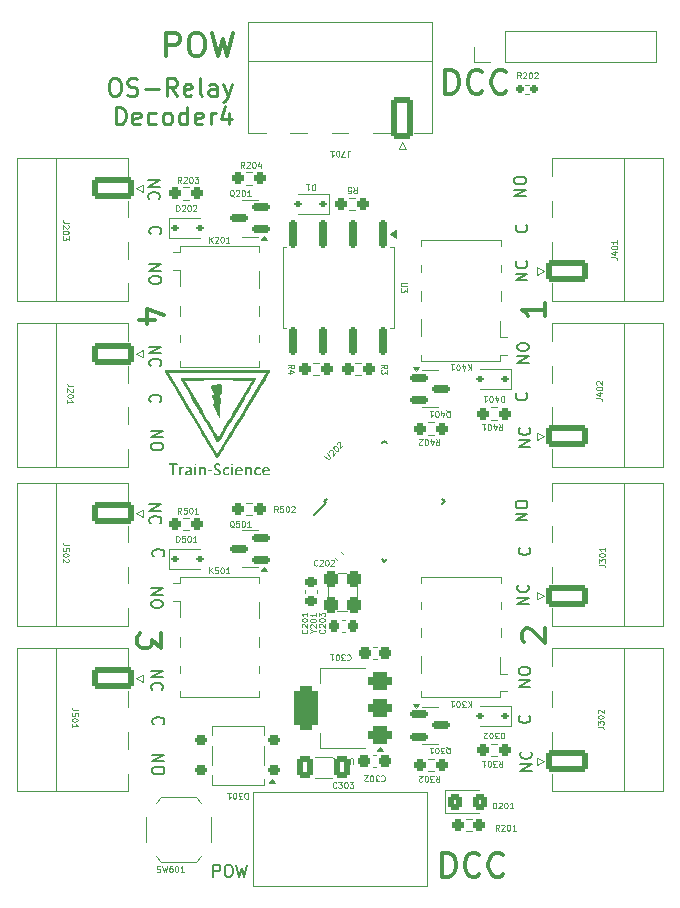
<source format=gbr>
%TF.GenerationSoftware,KiCad,Pcbnew,8.0.2*%
%TF.CreationDate,2024-10-12T15:49:16+02:00*%
%TF.ProjectId,OS-RelayDecoder-4,4f532d52-656c-4617-9944-65636f646572,rev?*%
%TF.SameCoordinates,Original*%
%TF.FileFunction,Legend,Top*%
%TF.FilePolarity,Positive*%
%FSLAX46Y46*%
G04 Gerber Fmt 4.6, Leading zero omitted, Abs format (unit mm)*
G04 Created by KiCad (PCBNEW 8.0.2) date 2024-10-12 15:49:16*
%MOMM*%
%LPD*%
G01*
G04 APERTURE LIST*
G04 Aperture macros list*
%AMRoundRect*
0 Rectangle with rounded corners*
0 $1 Rounding radius*
0 $2 $3 $4 $5 $6 $7 $8 $9 X,Y pos of 4 corners*
0 Add a 4 corners polygon primitive as box body*
4,1,4,$2,$3,$4,$5,$6,$7,$8,$9,$2,$3,0*
0 Add four circle primitives for the rounded corners*
1,1,$1+$1,$2,$3*
1,1,$1+$1,$4,$5*
1,1,$1+$1,$6,$7*
1,1,$1+$1,$8,$9*
0 Add four rect primitives between the rounded corners*
20,1,$1+$1,$2,$3,$4,$5,0*
20,1,$1+$1,$4,$5,$6,$7,0*
20,1,$1+$1,$6,$7,$8,$9,0*
20,1,$1+$1,$8,$9,$2,$3,0*%
%AMRotRect*
0 Rectangle, with rotation*
0 The origin of the aperture is its center*
0 $1 length*
0 $2 width*
0 $3 Rotation angle, in degrees counterclockwise*
0 Add horizontal line*
21,1,$1,$2,0,0,$3*%
G04 Aperture macros list end*
%ADD10C,0.150000*%
%ADD11C,0.300000*%
%ADD12C,0.250000*%
%ADD13C,0.075000*%
%ADD14C,0.120000*%
%ADD15C,0.100000*%
%ADD16C,0.000000*%
%ADD17RoundRect,0.237500X0.250000X0.237500X-0.250000X0.237500X-0.250000X-0.237500X0.250000X-0.237500X0*%
%ADD18RoundRect,0.150000X0.587500X0.150000X-0.587500X0.150000X-0.587500X-0.150000X0.587500X-0.150000X0*%
%ADD19RoundRect,0.250000X1.550000X-0.650000X1.550000X0.650000X-1.550000X0.650000X-1.550000X-0.650000X0*%
%ADD20O,3.600000X1.800000*%
%ADD21RoundRect,0.300000X-0.300000X0.400000X-0.300000X-0.400000X0.300000X-0.400000X0.300000X0.400000X0*%
%ADD22RoundRect,0.150000X-0.587500X-0.150000X0.587500X-0.150000X0.587500X0.150000X-0.587500X0.150000X0*%
%ADD23C,3.200000*%
%ADD24RoundRect,0.160000X-0.197500X-0.160000X0.197500X-0.160000X0.197500X0.160000X-0.197500X0.160000X0*%
%ADD25RoundRect,0.250000X-0.412500X-0.650000X0.412500X-0.650000X0.412500X0.650000X-0.412500X0.650000X0*%
%ADD26R,1.800000X1.100000*%
%ADD27RoundRect,0.237500X-0.250000X-0.237500X0.250000X-0.237500X0.250000X0.237500X-0.250000X0.237500X0*%
%ADD28RoundRect,0.112500X-0.187500X-0.112500X0.187500X-0.112500X0.187500X0.112500X-0.187500X0.112500X0*%
%ADD29RoundRect,0.200000X0.300000X0.200000X-0.300000X0.200000X-0.300000X-0.200000X0.300000X-0.200000X0*%
%ADD30R,1.800000X0.800000*%
%ADD31RoundRect,0.250000X-1.550000X0.650000X-1.550000X-0.650000X1.550000X-0.650000X1.550000X0.650000X0*%
%ADD32RoundRect,0.112500X0.187500X0.112500X-0.187500X0.112500X-0.187500X-0.112500X0.187500X-0.112500X0*%
%ADD33RoundRect,0.225000X0.250000X-0.225000X0.250000X0.225000X-0.250000X0.225000X-0.250000X-0.225000X0*%
%ADD34C,2.200000*%
%ADD35RotRect,1.600000X0.550000X45.000000*%
%ADD36RotRect,1.600000X0.550000X135.000000*%
%ADD37RoundRect,0.225000X-0.225000X-0.250000X0.225000X-0.250000X0.225000X0.250000X-0.225000X0.250000X0*%
%ADD38R,1.700000X1.700000*%
%ADD39O,1.700000X1.700000*%
%ADD40RoundRect,0.237500X0.300000X0.237500X-0.300000X0.237500X-0.300000X-0.237500X0.300000X-0.237500X0*%
%ADD41RoundRect,0.375000X0.625000X0.375000X-0.625000X0.375000X-0.625000X-0.375000X0.625000X-0.375000X0*%
%ADD42RoundRect,0.500000X0.500000X1.400000X-0.500000X1.400000X-0.500000X-1.400000X0.500000X-1.400000X0*%
%ADD43RoundRect,0.250000X0.650000X1.550000X-0.650000X1.550000X-0.650000X-1.550000X0.650000X-1.550000X0*%
%ADD44O,1.800000X3.600000*%
%ADD45RoundRect,0.140000X0.219203X0.021213X0.021213X0.219203X-0.219203X-0.021213X-0.021213X-0.219203X0*%
%ADD46RoundRect,0.250000X-0.325000X-0.450000X0.325000X-0.450000X0.325000X0.450000X-0.325000X0.450000X0*%
%ADD47RoundRect,0.162500X-0.162500X1.012500X-0.162500X-1.012500X0.162500X-1.012500X0.162500X1.012500X0*%
G04 APERTURE END LIST*
D10*
X70735819Y-114217220D02*
X69735819Y-114217220D01*
X69735819Y-114217220D02*
X70735819Y-113645792D01*
X70735819Y-113645792D02*
X69735819Y-113645792D01*
X70640580Y-112598173D02*
X70688200Y-112645792D01*
X70688200Y-112645792D02*
X70735819Y-112788649D01*
X70735819Y-112788649D02*
X70735819Y-112883887D01*
X70735819Y-112883887D02*
X70688200Y-113026744D01*
X70688200Y-113026744D02*
X70592961Y-113121982D01*
X70592961Y-113121982D02*
X70497723Y-113169601D01*
X70497723Y-113169601D02*
X70307247Y-113217220D01*
X70307247Y-113217220D02*
X70164390Y-113217220D01*
X70164390Y-113217220D02*
X69973914Y-113169601D01*
X69973914Y-113169601D02*
X69878676Y-113121982D01*
X69878676Y-113121982D02*
X69783438Y-113026744D01*
X69783438Y-113026744D02*
X69735819Y-112883887D01*
X69735819Y-112883887D02*
X69735819Y-112788649D01*
X69735819Y-112788649D02*
X69783438Y-112645792D01*
X69783438Y-112645792D02*
X69831057Y-112598173D01*
X70862819Y-121202220D02*
X69862819Y-121202220D01*
X69862819Y-121202220D02*
X70862819Y-120630792D01*
X70862819Y-120630792D02*
X69862819Y-120630792D01*
X69862819Y-119964125D02*
X69862819Y-119773649D01*
X69862819Y-119773649D02*
X69910438Y-119678411D01*
X69910438Y-119678411D02*
X70005676Y-119583173D01*
X70005676Y-119583173D02*
X70196152Y-119535554D01*
X70196152Y-119535554D02*
X70529485Y-119535554D01*
X70529485Y-119535554D02*
X70719961Y-119583173D01*
X70719961Y-119583173D02*
X70815200Y-119678411D01*
X70815200Y-119678411D02*
X70862819Y-119773649D01*
X70862819Y-119773649D02*
X70862819Y-119964125D01*
X70862819Y-119964125D02*
X70815200Y-120059363D01*
X70815200Y-120059363D02*
X70719961Y-120154601D01*
X70719961Y-120154601D02*
X70529485Y-120202220D01*
X70529485Y-120202220D02*
X70196152Y-120202220D01*
X70196152Y-120202220D02*
X70005676Y-120154601D01*
X70005676Y-120154601D02*
X69910438Y-120059363D01*
X69910438Y-120059363D02*
X69862819Y-119964125D01*
X70735819Y-93770220D02*
X69735819Y-93770220D01*
X69735819Y-93770220D02*
X70735819Y-93198792D01*
X70735819Y-93198792D02*
X69735819Y-93198792D01*
X69735819Y-92532125D02*
X69735819Y-92341649D01*
X69735819Y-92341649D02*
X69783438Y-92246411D01*
X69783438Y-92246411D02*
X69878676Y-92151173D01*
X69878676Y-92151173D02*
X70069152Y-92103554D01*
X70069152Y-92103554D02*
X70402485Y-92103554D01*
X70402485Y-92103554D02*
X70592961Y-92151173D01*
X70592961Y-92151173D02*
X70688200Y-92246411D01*
X70688200Y-92246411D02*
X70735819Y-92341649D01*
X70735819Y-92341649D02*
X70735819Y-92532125D01*
X70735819Y-92532125D02*
X70688200Y-92627363D01*
X70688200Y-92627363D02*
X70592961Y-92722601D01*
X70592961Y-92722601D02*
X70402485Y-92770220D01*
X70402485Y-92770220D02*
X70069152Y-92770220D01*
X70069152Y-92770220D02*
X69878676Y-92722601D01*
X69878676Y-92722601D02*
X69783438Y-92627363D01*
X69783438Y-92627363D02*
X69735819Y-92532125D01*
X44024779Y-137283819D02*
X44024779Y-136283819D01*
X44024779Y-136283819D02*
X44405731Y-136283819D01*
X44405731Y-136283819D02*
X44500969Y-136331438D01*
X44500969Y-136331438D02*
X44548588Y-136379057D01*
X44548588Y-136379057D02*
X44596207Y-136474295D01*
X44596207Y-136474295D02*
X44596207Y-136617152D01*
X44596207Y-136617152D02*
X44548588Y-136712390D01*
X44548588Y-136712390D02*
X44500969Y-136760009D01*
X44500969Y-136760009D02*
X44405731Y-136807628D01*
X44405731Y-136807628D02*
X44024779Y-136807628D01*
X45215255Y-136283819D02*
X45405731Y-136283819D01*
X45405731Y-136283819D02*
X45500969Y-136331438D01*
X45500969Y-136331438D02*
X45596207Y-136426676D01*
X45596207Y-136426676D02*
X45643826Y-136617152D01*
X45643826Y-136617152D02*
X45643826Y-136950485D01*
X45643826Y-136950485D02*
X45596207Y-137140961D01*
X45596207Y-137140961D02*
X45500969Y-137236200D01*
X45500969Y-137236200D02*
X45405731Y-137283819D01*
X45405731Y-137283819D02*
X45215255Y-137283819D01*
X45215255Y-137283819D02*
X45120017Y-137236200D01*
X45120017Y-137236200D02*
X45024779Y-137140961D01*
X45024779Y-137140961D02*
X44977160Y-136950485D01*
X44977160Y-136950485D02*
X44977160Y-136617152D01*
X44977160Y-136617152D02*
X45024779Y-136426676D01*
X45024779Y-136426676D02*
X45120017Y-136331438D01*
X45120017Y-136331438D02*
X45215255Y-136283819D01*
X45977160Y-136283819D02*
X46215255Y-137283819D01*
X46215255Y-137283819D02*
X46405731Y-136569533D01*
X46405731Y-136569533D02*
X46596207Y-137283819D01*
X46596207Y-137283819D02*
X46834303Y-136283819D01*
X38706419Y-82859523D02*
X38658800Y-82811904D01*
X38658800Y-82811904D02*
X38611180Y-82669047D01*
X38611180Y-82669047D02*
X38611180Y-82573809D01*
X38611180Y-82573809D02*
X38658800Y-82430952D01*
X38658800Y-82430952D02*
X38754038Y-82335714D01*
X38754038Y-82335714D02*
X38849276Y-82288095D01*
X38849276Y-82288095D02*
X39039752Y-82240476D01*
X39039752Y-82240476D02*
X39182609Y-82240476D01*
X39182609Y-82240476D02*
X39373085Y-82288095D01*
X39373085Y-82288095D02*
X39468323Y-82335714D01*
X39468323Y-82335714D02*
X39563561Y-82430952D01*
X39563561Y-82430952D02*
X39611180Y-82573809D01*
X39611180Y-82573809D02*
X39611180Y-82669047D01*
X39611180Y-82669047D02*
X39563561Y-82811904D01*
X39563561Y-82811904D02*
X39515942Y-82859523D01*
D11*
X63411558Y-137280638D02*
X63411558Y-135280638D01*
X63411558Y-135280638D02*
X63887748Y-135280638D01*
X63887748Y-135280638D02*
X64173463Y-135375876D01*
X64173463Y-135375876D02*
X64363939Y-135566352D01*
X64363939Y-135566352D02*
X64459177Y-135756828D01*
X64459177Y-135756828D02*
X64554415Y-136137780D01*
X64554415Y-136137780D02*
X64554415Y-136423495D01*
X64554415Y-136423495D02*
X64459177Y-136804447D01*
X64459177Y-136804447D02*
X64363939Y-136994923D01*
X64363939Y-136994923D02*
X64173463Y-137185400D01*
X64173463Y-137185400D02*
X63887748Y-137280638D01*
X63887748Y-137280638D02*
X63411558Y-137280638D01*
X66554415Y-137090161D02*
X66459177Y-137185400D01*
X66459177Y-137185400D02*
X66173463Y-137280638D01*
X66173463Y-137280638D02*
X65982987Y-137280638D01*
X65982987Y-137280638D02*
X65697272Y-137185400D01*
X65697272Y-137185400D02*
X65506796Y-136994923D01*
X65506796Y-136994923D02*
X65411558Y-136804447D01*
X65411558Y-136804447D02*
X65316320Y-136423495D01*
X65316320Y-136423495D02*
X65316320Y-136137780D01*
X65316320Y-136137780D02*
X65411558Y-135756828D01*
X65411558Y-135756828D02*
X65506796Y-135566352D01*
X65506796Y-135566352D02*
X65697272Y-135375876D01*
X65697272Y-135375876D02*
X65982987Y-135280638D01*
X65982987Y-135280638D02*
X66173463Y-135280638D01*
X66173463Y-135280638D02*
X66459177Y-135375876D01*
X66459177Y-135375876D02*
X66554415Y-135471114D01*
X68554415Y-137090161D02*
X68459177Y-137185400D01*
X68459177Y-137185400D02*
X68173463Y-137280638D01*
X68173463Y-137280638D02*
X67982987Y-137280638D01*
X67982987Y-137280638D02*
X67697272Y-137185400D01*
X67697272Y-137185400D02*
X67506796Y-136994923D01*
X67506796Y-136994923D02*
X67411558Y-136804447D01*
X67411558Y-136804447D02*
X67316320Y-136423495D01*
X67316320Y-136423495D02*
X67316320Y-136137780D01*
X67316320Y-136137780D02*
X67411558Y-135756828D01*
X67411558Y-135756828D02*
X67506796Y-135566352D01*
X67506796Y-135566352D02*
X67697272Y-135375876D01*
X67697272Y-135375876D02*
X67982987Y-135280638D01*
X67982987Y-135280638D02*
X68173463Y-135280638D01*
X68173463Y-135280638D02*
X68459177Y-135375876D01*
X68459177Y-135375876D02*
X68554415Y-135471114D01*
D10*
X70513580Y-82113476D02*
X70561200Y-82161095D01*
X70561200Y-82161095D02*
X70608819Y-82303952D01*
X70608819Y-82303952D02*
X70608819Y-82399190D01*
X70608819Y-82399190D02*
X70561200Y-82542047D01*
X70561200Y-82542047D02*
X70465961Y-82637285D01*
X70465961Y-82637285D02*
X70370723Y-82684904D01*
X70370723Y-82684904D02*
X70180247Y-82732523D01*
X70180247Y-82732523D02*
X70037390Y-82732523D01*
X70037390Y-82732523D02*
X69846914Y-82684904D01*
X69846914Y-82684904D02*
X69751676Y-82637285D01*
X69751676Y-82637285D02*
X69656438Y-82542047D01*
X69656438Y-82542047D02*
X69608819Y-82399190D01*
X69608819Y-82399190D02*
X69608819Y-82303952D01*
X69608819Y-82303952D02*
X69656438Y-82161095D01*
X69656438Y-82161095D02*
X69704057Y-82113476D01*
X38738180Y-119843779D02*
X39738180Y-119843779D01*
X39738180Y-119843779D02*
X38738180Y-120415207D01*
X38738180Y-120415207D02*
X39738180Y-120415207D01*
X38833419Y-121462826D02*
X38785800Y-121415207D01*
X38785800Y-121415207D02*
X38738180Y-121272350D01*
X38738180Y-121272350D02*
X38738180Y-121177112D01*
X38738180Y-121177112D02*
X38785800Y-121034255D01*
X38785800Y-121034255D02*
X38881038Y-120939017D01*
X38881038Y-120939017D02*
X38976276Y-120891398D01*
X38976276Y-120891398D02*
X39166752Y-120843779D01*
X39166752Y-120843779D02*
X39309609Y-120843779D01*
X39309609Y-120843779D02*
X39500085Y-120891398D01*
X39500085Y-120891398D02*
X39595323Y-120939017D01*
X39595323Y-120939017D02*
X39690561Y-121034255D01*
X39690561Y-121034255D02*
X39738180Y-121177112D01*
X39738180Y-121177112D02*
X39738180Y-121272350D01*
X39738180Y-121272350D02*
X39690561Y-121415207D01*
X39690561Y-121415207D02*
X39642942Y-121462826D01*
X70608819Y-86785220D02*
X69608819Y-86785220D01*
X69608819Y-86785220D02*
X70608819Y-86213792D01*
X70608819Y-86213792D02*
X69608819Y-86213792D01*
X70513580Y-85166173D02*
X70561200Y-85213792D01*
X70561200Y-85213792D02*
X70608819Y-85356649D01*
X70608819Y-85356649D02*
X70608819Y-85451887D01*
X70608819Y-85451887D02*
X70561200Y-85594744D01*
X70561200Y-85594744D02*
X70465961Y-85689982D01*
X70465961Y-85689982D02*
X70370723Y-85737601D01*
X70370723Y-85737601D02*
X70180247Y-85785220D01*
X70180247Y-85785220D02*
X70037390Y-85785220D01*
X70037390Y-85785220D02*
X69846914Y-85737601D01*
X69846914Y-85737601D02*
X69751676Y-85689982D01*
X69751676Y-85689982D02*
X69656438Y-85594744D01*
X69656438Y-85594744D02*
X69608819Y-85451887D01*
X69608819Y-85451887D02*
X69608819Y-85356649D01*
X69608819Y-85356649D02*
X69656438Y-85213792D01*
X69656438Y-85213792D02*
X69704057Y-85166173D01*
X38738180Y-99523779D02*
X39738180Y-99523779D01*
X39738180Y-99523779D02*
X38738180Y-100095207D01*
X38738180Y-100095207D02*
X39738180Y-100095207D01*
X39738180Y-100761874D02*
X39738180Y-100952350D01*
X39738180Y-100952350D02*
X39690561Y-101047588D01*
X39690561Y-101047588D02*
X39595323Y-101142826D01*
X39595323Y-101142826D02*
X39404847Y-101190445D01*
X39404847Y-101190445D02*
X39071514Y-101190445D01*
X39071514Y-101190445D02*
X38881038Y-101142826D01*
X38881038Y-101142826D02*
X38785800Y-101047588D01*
X38785800Y-101047588D02*
X38738180Y-100952350D01*
X38738180Y-100952350D02*
X38738180Y-100761874D01*
X38738180Y-100761874D02*
X38785800Y-100666636D01*
X38785800Y-100666636D02*
X38881038Y-100571398D01*
X38881038Y-100571398D02*
X39071514Y-100523779D01*
X39071514Y-100523779D02*
X39404847Y-100523779D01*
X39404847Y-100523779D02*
X39595323Y-100571398D01*
X39595323Y-100571398D02*
X39690561Y-100666636D01*
X39690561Y-100666636D02*
X39738180Y-100761874D01*
D12*
X35523813Y-69675512D02*
X35809527Y-69675512D01*
X35809527Y-69675512D02*
X35952384Y-69746941D01*
X35952384Y-69746941D02*
X36095241Y-69889798D01*
X36095241Y-69889798D02*
X36166670Y-70175512D01*
X36166670Y-70175512D02*
X36166670Y-70675512D01*
X36166670Y-70675512D02*
X36095241Y-70961226D01*
X36095241Y-70961226D02*
X35952384Y-71104084D01*
X35952384Y-71104084D02*
X35809527Y-71175512D01*
X35809527Y-71175512D02*
X35523813Y-71175512D01*
X35523813Y-71175512D02*
X35380956Y-71104084D01*
X35380956Y-71104084D02*
X35238098Y-70961226D01*
X35238098Y-70961226D02*
X35166670Y-70675512D01*
X35166670Y-70675512D02*
X35166670Y-70175512D01*
X35166670Y-70175512D02*
X35238098Y-69889798D01*
X35238098Y-69889798D02*
X35380956Y-69746941D01*
X35380956Y-69746941D02*
X35523813Y-69675512D01*
X36738099Y-71104084D02*
X36952385Y-71175512D01*
X36952385Y-71175512D02*
X37309527Y-71175512D01*
X37309527Y-71175512D02*
X37452385Y-71104084D01*
X37452385Y-71104084D02*
X37523813Y-71032655D01*
X37523813Y-71032655D02*
X37595242Y-70889798D01*
X37595242Y-70889798D02*
X37595242Y-70746941D01*
X37595242Y-70746941D02*
X37523813Y-70604084D01*
X37523813Y-70604084D02*
X37452385Y-70532655D01*
X37452385Y-70532655D02*
X37309527Y-70461226D01*
X37309527Y-70461226D02*
X37023813Y-70389798D01*
X37023813Y-70389798D02*
X36880956Y-70318369D01*
X36880956Y-70318369D02*
X36809527Y-70246941D01*
X36809527Y-70246941D02*
X36738099Y-70104084D01*
X36738099Y-70104084D02*
X36738099Y-69961226D01*
X36738099Y-69961226D02*
X36809527Y-69818369D01*
X36809527Y-69818369D02*
X36880956Y-69746941D01*
X36880956Y-69746941D02*
X37023813Y-69675512D01*
X37023813Y-69675512D02*
X37380956Y-69675512D01*
X37380956Y-69675512D02*
X37595242Y-69746941D01*
X38238098Y-70604084D02*
X39380956Y-70604084D01*
X40952384Y-71175512D02*
X40452384Y-70461226D01*
X40095241Y-71175512D02*
X40095241Y-69675512D01*
X40095241Y-69675512D02*
X40666670Y-69675512D01*
X40666670Y-69675512D02*
X40809527Y-69746941D01*
X40809527Y-69746941D02*
X40880956Y-69818369D01*
X40880956Y-69818369D02*
X40952384Y-69961226D01*
X40952384Y-69961226D02*
X40952384Y-70175512D01*
X40952384Y-70175512D02*
X40880956Y-70318369D01*
X40880956Y-70318369D02*
X40809527Y-70389798D01*
X40809527Y-70389798D02*
X40666670Y-70461226D01*
X40666670Y-70461226D02*
X40095241Y-70461226D01*
X42166670Y-71104084D02*
X42023813Y-71175512D01*
X42023813Y-71175512D02*
X41738099Y-71175512D01*
X41738099Y-71175512D02*
X41595241Y-71104084D01*
X41595241Y-71104084D02*
X41523813Y-70961226D01*
X41523813Y-70961226D02*
X41523813Y-70389798D01*
X41523813Y-70389798D02*
X41595241Y-70246941D01*
X41595241Y-70246941D02*
X41738099Y-70175512D01*
X41738099Y-70175512D02*
X42023813Y-70175512D01*
X42023813Y-70175512D02*
X42166670Y-70246941D01*
X42166670Y-70246941D02*
X42238099Y-70389798D01*
X42238099Y-70389798D02*
X42238099Y-70532655D01*
X42238099Y-70532655D02*
X41523813Y-70675512D01*
X43095241Y-71175512D02*
X42952384Y-71104084D01*
X42952384Y-71104084D02*
X42880955Y-70961226D01*
X42880955Y-70961226D02*
X42880955Y-69675512D01*
X44309527Y-71175512D02*
X44309527Y-70389798D01*
X44309527Y-70389798D02*
X44238098Y-70246941D01*
X44238098Y-70246941D02*
X44095241Y-70175512D01*
X44095241Y-70175512D02*
X43809527Y-70175512D01*
X43809527Y-70175512D02*
X43666669Y-70246941D01*
X44309527Y-71104084D02*
X44166669Y-71175512D01*
X44166669Y-71175512D02*
X43809527Y-71175512D01*
X43809527Y-71175512D02*
X43666669Y-71104084D01*
X43666669Y-71104084D02*
X43595241Y-70961226D01*
X43595241Y-70961226D02*
X43595241Y-70818369D01*
X43595241Y-70818369D02*
X43666669Y-70675512D01*
X43666669Y-70675512D02*
X43809527Y-70604084D01*
X43809527Y-70604084D02*
X44166669Y-70604084D01*
X44166669Y-70604084D02*
X44309527Y-70532655D01*
X44880955Y-70175512D02*
X45238098Y-71175512D01*
X45595241Y-70175512D02*
X45238098Y-71175512D01*
X45238098Y-71175512D02*
X45095241Y-71532655D01*
X45095241Y-71532655D02*
X45023812Y-71604084D01*
X45023812Y-71604084D02*
X44880955Y-71675512D01*
X35738099Y-73590428D02*
X35738099Y-72090428D01*
X35738099Y-72090428D02*
X36095242Y-72090428D01*
X36095242Y-72090428D02*
X36309528Y-72161857D01*
X36309528Y-72161857D02*
X36452385Y-72304714D01*
X36452385Y-72304714D02*
X36523814Y-72447571D01*
X36523814Y-72447571D02*
X36595242Y-72733285D01*
X36595242Y-72733285D02*
X36595242Y-72947571D01*
X36595242Y-72947571D02*
X36523814Y-73233285D01*
X36523814Y-73233285D02*
X36452385Y-73376142D01*
X36452385Y-73376142D02*
X36309528Y-73519000D01*
X36309528Y-73519000D02*
X36095242Y-73590428D01*
X36095242Y-73590428D02*
X35738099Y-73590428D01*
X37809528Y-73519000D02*
X37666671Y-73590428D01*
X37666671Y-73590428D02*
X37380957Y-73590428D01*
X37380957Y-73590428D02*
X37238099Y-73519000D01*
X37238099Y-73519000D02*
X37166671Y-73376142D01*
X37166671Y-73376142D02*
X37166671Y-72804714D01*
X37166671Y-72804714D02*
X37238099Y-72661857D01*
X37238099Y-72661857D02*
X37380957Y-72590428D01*
X37380957Y-72590428D02*
X37666671Y-72590428D01*
X37666671Y-72590428D02*
X37809528Y-72661857D01*
X37809528Y-72661857D02*
X37880957Y-72804714D01*
X37880957Y-72804714D02*
X37880957Y-72947571D01*
X37880957Y-72947571D02*
X37166671Y-73090428D01*
X39166671Y-73519000D02*
X39023813Y-73590428D01*
X39023813Y-73590428D02*
X38738099Y-73590428D01*
X38738099Y-73590428D02*
X38595242Y-73519000D01*
X38595242Y-73519000D02*
X38523813Y-73447571D01*
X38523813Y-73447571D02*
X38452385Y-73304714D01*
X38452385Y-73304714D02*
X38452385Y-72876142D01*
X38452385Y-72876142D02*
X38523813Y-72733285D01*
X38523813Y-72733285D02*
X38595242Y-72661857D01*
X38595242Y-72661857D02*
X38738099Y-72590428D01*
X38738099Y-72590428D02*
X39023813Y-72590428D01*
X39023813Y-72590428D02*
X39166671Y-72661857D01*
X40023813Y-73590428D02*
X39880956Y-73519000D01*
X39880956Y-73519000D02*
X39809527Y-73447571D01*
X39809527Y-73447571D02*
X39738099Y-73304714D01*
X39738099Y-73304714D02*
X39738099Y-72876142D01*
X39738099Y-72876142D02*
X39809527Y-72733285D01*
X39809527Y-72733285D02*
X39880956Y-72661857D01*
X39880956Y-72661857D02*
X40023813Y-72590428D01*
X40023813Y-72590428D02*
X40238099Y-72590428D01*
X40238099Y-72590428D02*
X40380956Y-72661857D01*
X40380956Y-72661857D02*
X40452385Y-72733285D01*
X40452385Y-72733285D02*
X40523813Y-72876142D01*
X40523813Y-72876142D02*
X40523813Y-73304714D01*
X40523813Y-73304714D02*
X40452385Y-73447571D01*
X40452385Y-73447571D02*
X40380956Y-73519000D01*
X40380956Y-73519000D02*
X40238099Y-73590428D01*
X40238099Y-73590428D02*
X40023813Y-73590428D01*
X41809528Y-73590428D02*
X41809528Y-72090428D01*
X41809528Y-73519000D02*
X41666670Y-73590428D01*
X41666670Y-73590428D02*
X41380956Y-73590428D01*
X41380956Y-73590428D02*
X41238099Y-73519000D01*
X41238099Y-73519000D02*
X41166670Y-73447571D01*
X41166670Y-73447571D02*
X41095242Y-73304714D01*
X41095242Y-73304714D02*
X41095242Y-72876142D01*
X41095242Y-72876142D02*
X41166670Y-72733285D01*
X41166670Y-72733285D02*
X41238099Y-72661857D01*
X41238099Y-72661857D02*
X41380956Y-72590428D01*
X41380956Y-72590428D02*
X41666670Y-72590428D01*
X41666670Y-72590428D02*
X41809528Y-72661857D01*
X43095242Y-73519000D02*
X42952385Y-73590428D01*
X42952385Y-73590428D02*
X42666671Y-73590428D01*
X42666671Y-73590428D02*
X42523813Y-73519000D01*
X42523813Y-73519000D02*
X42452385Y-73376142D01*
X42452385Y-73376142D02*
X42452385Y-72804714D01*
X42452385Y-72804714D02*
X42523813Y-72661857D01*
X42523813Y-72661857D02*
X42666671Y-72590428D01*
X42666671Y-72590428D02*
X42952385Y-72590428D01*
X42952385Y-72590428D02*
X43095242Y-72661857D01*
X43095242Y-72661857D02*
X43166671Y-72804714D01*
X43166671Y-72804714D02*
X43166671Y-72947571D01*
X43166671Y-72947571D02*
X42452385Y-73090428D01*
X43809527Y-73590428D02*
X43809527Y-72590428D01*
X43809527Y-72876142D02*
X43880956Y-72733285D01*
X43880956Y-72733285D02*
X43952385Y-72661857D01*
X43952385Y-72661857D02*
X44095242Y-72590428D01*
X44095242Y-72590428D02*
X44238099Y-72590428D01*
X45380956Y-72590428D02*
X45380956Y-73590428D01*
X45023813Y-72019000D02*
X44666670Y-73090428D01*
X44666670Y-73090428D02*
X45595241Y-73090428D01*
D10*
X38611180Y-85426779D02*
X39611180Y-85426779D01*
X39611180Y-85426779D02*
X38611180Y-85998207D01*
X38611180Y-85998207D02*
X39611180Y-85998207D01*
X39611180Y-86664874D02*
X39611180Y-86855350D01*
X39611180Y-86855350D02*
X39563561Y-86950588D01*
X39563561Y-86950588D02*
X39468323Y-87045826D01*
X39468323Y-87045826D02*
X39277847Y-87093445D01*
X39277847Y-87093445D02*
X38944514Y-87093445D01*
X38944514Y-87093445D02*
X38754038Y-87045826D01*
X38754038Y-87045826D02*
X38658800Y-86950588D01*
X38658800Y-86950588D02*
X38611180Y-86855350D01*
X38611180Y-86855350D02*
X38611180Y-86664874D01*
X38611180Y-86664874D02*
X38658800Y-86569636D01*
X38658800Y-86569636D02*
X38754038Y-86474398D01*
X38754038Y-86474398D02*
X38944514Y-86426779D01*
X38944514Y-86426779D02*
X39277847Y-86426779D01*
X39277847Y-86426779D02*
X39468323Y-86474398D01*
X39468323Y-86474398D02*
X39563561Y-86569636D01*
X39563561Y-86569636D02*
X39611180Y-86664874D01*
X38706419Y-97083523D02*
X38658800Y-97035904D01*
X38658800Y-97035904D02*
X38611180Y-96893047D01*
X38611180Y-96893047D02*
X38611180Y-96797809D01*
X38611180Y-96797809D02*
X38658800Y-96654952D01*
X38658800Y-96654952D02*
X38754038Y-96559714D01*
X38754038Y-96559714D02*
X38849276Y-96512095D01*
X38849276Y-96512095D02*
X39039752Y-96464476D01*
X39039752Y-96464476D02*
X39182609Y-96464476D01*
X39182609Y-96464476D02*
X39373085Y-96512095D01*
X39373085Y-96512095D02*
X39468323Y-96559714D01*
X39468323Y-96559714D02*
X39563561Y-96654952D01*
X39563561Y-96654952D02*
X39611180Y-96797809D01*
X39611180Y-96797809D02*
X39611180Y-96893047D01*
X39611180Y-96893047D02*
X39563561Y-97035904D01*
X39563561Y-97035904D02*
X39515942Y-97083523D01*
D11*
X63665558Y-70986638D02*
X63665558Y-68986638D01*
X63665558Y-68986638D02*
X64141748Y-68986638D01*
X64141748Y-68986638D02*
X64427463Y-69081876D01*
X64427463Y-69081876D02*
X64617939Y-69272352D01*
X64617939Y-69272352D02*
X64713177Y-69462828D01*
X64713177Y-69462828D02*
X64808415Y-69843780D01*
X64808415Y-69843780D02*
X64808415Y-70129495D01*
X64808415Y-70129495D02*
X64713177Y-70510447D01*
X64713177Y-70510447D02*
X64617939Y-70700923D01*
X64617939Y-70700923D02*
X64427463Y-70891400D01*
X64427463Y-70891400D02*
X64141748Y-70986638D01*
X64141748Y-70986638D02*
X63665558Y-70986638D01*
X66808415Y-70796161D02*
X66713177Y-70891400D01*
X66713177Y-70891400D02*
X66427463Y-70986638D01*
X66427463Y-70986638D02*
X66236987Y-70986638D01*
X66236987Y-70986638D02*
X65951272Y-70891400D01*
X65951272Y-70891400D02*
X65760796Y-70700923D01*
X65760796Y-70700923D02*
X65665558Y-70510447D01*
X65665558Y-70510447D02*
X65570320Y-70129495D01*
X65570320Y-70129495D02*
X65570320Y-69843780D01*
X65570320Y-69843780D02*
X65665558Y-69462828D01*
X65665558Y-69462828D02*
X65760796Y-69272352D01*
X65760796Y-69272352D02*
X65951272Y-69081876D01*
X65951272Y-69081876D02*
X66236987Y-68986638D01*
X66236987Y-68986638D02*
X66427463Y-68986638D01*
X66427463Y-68986638D02*
X66713177Y-69081876D01*
X66713177Y-69081876D02*
X66808415Y-69177114D01*
X68808415Y-70796161D02*
X68713177Y-70891400D01*
X68713177Y-70891400D02*
X68427463Y-70986638D01*
X68427463Y-70986638D02*
X68236987Y-70986638D01*
X68236987Y-70986638D02*
X67951272Y-70891400D01*
X67951272Y-70891400D02*
X67760796Y-70700923D01*
X67760796Y-70700923D02*
X67665558Y-70510447D01*
X67665558Y-70510447D02*
X67570320Y-70129495D01*
X67570320Y-70129495D02*
X67570320Y-69843780D01*
X67570320Y-69843780D02*
X67665558Y-69462828D01*
X67665558Y-69462828D02*
X67760796Y-69272352D01*
X67760796Y-69272352D02*
X67951272Y-69081876D01*
X67951272Y-69081876D02*
X68236987Y-68986638D01*
X68236987Y-68986638D02*
X68427463Y-68986638D01*
X68427463Y-68986638D02*
X68713177Y-69081876D01*
X68713177Y-69081876D02*
X68808415Y-69177114D01*
D10*
X38611180Y-92411779D02*
X39611180Y-92411779D01*
X39611180Y-92411779D02*
X38611180Y-92983207D01*
X38611180Y-92983207D02*
X39611180Y-92983207D01*
X38706419Y-94030826D02*
X38658800Y-93983207D01*
X38658800Y-93983207D02*
X38611180Y-93840350D01*
X38611180Y-93840350D02*
X38611180Y-93745112D01*
X38611180Y-93745112D02*
X38658800Y-93602255D01*
X38658800Y-93602255D02*
X38754038Y-93507017D01*
X38754038Y-93507017D02*
X38849276Y-93459398D01*
X38849276Y-93459398D02*
X39039752Y-93411779D01*
X39039752Y-93411779D02*
X39182609Y-93411779D01*
X39182609Y-93411779D02*
X39373085Y-93459398D01*
X39373085Y-93459398D02*
X39468323Y-93507017D01*
X39468323Y-93507017D02*
X39563561Y-93602255D01*
X39563561Y-93602255D02*
X39611180Y-93745112D01*
X39611180Y-93745112D02*
X39611180Y-93840350D01*
X39611180Y-93840350D02*
X39563561Y-93983207D01*
X39563561Y-93983207D02*
X39515942Y-94030826D01*
X38865180Y-126955779D02*
X39865180Y-126955779D01*
X39865180Y-126955779D02*
X38865180Y-127527207D01*
X38865180Y-127527207D02*
X39865180Y-127527207D01*
X39865180Y-128193874D02*
X39865180Y-128384350D01*
X39865180Y-128384350D02*
X39817561Y-128479588D01*
X39817561Y-128479588D02*
X39722323Y-128574826D01*
X39722323Y-128574826D02*
X39531847Y-128622445D01*
X39531847Y-128622445D02*
X39198514Y-128622445D01*
X39198514Y-128622445D02*
X39008038Y-128574826D01*
X39008038Y-128574826D02*
X38912800Y-128479588D01*
X38912800Y-128479588D02*
X38865180Y-128384350D01*
X38865180Y-128384350D02*
X38865180Y-128193874D01*
X38865180Y-128193874D02*
X38912800Y-128098636D01*
X38912800Y-128098636D02*
X39008038Y-128003398D01*
X39008038Y-128003398D02*
X39198514Y-127955779D01*
X39198514Y-127955779D02*
X39531847Y-127955779D01*
X39531847Y-127955779D02*
X39722323Y-128003398D01*
X39722323Y-128003398D02*
X39817561Y-128098636D01*
X39817561Y-128098636D02*
X39865180Y-128193874D01*
X70481819Y-79673220D02*
X69481819Y-79673220D01*
X69481819Y-79673220D02*
X70481819Y-79101792D01*
X70481819Y-79101792D02*
X69481819Y-79101792D01*
X69481819Y-78435125D02*
X69481819Y-78244649D01*
X69481819Y-78244649D02*
X69529438Y-78149411D01*
X69529438Y-78149411D02*
X69624676Y-78054173D01*
X69624676Y-78054173D02*
X69815152Y-78006554D01*
X69815152Y-78006554D02*
X70148485Y-78006554D01*
X70148485Y-78006554D02*
X70338961Y-78054173D01*
X70338961Y-78054173D02*
X70434200Y-78149411D01*
X70434200Y-78149411D02*
X70481819Y-78244649D01*
X70481819Y-78244649D02*
X70481819Y-78435125D01*
X70481819Y-78435125D02*
X70434200Y-78530363D01*
X70434200Y-78530363D02*
X70338961Y-78625601D01*
X70338961Y-78625601D02*
X70148485Y-78673220D01*
X70148485Y-78673220D02*
X69815152Y-78673220D01*
X69815152Y-78673220D02*
X69624676Y-78625601D01*
X69624676Y-78625601D02*
X69529438Y-78530363D01*
X69529438Y-78530363D02*
X69481819Y-78435125D01*
X38484180Y-78314779D02*
X39484180Y-78314779D01*
X39484180Y-78314779D02*
X38484180Y-78886207D01*
X38484180Y-78886207D02*
X39484180Y-78886207D01*
X38579419Y-79933826D02*
X38531800Y-79886207D01*
X38531800Y-79886207D02*
X38484180Y-79743350D01*
X38484180Y-79743350D02*
X38484180Y-79648112D01*
X38484180Y-79648112D02*
X38531800Y-79505255D01*
X38531800Y-79505255D02*
X38627038Y-79410017D01*
X38627038Y-79410017D02*
X38722276Y-79362398D01*
X38722276Y-79362398D02*
X38912752Y-79314779D01*
X38912752Y-79314779D02*
X39055609Y-79314779D01*
X39055609Y-79314779D02*
X39246085Y-79362398D01*
X39246085Y-79362398D02*
X39341323Y-79410017D01*
X39341323Y-79410017D02*
X39436561Y-79505255D01*
X39436561Y-79505255D02*
X39484180Y-79648112D01*
X39484180Y-79648112D02*
X39484180Y-79743350D01*
X39484180Y-79743350D02*
X39436561Y-79886207D01*
X39436561Y-79886207D02*
X39388942Y-79933826D01*
X38738180Y-112858779D02*
X39738180Y-112858779D01*
X39738180Y-112858779D02*
X38738180Y-113430207D01*
X38738180Y-113430207D02*
X39738180Y-113430207D01*
X39738180Y-114096874D02*
X39738180Y-114287350D01*
X39738180Y-114287350D02*
X39690561Y-114382588D01*
X39690561Y-114382588D02*
X39595323Y-114477826D01*
X39595323Y-114477826D02*
X39404847Y-114525445D01*
X39404847Y-114525445D02*
X39071514Y-114525445D01*
X39071514Y-114525445D02*
X38881038Y-114477826D01*
X38881038Y-114477826D02*
X38785800Y-114382588D01*
X38785800Y-114382588D02*
X38738180Y-114287350D01*
X38738180Y-114287350D02*
X38738180Y-114096874D01*
X38738180Y-114096874D02*
X38785800Y-114001636D01*
X38785800Y-114001636D02*
X38881038Y-113906398D01*
X38881038Y-113906398D02*
X39071514Y-113858779D01*
X39071514Y-113858779D02*
X39404847Y-113858779D01*
X39404847Y-113858779D02*
X39595323Y-113906398D01*
X39595323Y-113906398D02*
X39690561Y-114001636D01*
X39690561Y-114001636D02*
X39738180Y-114096874D01*
D11*
X70320114Y-117404679D02*
X70224876Y-117309441D01*
X70224876Y-117309441D02*
X70129638Y-117118965D01*
X70129638Y-117118965D02*
X70129638Y-116642774D01*
X70129638Y-116642774D02*
X70224876Y-116452298D01*
X70224876Y-116452298D02*
X70320114Y-116357060D01*
X70320114Y-116357060D02*
X70510590Y-116261822D01*
X70510590Y-116261822D02*
X70701066Y-116261822D01*
X70701066Y-116261822D02*
X70986780Y-116357060D01*
X70986780Y-116357060D02*
X72129638Y-117499917D01*
X72129638Y-117499917D02*
X72129638Y-116261822D01*
D10*
X38611180Y-105746779D02*
X39611180Y-105746779D01*
X39611180Y-105746779D02*
X38611180Y-106318207D01*
X38611180Y-106318207D02*
X39611180Y-106318207D01*
X38706419Y-107365826D02*
X38658800Y-107318207D01*
X38658800Y-107318207D02*
X38611180Y-107175350D01*
X38611180Y-107175350D02*
X38611180Y-107080112D01*
X38611180Y-107080112D02*
X38658800Y-106937255D01*
X38658800Y-106937255D02*
X38754038Y-106842017D01*
X38754038Y-106842017D02*
X38849276Y-106794398D01*
X38849276Y-106794398D02*
X39039752Y-106746779D01*
X39039752Y-106746779D02*
X39182609Y-106746779D01*
X39182609Y-106746779D02*
X39373085Y-106794398D01*
X39373085Y-106794398D02*
X39468323Y-106842017D01*
X39468323Y-106842017D02*
X39563561Y-106937255D01*
X39563561Y-106937255D02*
X39611180Y-107080112D01*
X39611180Y-107080112D02*
X39611180Y-107175350D01*
X39611180Y-107175350D02*
X39563561Y-107318207D01*
X39563561Y-107318207D02*
X39515942Y-107365826D01*
X70989819Y-128314220D02*
X69989819Y-128314220D01*
X69989819Y-128314220D02*
X70989819Y-127742792D01*
X70989819Y-127742792D02*
X69989819Y-127742792D01*
X70894580Y-126695173D02*
X70942200Y-126742792D01*
X70942200Y-126742792D02*
X70989819Y-126885649D01*
X70989819Y-126885649D02*
X70989819Y-126980887D01*
X70989819Y-126980887D02*
X70942200Y-127123744D01*
X70942200Y-127123744D02*
X70846961Y-127218982D01*
X70846961Y-127218982D02*
X70751723Y-127266601D01*
X70751723Y-127266601D02*
X70561247Y-127314220D01*
X70561247Y-127314220D02*
X70418390Y-127314220D01*
X70418390Y-127314220D02*
X70227914Y-127266601D01*
X70227914Y-127266601D02*
X70132676Y-127218982D01*
X70132676Y-127218982D02*
X70037438Y-127123744D01*
X70037438Y-127123744D02*
X69989819Y-126980887D01*
X69989819Y-126980887D02*
X69989819Y-126885649D01*
X69989819Y-126885649D02*
X70037438Y-126742792D01*
X70037438Y-126742792D02*
X70085057Y-126695173D01*
D11*
X39598361Y-116688082D02*
X39598361Y-117926177D01*
X39598361Y-117926177D02*
X38836457Y-117259510D01*
X38836457Y-117259510D02*
X38836457Y-117545225D01*
X38836457Y-117545225D02*
X38741219Y-117735701D01*
X38741219Y-117735701D02*
X38645980Y-117830939D01*
X38645980Y-117830939D02*
X38455504Y-117926177D01*
X38455504Y-117926177D02*
X37979314Y-117926177D01*
X37979314Y-117926177D02*
X37788838Y-117830939D01*
X37788838Y-117830939D02*
X37693600Y-117735701D01*
X37693600Y-117735701D02*
X37598361Y-117545225D01*
X37598361Y-117545225D02*
X37598361Y-116973796D01*
X37598361Y-116973796D02*
X37693600Y-116783320D01*
X37693600Y-116783320D02*
X37788838Y-116688082D01*
D10*
X70767580Y-109418476D02*
X70815200Y-109466095D01*
X70815200Y-109466095D02*
X70862819Y-109608952D01*
X70862819Y-109608952D02*
X70862819Y-109704190D01*
X70862819Y-109704190D02*
X70815200Y-109847047D01*
X70815200Y-109847047D02*
X70719961Y-109942285D01*
X70719961Y-109942285D02*
X70624723Y-109989904D01*
X70624723Y-109989904D02*
X70434247Y-110037523D01*
X70434247Y-110037523D02*
X70291390Y-110037523D01*
X70291390Y-110037523D02*
X70100914Y-109989904D01*
X70100914Y-109989904D02*
X70005676Y-109942285D01*
X70005676Y-109942285D02*
X69910438Y-109847047D01*
X69910438Y-109847047D02*
X69862819Y-109704190D01*
X69862819Y-109704190D02*
X69862819Y-109608952D01*
X69862819Y-109608952D02*
X69910438Y-109466095D01*
X69910438Y-109466095D02*
X69958057Y-109418476D01*
X70862819Y-100882220D02*
X69862819Y-100882220D01*
X69862819Y-100882220D02*
X70862819Y-100310792D01*
X70862819Y-100310792D02*
X69862819Y-100310792D01*
X70767580Y-99263173D02*
X70815200Y-99310792D01*
X70815200Y-99310792D02*
X70862819Y-99453649D01*
X70862819Y-99453649D02*
X70862819Y-99548887D01*
X70862819Y-99548887D02*
X70815200Y-99691744D01*
X70815200Y-99691744D02*
X70719961Y-99786982D01*
X70719961Y-99786982D02*
X70624723Y-99834601D01*
X70624723Y-99834601D02*
X70434247Y-99882220D01*
X70434247Y-99882220D02*
X70291390Y-99882220D01*
X70291390Y-99882220D02*
X70100914Y-99834601D01*
X70100914Y-99834601D02*
X70005676Y-99786982D01*
X70005676Y-99786982D02*
X69910438Y-99691744D01*
X69910438Y-99691744D02*
X69862819Y-99548887D01*
X69862819Y-99548887D02*
X69862819Y-99453649D01*
X69862819Y-99453649D02*
X69910438Y-99310792D01*
X69910438Y-99310792D02*
X69958057Y-99263173D01*
X38960419Y-124388523D02*
X38912800Y-124340904D01*
X38912800Y-124340904D02*
X38865180Y-124198047D01*
X38865180Y-124198047D02*
X38865180Y-124102809D01*
X38865180Y-124102809D02*
X38912800Y-123959952D01*
X38912800Y-123959952D02*
X39008038Y-123864714D01*
X39008038Y-123864714D02*
X39103276Y-123817095D01*
X39103276Y-123817095D02*
X39293752Y-123769476D01*
X39293752Y-123769476D02*
X39436609Y-123769476D01*
X39436609Y-123769476D02*
X39627085Y-123817095D01*
X39627085Y-123817095D02*
X39722323Y-123864714D01*
X39722323Y-123864714D02*
X39817561Y-123959952D01*
X39817561Y-123959952D02*
X39865180Y-124102809D01*
X39865180Y-124102809D02*
X39865180Y-124198047D01*
X39865180Y-124198047D02*
X39817561Y-124340904D01*
X39817561Y-124340904D02*
X39769942Y-124388523D01*
D11*
X72129638Y-88702822D02*
X72129638Y-89845679D01*
X72129638Y-89274251D02*
X70129638Y-89274251D01*
X70129638Y-89274251D02*
X70415352Y-89464727D01*
X70415352Y-89464727D02*
X70605828Y-89655203D01*
X70605828Y-89655203D02*
X70701066Y-89845679D01*
D10*
X70513580Y-96337476D02*
X70561200Y-96385095D01*
X70561200Y-96385095D02*
X70608819Y-96527952D01*
X70608819Y-96527952D02*
X70608819Y-96623190D01*
X70608819Y-96623190D02*
X70561200Y-96766047D01*
X70561200Y-96766047D02*
X70465961Y-96861285D01*
X70465961Y-96861285D02*
X70370723Y-96908904D01*
X70370723Y-96908904D02*
X70180247Y-96956523D01*
X70180247Y-96956523D02*
X70037390Y-96956523D01*
X70037390Y-96956523D02*
X69846914Y-96908904D01*
X69846914Y-96908904D02*
X69751676Y-96861285D01*
X69751676Y-96861285D02*
X69656438Y-96766047D01*
X69656438Y-96766047D02*
X69608819Y-96623190D01*
X69608819Y-96623190D02*
X69608819Y-96527952D01*
X69608819Y-96527952D02*
X69656438Y-96385095D01*
X69656438Y-96385095D02*
X69704057Y-96337476D01*
D11*
X40043558Y-67811638D02*
X40043558Y-65811638D01*
X40043558Y-65811638D02*
X40805463Y-65811638D01*
X40805463Y-65811638D02*
X40995939Y-65906876D01*
X40995939Y-65906876D02*
X41091177Y-66002114D01*
X41091177Y-66002114D02*
X41186415Y-66192590D01*
X41186415Y-66192590D02*
X41186415Y-66478304D01*
X41186415Y-66478304D02*
X41091177Y-66668780D01*
X41091177Y-66668780D02*
X40995939Y-66764019D01*
X40995939Y-66764019D02*
X40805463Y-66859257D01*
X40805463Y-66859257D02*
X40043558Y-66859257D01*
X42424510Y-65811638D02*
X42805463Y-65811638D01*
X42805463Y-65811638D02*
X42995939Y-65906876D01*
X42995939Y-65906876D02*
X43186415Y-66097352D01*
X43186415Y-66097352D02*
X43281653Y-66478304D01*
X43281653Y-66478304D02*
X43281653Y-67144971D01*
X43281653Y-67144971D02*
X43186415Y-67525923D01*
X43186415Y-67525923D02*
X42995939Y-67716400D01*
X42995939Y-67716400D02*
X42805463Y-67811638D01*
X42805463Y-67811638D02*
X42424510Y-67811638D01*
X42424510Y-67811638D02*
X42234034Y-67716400D01*
X42234034Y-67716400D02*
X42043558Y-67525923D01*
X42043558Y-67525923D02*
X41948320Y-67144971D01*
X41948320Y-67144971D02*
X41948320Y-66478304D01*
X41948320Y-66478304D02*
X42043558Y-66097352D01*
X42043558Y-66097352D02*
X42234034Y-65906876D01*
X42234034Y-65906876D02*
X42424510Y-65811638D01*
X43948320Y-65811638D02*
X44424510Y-67811638D01*
X44424510Y-67811638D02*
X44805463Y-66383066D01*
X44805463Y-66383066D02*
X45186415Y-67811638D01*
X45186415Y-67811638D02*
X45662606Y-65811638D01*
D10*
X70767580Y-123642476D02*
X70815200Y-123690095D01*
X70815200Y-123690095D02*
X70862819Y-123832952D01*
X70862819Y-123832952D02*
X70862819Y-123928190D01*
X70862819Y-123928190D02*
X70815200Y-124071047D01*
X70815200Y-124071047D02*
X70719961Y-124166285D01*
X70719961Y-124166285D02*
X70624723Y-124213904D01*
X70624723Y-124213904D02*
X70434247Y-124261523D01*
X70434247Y-124261523D02*
X70291390Y-124261523D01*
X70291390Y-124261523D02*
X70100914Y-124213904D01*
X70100914Y-124213904D02*
X70005676Y-124166285D01*
X70005676Y-124166285D02*
X69910438Y-124071047D01*
X69910438Y-124071047D02*
X69862819Y-123928190D01*
X69862819Y-123928190D02*
X69862819Y-123832952D01*
X69862819Y-123832952D02*
X69910438Y-123690095D01*
X69910438Y-123690095D02*
X69958057Y-123642476D01*
D11*
X39058695Y-90176701D02*
X37725361Y-90176701D01*
X39820600Y-89700510D02*
X38392028Y-89224320D01*
X38392028Y-89224320D02*
X38392028Y-90462415D01*
D10*
X38960419Y-110164523D02*
X38912800Y-110116904D01*
X38912800Y-110116904D02*
X38865180Y-109974047D01*
X38865180Y-109974047D02*
X38865180Y-109878809D01*
X38865180Y-109878809D02*
X38912800Y-109735952D01*
X38912800Y-109735952D02*
X39008038Y-109640714D01*
X39008038Y-109640714D02*
X39103276Y-109593095D01*
X39103276Y-109593095D02*
X39293752Y-109545476D01*
X39293752Y-109545476D02*
X39436609Y-109545476D01*
X39436609Y-109545476D02*
X39627085Y-109593095D01*
X39627085Y-109593095D02*
X39722323Y-109640714D01*
X39722323Y-109640714D02*
X39817561Y-109735952D01*
X39817561Y-109735952D02*
X39865180Y-109878809D01*
X39865180Y-109878809D02*
X39865180Y-109974047D01*
X39865180Y-109974047D02*
X39817561Y-110116904D01*
X39817561Y-110116904D02*
X39769942Y-110164523D01*
X70608819Y-107105220D02*
X69608819Y-107105220D01*
X69608819Y-107105220D02*
X70608819Y-106533792D01*
X70608819Y-106533792D02*
X69608819Y-106533792D01*
X69608819Y-105867125D02*
X69608819Y-105676649D01*
X69608819Y-105676649D02*
X69656438Y-105581411D01*
X69656438Y-105581411D02*
X69751676Y-105486173D01*
X69751676Y-105486173D02*
X69942152Y-105438554D01*
X69942152Y-105438554D02*
X70275485Y-105438554D01*
X70275485Y-105438554D02*
X70465961Y-105486173D01*
X70465961Y-105486173D02*
X70561200Y-105581411D01*
X70561200Y-105581411D02*
X70608819Y-105676649D01*
X70608819Y-105676649D02*
X70608819Y-105867125D01*
X70608819Y-105867125D02*
X70561200Y-105962363D01*
X70561200Y-105962363D02*
X70465961Y-106057601D01*
X70465961Y-106057601D02*
X70275485Y-106105220D01*
X70275485Y-106105220D02*
X69942152Y-106105220D01*
X69942152Y-106105220D02*
X69751676Y-106057601D01*
X69751676Y-106057601D02*
X69656438Y-105962363D01*
X69656438Y-105962363D02*
X69608819Y-105867125D01*
D13*
X58211590Y-94217666D02*
X58449685Y-94051000D01*
X58211590Y-93931952D02*
X58711590Y-93931952D01*
X58711590Y-93931952D02*
X58711590Y-94122428D01*
X58711590Y-94122428D02*
X58687780Y-94170047D01*
X58687780Y-94170047D02*
X58663971Y-94193857D01*
X58663971Y-94193857D02*
X58616352Y-94217666D01*
X58616352Y-94217666D02*
X58544923Y-94217666D01*
X58544923Y-94217666D02*
X58497304Y-94193857D01*
X58497304Y-94193857D02*
X58473495Y-94170047D01*
X58473495Y-94170047D02*
X58449685Y-94122428D01*
X58449685Y-94122428D02*
X58449685Y-93931952D01*
X58711590Y-94384333D02*
X58711590Y-94693857D01*
X58711590Y-94693857D02*
X58521114Y-94527190D01*
X58521114Y-94527190D02*
X58521114Y-94598619D01*
X58521114Y-94598619D02*
X58497304Y-94646238D01*
X58497304Y-94646238D02*
X58473495Y-94670047D01*
X58473495Y-94670047D02*
X58425876Y-94693857D01*
X58425876Y-94693857D02*
X58306828Y-94693857D01*
X58306828Y-94693857D02*
X58259209Y-94670047D01*
X58259209Y-94670047D02*
X58235400Y-94646238D01*
X58235400Y-94646238D02*
X58211590Y-94598619D01*
X58211590Y-94598619D02*
X58211590Y-94455762D01*
X58211590Y-94455762D02*
X58235400Y-94408143D01*
X58235400Y-94408143D02*
X58259209Y-94384333D01*
X45767190Y-79704028D02*
X45719571Y-79680219D01*
X45719571Y-79680219D02*
X45671952Y-79632600D01*
X45671952Y-79632600D02*
X45600524Y-79561171D01*
X45600524Y-79561171D02*
X45552905Y-79537361D01*
X45552905Y-79537361D02*
X45505286Y-79537361D01*
X45529095Y-79656409D02*
X45481476Y-79632600D01*
X45481476Y-79632600D02*
X45433857Y-79584980D01*
X45433857Y-79584980D02*
X45410048Y-79489742D01*
X45410048Y-79489742D02*
X45410048Y-79323076D01*
X45410048Y-79323076D02*
X45433857Y-79227838D01*
X45433857Y-79227838D02*
X45481476Y-79180219D01*
X45481476Y-79180219D02*
X45529095Y-79156409D01*
X45529095Y-79156409D02*
X45624333Y-79156409D01*
X45624333Y-79156409D02*
X45671952Y-79180219D01*
X45671952Y-79180219D02*
X45719571Y-79227838D01*
X45719571Y-79227838D02*
X45743381Y-79323076D01*
X45743381Y-79323076D02*
X45743381Y-79489742D01*
X45743381Y-79489742D02*
X45719571Y-79584980D01*
X45719571Y-79584980D02*
X45671952Y-79632600D01*
X45671952Y-79632600D02*
X45624333Y-79656409D01*
X45624333Y-79656409D02*
X45529095Y-79656409D01*
X45933858Y-79204028D02*
X45957667Y-79180219D01*
X45957667Y-79180219D02*
X46005286Y-79156409D01*
X46005286Y-79156409D02*
X46124334Y-79156409D01*
X46124334Y-79156409D02*
X46171953Y-79180219D01*
X46171953Y-79180219D02*
X46195762Y-79204028D01*
X46195762Y-79204028D02*
X46219572Y-79251647D01*
X46219572Y-79251647D02*
X46219572Y-79299266D01*
X46219572Y-79299266D02*
X46195762Y-79370695D01*
X46195762Y-79370695D02*
X45910048Y-79656409D01*
X45910048Y-79656409D02*
X46219572Y-79656409D01*
X46529095Y-79156409D02*
X46576714Y-79156409D01*
X46576714Y-79156409D02*
X46624333Y-79180219D01*
X46624333Y-79180219D02*
X46648143Y-79204028D01*
X46648143Y-79204028D02*
X46671952Y-79251647D01*
X46671952Y-79251647D02*
X46695762Y-79346885D01*
X46695762Y-79346885D02*
X46695762Y-79465933D01*
X46695762Y-79465933D02*
X46671952Y-79561171D01*
X46671952Y-79561171D02*
X46648143Y-79608790D01*
X46648143Y-79608790D02*
X46624333Y-79632600D01*
X46624333Y-79632600D02*
X46576714Y-79656409D01*
X46576714Y-79656409D02*
X46529095Y-79656409D01*
X46529095Y-79656409D02*
X46481476Y-79632600D01*
X46481476Y-79632600D02*
X46457667Y-79608790D01*
X46457667Y-79608790D02*
X46433857Y-79561171D01*
X46433857Y-79561171D02*
X46410048Y-79465933D01*
X46410048Y-79465933D02*
X46410048Y-79346885D01*
X46410048Y-79346885D02*
X46433857Y-79251647D01*
X46433857Y-79251647D02*
X46457667Y-79204028D01*
X46457667Y-79204028D02*
X46481476Y-79180219D01*
X46481476Y-79180219D02*
X46529095Y-79156409D01*
X47171952Y-79656409D02*
X46886238Y-79656409D01*
X47029095Y-79656409D02*
X47029095Y-79156409D01*
X47029095Y-79156409D02*
X46981476Y-79227838D01*
X46981476Y-79227838D02*
X46933857Y-79275457D01*
X46933857Y-79275457D02*
X46886238Y-79299266D01*
X76689409Y-110878856D02*
X77046552Y-110878856D01*
X77046552Y-110878856D02*
X77117980Y-110902665D01*
X77117980Y-110902665D02*
X77165600Y-110950284D01*
X77165600Y-110950284D02*
X77189409Y-111021713D01*
X77189409Y-111021713D02*
X77189409Y-111069332D01*
X76689409Y-110688380D02*
X76689409Y-110378856D01*
X76689409Y-110378856D02*
X76879885Y-110545523D01*
X76879885Y-110545523D02*
X76879885Y-110474094D01*
X76879885Y-110474094D02*
X76903695Y-110426475D01*
X76903695Y-110426475D02*
X76927504Y-110402666D01*
X76927504Y-110402666D02*
X76975123Y-110378856D01*
X76975123Y-110378856D02*
X77094171Y-110378856D01*
X77094171Y-110378856D02*
X77141790Y-110402666D01*
X77141790Y-110402666D02*
X77165600Y-110426475D01*
X77165600Y-110426475D02*
X77189409Y-110474094D01*
X77189409Y-110474094D02*
X77189409Y-110616951D01*
X77189409Y-110616951D02*
X77165600Y-110664570D01*
X77165600Y-110664570D02*
X77141790Y-110688380D01*
X76689409Y-110069333D02*
X76689409Y-110021714D01*
X76689409Y-110021714D02*
X76713219Y-109974095D01*
X76713219Y-109974095D02*
X76737028Y-109950285D01*
X76737028Y-109950285D02*
X76784647Y-109926476D01*
X76784647Y-109926476D02*
X76879885Y-109902666D01*
X76879885Y-109902666D02*
X76998933Y-109902666D01*
X76998933Y-109902666D02*
X77094171Y-109926476D01*
X77094171Y-109926476D02*
X77141790Y-109950285D01*
X77141790Y-109950285D02*
X77165600Y-109974095D01*
X77165600Y-109974095D02*
X77189409Y-110021714D01*
X77189409Y-110021714D02*
X77189409Y-110069333D01*
X77189409Y-110069333D02*
X77165600Y-110116952D01*
X77165600Y-110116952D02*
X77141790Y-110140761D01*
X77141790Y-110140761D02*
X77094171Y-110164571D01*
X77094171Y-110164571D02*
X76998933Y-110188380D01*
X76998933Y-110188380D02*
X76879885Y-110188380D01*
X76879885Y-110188380D02*
X76784647Y-110164571D01*
X76784647Y-110164571D02*
X76737028Y-110140761D01*
X76737028Y-110140761D02*
X76713219Y-110116952D01*
X76713219Y-110116952D02*
X76689409Y-110069333D01*
X77189409Y-109426476D02*
X77189409Y-109712190D01*
X77189409Y-109569333D02*
X76689409Y-109569333D01*
X76689409Y-109569333D02*
X76760838Y-109616952D01*
X76760838Y-109616952D02*
X76808457Y-109664571D01*
X76808457Y-109664571D02*
X76832266Y-109712190D01*
X68190523Y-127468590D02*
X68357189Y-127706685D01*
X68476237Y-127468590D02*
X68476237Y-127968590D01*
X68476237Y-127968590D02*
X68285761Y-127968590D01*
X68285761Y-127968590D02*
X68238142Y-127944780D01*
X68238142Y-127944780D02*
X68214332Y-127920971D01*
X68214332Y-127920971D02*
X68190523Y-127873352D01*
X68190523Y-127873352D02*
X68190523Y-127801923D01*
X68190523Y-127801923D02*
X68214332Y-127754304D01*
X68214332Y-127754304D02*
X68238142Y-127730495D01*
X68238142Y-127730495D02*
X68285761Y-127706685D01*
X68285761Y-127706685D02*
X68476237Y-127706685D01*
X68023856Y-127968590D02*
X67714332Y-127968590D01*
X67714332Y-127968590D02*
X67880999Y-127778114D01*
X67880999Y-127778114D02*
X67809570Y-127778114D01*
X67809570Y-127778114D02*
X67761951Y-127754304D01*
X67761951Y-127754304D02*
X67738142Y-127730495D01*
X67738142Y-127730495D02*
X67714332Y-127682876D01*
X67714332Y-127682876D02*
X67714332Y-127563828D01*
X67714332Y-127563828D02*
X67738142Y-127516209D01*
X67738142Y-127516209D02*
X67761951Y-127492400D01*
X67761951Y-127492400D02*
X67809570Y-127468590D01*
X67809570Y-127468590D02*
X67952427Y-127468590D01*
X67952427Y-127468590D02*
X68000046Y-127492400D01*
X68000046Y-127492400D02*
X68023856Y-127516209D01*
X67404809Y-127968590D02*
X67357190Y-127968590D01*
X67357190Y-127968590D02*
X67309571Y-127944780D01*
X67309571Y-127944780D02*
X67285761Y-127920971D01*
X67285761Y-127920971D02*
X67261952Y-127873352D01*
X67261952Y-127873352D02*
X67238142Y-127778114D01*
X67238142Y-127778114D02*
X67238142Y-127659066D01*
X67238142Y-127659066D02*
X67261952Y-127563828D01*
X67261952Y-127563828D02*
X67285761Y-127516209D01*
X67285761Y-127516209D02*
X67309571Y-127492400D01*
X67309571Y-127492400D02*
X67357190Y-127468590D01*
X67357190Y-127468590D02*
X67404809Y-127468590D01*
X67404809Y-127468590D02*
X67452428Y-127492400D01*
X67452428Y-127492400D02*
X67476237Y-127516209D01*
X67476237Y-127516209D02*
X67500047Y-127563828D01*
X67500047Y-127563828D02*
X67523856Y-127659066D01*
X67523856Y-127659066D02*
X67523856Y-127778114D01*
X67523856Y-127778114D02*
X67500047Y-127873352D01*
X67500047Y-127873352D02*
X67476237Y-127920971D01*
X67476237Y-127920971D02*
X67452428Y-127944780D01*
X67452428Y-127944780D02*
X67404809Y-127968590D01*
X66761952Y-127468590D02*
X67047666Y-127468590D01*
X66904809Y-127468590D02*
X66904809Y-127968590D01*
X66904809Y-127968590D02*
X66952428Y-127897161D01*
X66952428Y-127897161D02*
X67000047Y-127849542D01*
X67000047Y-127849542D02*
X67047666Y-127825733D01*
X52479314Y-116511284D02*
X52717409Y-116511284D01*
X52217409Y-116677950D02*
X52479314Y-116511284D01*
X52479314Y-116511284D02*
X52217409Y-116344617D01*
X52265028Y-116201760D02*
X52241219Y-116177951D01*
X52241219Y-116177951D02*
X52217409Y-116130332D01*
X52217409Y-116130332D02*
X52217409Y-116011284D01*
X52217409Y-116011284D02*
X52241219Y-115963665D01*
X52241219Y-115963665D02*
X52265028Y-115939856D01*
X52265028Y-115939856D02*
X52312647Y-115916046D01*
X52312647Y-115916046D02*
X52360266Y-115916046D01*
X52360266Y-115916046D02*
X52431695Y-115939856D01*
X52431695Y-115939856D02*
X52717409Y-116225570D01*
X52717409Y-116225570D02*
X52717409Y-115916046D01*
X52217409Y-115606523D02*
X52217409Y-115558904D01*
X52217409Y-115558904D02*
X52241219Y-115511285D01*
X52241219Y-115511285D02*
X52265028Y-115487475D01*
X52265028Y-115487475D02*
X52312647Y-115463666D01*
X52312647Y-115463666D02*
X52407885Y-115439856D01*
X52407885Y-115439856D02*
X52526933Y-115439856D01*
X52526933Y-115439856D02*
X52622171Y-115463666D01*
X52622171Y-115463666D02*
X52669790Y-115487475D01*
X52669790Y-115487475D02*
X52693600Y-115511285D01*
X52693600Y-115511285D02*
X52717409Y-115558904D01*
X52717409Y-115558904D02*
X52717409Y-115606523D01*
X52717409Y-115606523D02*
X52693600Y-115654142D01*
X52693600Y-115654142D02*
X52669790Y-115677951D01*
X52669790Y-115677951D02*
X52622171Y-115701761D01*
X52622171Y-115701761D02*
X52526933Y-115725570D01*
X52526933Y-115725570D02*
X52407885Y-115725570D01*
X52407885Y-115725570D02*
X52312647Y-115701761D01*
X52312647Y-115701761D02*
X52265028Y-115677951D01*
X52265028Y-115677951D02*
X52241219Y-115654142D01*
X52241219Y-115654142D02*
X52217409Y-115606523D01*
X52717409Y-114963666D02*
X52717409Y-115249380D01*
X52717409Y-115106523D02*
X52217409Y-115106523D01*
X52217409Y-115106523D02*
X52288838Y-115154142D01*
X52288838Y-115154142D02*
X52336457Y-115201761D01*
X52336457Y-115201761D02*
X52360266Y-115249380D01*
X63732809Y-126295971D02*
X63780428Y-126319780D01*
X63780428Y-126319780D02*
X63828047Y-126367400D01*
X63828047Y-126367400D02*
X63899475Y-126438828D01*
X63899475Y-126438828D02*
X63947094Y-126462638D01*
X63947094Y-126462638D02*
X63994713Y-126462638D01*
X63970904Y-126343590D02*
X64018523Y-126367400D01*
X64018523Y-126367400D02*
X64066142Y-126415019D01*
X64066142Y-126415019D02*
X64089951Y-126510257D01*
X64089951Y-126510257D02*
X64089951Y-126676923D01*
X64089951Y-126676923D02*
X64066142Y-126772161D01*
X64066142Y-126772161D02*
X64018523Y-126819780D01*
X64018523Y-126819780D02*
X63970904Y-126843590D01*
X63970904Y-126843590D02*
X63875666Y-126843590D01*
X63875666Y-126843590D02*
X63828047Y-126819780D01*
X63828047Y-126819780D02*
X63780428Y-126772161D01*
X63780428Y-126772161D02*
X63756618Y-126676923D01*
X63756618Y-126676923D02*
X63756618Y-126510257D01*
X63756618Y-126510257D02*
X63780428Y-126415019D01*
X63780428Y-126415019D02*
X63828047Y-126367400D01*
X63828047Y-126367400D02*
X63875666Y-126343590D01*
X63875666Y-126343590D02*
X63970904Y-126343590D01*
X63589951Y-126843590D02*
X63280427Y-126843590D01*
X63280427Y-126843590D02*
X63447094Y-126653114D01*
X63447094Y-126653114D02*
X63375665Y-126653114D01*
X63375665Y-126653114D02*
X63328046Y-126629304D01*
X63328046Y-126629304D02*
X63304237Y-126605495D01*
X63304237Y-126605495D02*
X63280427Y-126557876D01*
X63280427Y-126557876D02*
X63280427Y-126438828D01*
X63280427Y-126438828D02*
X63304237Y-126391209D01*
X63304237Y-126391209D02*
X63328046Y-126367400D01*
X63328046Y-126367400D02*
X63375665Y-126343590D01*
X63375665Y-126343590D02*
X63518522Y-126343590D01*
X63518522Y-126343590D02*
X63566141Y-126367400D01*
X63566141Y-126367400D02*
X63589951Y-126391209D01*
X62970904Y-126843590D02*
X62923285Y-126843590D01*
X62923285Y-126843590D02*
X62875666Y-126819780D01*
X62875666Y-126819780D02*
X62851856Y-126795971D01*
X62851856Y-126795971D02*
X62828047Y-126748352D01*
X62828047Y-126748352D02*
X62804237Y-126653114D01*
X62804237Y-126653114D02*
X62804237Y-126534066D01*
X62804237Y-126534066D02*
X62828047Y-126438828D01*
X62828047Y-126438828D02*
X62851856Y-126391209D01*
X62851856Y-126391209D02*
X62875666Y-126367400D01*
X62875666Y-126367400D02*
X62923285Y-126343590D01*
X62923285Y-126343590D02*
X62970904Y-126343590D01*
X62970904Y-126343590D02*
X63018523Y-126367400D01*
X63018523Y-126367400D02*
X63042332Y-126391209D01*
X63042332Y-126391209D02*
X63066142Y-126438828D01*
X63066142Y-126438828D02*
X63089951Y-126534066D01*
X63089951Y-126534066D02*
X63089951Y-126653114D01*
X63089951Y-126653114D02*
X63066142Y-126748352D01*
X63066142Y-126748352D02*
X63042332Y-126795971D01*
X63042332Y-126795971D02*
X63018523Y-126819780D01*
X63018523Y-126819780D02*
X62970904Y-126843590D01*
X62328047Y-126343590D02*
X62613761Y-126343590D01*
X62470904Y-126343590D02*
X62470904Y-126843590D01*
X62470904Y-126843590D02*
X62518523Y-126772161D01*
X62518523Y-126772161D02*
X62566142Y-126724542D01*
X62566142Y-126724542D02*
X62613761Y-126700733D01*
X70052476Y-69669409D02*
X69885810Y-69431314D01*
X69766762Y-69669409D02*
X69766762Y-69169409D01*
X69766762Y-69169409D02*
X69957238Y-69169409D01*
X69957238Y-69169409D02*
X70004857Y-69193219D01*
X70004857Y-69193219D02*
X70028667Y-69217028D01*
X70028667Y-69217028D02*
X70052476Y-69264647D01*
X70052476Y-69264647D02*
X70052476Y-69336076D01*
X70052476Y-69336076D02*
X70028667Y-69383695D01*
X70028667Y-69383695D02*
X70004857Y-69407504D01*
X70004857Y-69407504D02*
X69957238Y-69431314D01*
X69957238Y-69431314D02*
X69766762Y-69431314D01*
X70242953Y-69217028D02*
X70266762Y-69193219D01*
X70266762Y-69193219D02*
X70314381Y-69169409D01*
X70314381Y-69169409D02*
X70433429Y-69169409D01*
X70433429Y-69169409D02*
X70481048Y-69193219D01*
X70481048Y-69193219D02*
X70504857Y-69217028D01*
X70504857Y-69217028D02*
X70528667Y-69264647D01*
X70528667Y-69264647D02*
X70528667Y-69312266D01*
X70528667Y-69312266D02*
X70504857Y-69383695D01*
X70504857Y-69383695D02*
X70219143Y-69669409D01*
X70219143Y-69669409D02*
X70528667Y-69669409D01*
X70838190Y-69169409D02*
X70885809Y-69169409D01*
X70885809Y-69169409D02*
X70933428Y-69193219D01*
X70933428Y-69193219D02*
X70957238Y-69217028D01*
X70957238Y-69217028D02*
X70981047Y-69264647D01*
X70981047Y-69264647D02*
X71004857Y-69359885D01*
X71004857Y-69359885D02*
X71004857Y-69478933D01*
X71004857Y-69478933D02*
X70981047Y-69574171D01*
X70981047Y-69574171D02*
X70957238Y-69621790D01*
X70957238Y-69621790D02*
X70933428Y-69645600D01*
X70933428Y-69645600D02*
X70885809Y-69669409D01*
X70885809Y-69669409D02*
X70838190Y-69669409D01*
X70838190Y-69669409D02*
X70790571Y-69645600D01*
X70790571Y-69645600D02*
X70766762Y-69621790D01*
X70766762Y-69621790D02*
X70742952Y-69574171D01*
X70742952Y-69574171D02*
X70719143Y-69478933D01*
X70719143Y-69478933D02*
X70719143Y-69359885D01*
X70719143Y-69359885D02*
X70742952Y-69264647D01*
X70742952Y-69264647D02*
X70766762Y-69217028D01*
X70766762Y-69217028D02*
X70790571Y-69193219D01*
X70790571Y-69193219D02*
X70838190Y-69169409D01*
X71195333Y-69217028D02*
X71219142Y-69193219D01*
X71219142Y-69193219D02*
X71266761Y-69169409D01*
X71266761Y-69169409D02*
X71385809Y-69169409D01*
X71385809Y-69169409D02*
X71433428Y-69193219D01*
X71433428Y-69193219D02*
X71457237Y-69217028D01*
X71457237Y-69217028D02*
X71481047Y-69264647D01*
X71481047Y-69264647D02*
X71481047Y-69312266D01*
X71481047Y-69312266D02*
X71457237Y-69383695D01*
X71457237Y-69383695D02*
X71171523Y-69669409D01*
X71171523Y-69669409D02*
X71481047Y-69669409D01*
X62856523Y-128738590D02*
X63023189Y-128976685D01*
X63142237Y-128738590D02*
X63142237Y-129238590D01*
X63142237Y-129238590D02*
X62951761Y-129238590D01*
X62951761Y-129238590D02*
X62904142Y-129214780D01*
X62904142Y-129214780D02*
X62880332Y-129190971D01*
X62880332Y-129190971D02*
X62856523Y-129143352D01*
X62856523Y-129143352D02*
X62856523Y-129071923D01*
X62856523Y-129071923D02*
X62880332Y-129024304D01*
X62880332Y-129024304D02*
X62904142Y-129000495D01*
X62904142Y-129000495D02*
X62951761Y-128976685D01*
X62951761Y-128976685D02*
X63142237Y-128976685D01*
X62689856Y-129238590D02*
X62380332Y-129238590D01*
X62380332Y-129238590D02*
X62546999Y-129048114D01*
X62546999Y-129048114D02*
X62475570Y-129048114D01*
X62475570Y-129048114D02*
X62427951Y-129024304D01*
X62427951Y-129024304D02*
X62404142Y-129000495D01*
X62404142Y-129000495D02*
X62380332Y-128952876D01*
X62380332Y-128952876D02*
X62380332Y-128833828D01*
X62380332Y-128833828D02*
X62404142Y-128786209D01*
X62404142Y-128786209D02*
X62427951Y-128762400D01*
X62427951Y-128762400D02*
X62475570Y-128738590D01*
X62475570Y-128738590D02*
X62618427Y-128738590D01*
X62618427Y-128738590D02*
X62666046Y-128762400D01*
X62666046Y-128762400D02*
X62689856Y-128786209D01*
X62070809Y-129238590D02*
X62023190Y-129238590D01*
X62023190Y-129238590D02*
X61975571Y-129214780D01*
X61975571Y-129214780D02*
X61951761Y-129190971D01*
X61951761Y-129190971D02*
X61927952Y-129143352D01*
X61927952Y-129143352D02*
X61904142Y-129048114D01*
X61904142Y-129048114D02*
X61904142Y-128929066D01*
X61904142Y-128929066D02*
X61927952Y-128833828D01*
X61927952Y-128833828D02*
X61951761Y-128786209D01*
X61951761Y-128786209D02*
X61975571Y-128762400D01*
X61975571Y-128762400D02*
X62023190Y-128738590D01*
X62023190Y-128738590D02*
X62070809Y-128738590D01*
X62070809Y-128738590D02*
X62118428Y-128762400D01*
X62118428Y-128762400D02*
X62142237Y-128786209D01*
X62142237Y-128786209D02*
X62166047Y-128833828D01*
X62166047Y-128833828D02*
X62189856Y-128929066D01*
X62189856Y-128929066D02*
X62189856Y-129048114D01*
X62189856Y-129048114D02*
X62166047Y-129143352D01*
X62166047Y-129143352D02*
X62142237Y-129190971D01*
X62142237Y-129190971D02*
X62118428Y-129214780D01*
X62118428Y-129214780D02*
X62070809Y-129238590D01*
X61713666Y-129190971D02*
X61689857Y-129214780D01*
X61689857Y-129214780D02*
X61642238Y-129238590D01*
X61642238Y-129238590D02*
X61523190Y-129238590D01*
X61523190Y-129238590D02*
X61475571Y-129214780D01*
X61475571Y-129214780D02*
X61451762Y-129190971D01*
X61451762Y-129190971D02*
X61427952Y-129143352D01*
X61427952Y-129143352D02*
X61427952Y-129095733D01*
X61427952Y-129095733D02*
X61451762Y-129024304D01*
X61451762Y-129024304D02*
X61737476Y-128738590D01*
X61737476Y-128738590D02*
X61427952Y-128738590D01*
X55866833Y-78900590D02*
X56033499Y-79138685D01*
X56152547Y-78900590D02*
X56152547Y-79400590D01*
X56152547Y-79400590D02*
X55962071Y-79400590D01*
X55962071Y-79400590D02*
X55914452Y-79376780D01*
X55914452Y-79376780D02*
X55890642Y-79352971D01*
X55890642Y-79352971D02*
X55866833Y-79305352D01*
X55866833Y-79305352D02*
X55866833Y-79233923D01*
X55866833Y-79233923D02*
X55890642Y-79186304D01*
X55890642Y-79186304D02*
X55914452Y-79162495D01*
X55914452Y-79162495D02*
X55962071Y-79138685D01*
X55962071Y-79138685D02*
X56152547Y-79138685D01*
X55414452Y-79400590D02*
X55652547Y-79400590D01*
X55652547Y-79400590D02*
X55676356Y-79162495D01*
X55676356Y-79162495D02*
X55652547Y-79186304D01*
X55652547Y-79186304D02*
X55604928Y-79210114D01*
X55604928Y-79210114D02*
X55485880Y-79210114D01*
X55485880Y-79210114D02*
X55438261Y-79186304D01*
X55438261Y-79186304D02*
X55414452Y-79162495D01*
X55414452Y-79162495D02*
X55390642Y-79114876D01*
X55390642Y-79114876D02*
X55390642Y-78995828D01*
X55390642Y-78995828D02*
X55414452Y-78948209D01*
X55414452Y-78948209D02*
X55438261Y-78924400D01*
X55438261Y-78924400D02*
X55485880Y-78900590D01*
X55485880Y-78900590D02*
X55604928Y-78900590D01*
X55604928Y-78900590D02*
X55652547Y-78924400D01*
X55652547Y-78924400D02*
X55676356Y-78948209D01*
X68190523Y-98968590D02*
X68357189Y-99206685D01*
X68476237Y-98968590D02*
X68476237Y-99468590D01*
X68476237Y-99468590D02*
X68285761Y-99468590D01*
X68285761Y-99468590D02*
X68238142Y-99444780D01*
X68238142Y-99444780D02*
X68214332Y-99420971D01*
X68214332Y-99420971D02*
X68190523Y-99373352D01*
X68190523Y-99373352D02*
X68190523Y-99301923D01*
X68190523Y-99301923D02*
X68214332Y-99254304D01*
X68214332Y-99254304D02*
X68238142Y-99230495D01*
X68238142Y-99230495D02*
X68285761Y-99206685D01*
X68285761Y-99206685D02*
X68476237Y-99206685D01*
X67761951Y-99301923D02*
X67761951Y-98968590D01*
X67880999Y-99492400D02*
X68000046Y-99135257D01*
X68000046Y-99135257D02*
X67690523Y-99135257D01*
X67404809Y-99468590D02*
X67357190Y-99468590D01*
X67357190Y-99468590D02*
X67309571Y-99444780D01*
X67309571Y-99444780D02*
X67285761Y-99420971D01*
X67285761Y-99420971D02*
X67261952Y-99373352D01*
X67261952Y-99373352D02*
X67238142Y-99278114D01*
X67238142Y-99278114D02*
X67238142Y-99159066D01*
X67238142Y-99159066D02*
X67261952Y-99063828D01*
X67261952Y-99063828D02*
X67285761Y-99016209D01*
X67285761Y-99016209D02*
X67309571Y-98992400D01*
X67309571Y-98992400D02*
X67357190Y-98968590D01*
X67357190Y-98968590D02*
X67404809Y-98968590D01*
X67404809Y-98968590D02*
X67452428Y-98992400D01*
X67452428Y-98992400D02*
X67476237Y-99016209D01*
X67476237Y-99016209D02*
X67500047Y-99063828D01*
X67500047Y-99063828D02*
X67523856Y-99159066D01*
X67523856Y-99159066D02*
X67523856Y-99278114D01*
X67523856Y-99278114D02*
X67500047Y-99373352D01*
X67500047Y-99373352D02*
X67476237Y-99420971D01*
X67476237Y-99420971D02*
X67452428Y-99444780D01*
X67452428Y-99444780D02*
X67404809Y-99468590D01*
X66761952Y-98968590D02*
X67047666Y-98968590D01*
X66904809Y-98968590D02*
X66904809Y-99468590D01*
X66904809Y-99468590D02*
X66952428Y-99397161D01*
X66952428Y-99397161D02*
X67000047Y-99349542D01*
X67000047Y-99349542D02*
X67047666Y-99325733D01*
X54431476Y-129719790D02*
X54407667Y-129743600D01*
X54407667Y-129743600D02*
X54336238Y-129767409D01*
X54336238Y-129767409D02*
X54288619Y-129767409D01*
X54288619Y-129767409D02*
X54217191Y-129743600D01*
X54217191Y-129743600D02*
X54169572Y-129695980D01*
X54169572Y-129695980D02*
X54145762Y-129648361D01*
X54145762Y-129648361D02*
X54121953Y-129553123D01*
X54121953Y-129553123D02*
X54121953Y-129481695D01*
X54121953Y-129481695D02*
X54145762Y-129386457D01*
X54145762Y-129386457D02*
X54169572Y-129338838D01*
X54169572Y-129338838D02*
X54217191Y-129291219D01*
X54217191Y-129291219D02*
X54288619Y-129267409D01*
X54288619Y-129267409D02*
X54336238Y-129267409D01*
X54336238Y-129267409D02*
X54407667Y-129291219D01*
X54407667Y-129291219D02*
X54431476Y-129315028D01*
X54598143Y-129267409D02*
X54907667Y-129267409D01*
X54907667Y-129267409D02*
X54741000Y-129457885D01*
X54741000Y-129457885D02*
X54812429Y-129457885D01*
X54812429Y-129457885D02*
X54860048Y-129481695D01*
X54860048Y-129481695D02*
X54883857Y-129505504D01*
X54883857Y-129505504D02*
X54907667Y-129553123D01*
X54907667Y-129553123D02*
X54907667Y-129672171D01*
X54907667Y-129672171D02*
X54883857Y-129719790D01*
X54883857Y-129719790D02*
X54860048Y-129743600D01*
X54860048Y-129743600D02*
X54812429Y-129767409D01*
X54812429Y-129767409D02*
X54669572Y-129767409D01*
X54669572Y-129767409D02*
X54621953Y-129743600D01*
X54621953Y-129743600D02*
X54598143Y-129719790D01*
X55217190Y-129267409D02*
X55264809Y-129267409D01*
X55264809Y-129267409D02*
X55312428Y-129291219D01*
X55312428Y-129291219D02*
X55336238Y-129315028D01*
X55336238Y-129315028D02*
X55360047Y-129362647D01*
X55360047Y-129362647D02*
X55383857Y-129457885D01*
X55383857Y-129457885D02*
X55383857Y-129576933D01*
X55383857Y-129576933D02*
X55360047Y-129672171D01*
X55360047Y-129672171D02*
X55336238Y-129719790D01*
X55336238Y-129719790D02*
X55312428Y-129743600D01*
X55312428Y-129743600D02*
X55264809Y-129767409D01*
X55264809Y-129767409D02*
X55217190Y-129767409D01*
X55217190Y-129767409D02*
X55169571Y-129743600D01*
X55169571Y-129743600D02*
X55145762Y-129719790D01*
X55145762Y-129719790D02*
X55121952Y-129672171D01*
X55121952Y-129672171D02*
X55098143Y-129576933D01*
X55098143Y-129576933D02*
X55098143Y-129457885D01*
X55098143Y-129457885D02*
X55121952Y-129362647D01*
X55121952Y-129362647D02*
X55145762Y-129315028D01*
X55145762Y-129315028D02*
X55169571Y-129291219D01*
X55169571Y-129291219D02*
X55217190Y-129267409D01*
X55550523Y-129267409D02*
X55860047Y-129267409D01*
X55860047Y-129267409D02*
X55693380Y-129457885D01*
X55693380Y-129457885D02*
X55764809Y-129457885D01*
X55764809Y-129457885D02*
X55812428Y-129481695D01*
X55812428Y-129481695D02*
X55836237Y-129505504D01*
X55836237Y-129505504D02*
X55860047Y-129553123D01*
X55860047Y-129553123D02*
X55860047Y-129672171D01*
X55860047Y-129672171D02*
X55836237Y-129719790D01*
X55836237Y-129719790D02*
X55812428Y-129743600D01*
X55812428Y-129743600D02*
X55764809Y-129767409D01*
X55764809Y-129767409D02*
X55621952Y-129767409D01*
X55621952Y-129767409D02*
X55574333Y-129743600D01*
X55574333Y-129743600D02*
X55550523Y-129719790D01*
X39243144Y-136855600D02*
X39314572Y-136879409D01*
X39314572Y-136879409D02*
X39433620Y-136879409D01*
X39433620Y-136879409D02*
X39481239Y-136855600D01*
X39481239Y-136855600D02*
X39505048Y-136831790D01*
X39505048Y-136831790D02*
X39528858Y-136784171D01*
X39528858Y-136784171D02*
X39528858Y-136736552D01*
X39528858Y-136736552D02*
X39505048Y-136688933D01*
X39505048Y-136688933D02*
X39481239Y-136665123D01*
X39481239Y-136665123D02*
X39433620Y-136641314D01*
X39433620Y-136641314D02*
X39338382Y-136617504D01*
X39338382Y-136617504D02*
X39290763Y-136593695D01*
X39290763Y-136593695D02*
X39266953Y-136569885D01*
X39266953Y-136569885D02*
X39243144Y-136522266D01*
X39243144Y-136522266D02*
X39243144Y-136474647D01*
X39243144Y-136474647D02*
X39266953Y-136427028D01*
X39266953Y-136427028D02*
X39290763Y-136403219D01*
X39290763Y-136403219D02*
X39338382Y-136379409D01*
X39338382Y-136379409D02*
X39457429Y-136379409D01*
X39457429Y-136379409D02*
X39528858Y-136403219D01*
X39695524Y-136379409D02*
X39814572Y-136879409D01*
X39814572Y-136879409D02*
X39909810Y-136522266D01*
X39909810Y-136522266D02*
X40005048Y-136879409D01*
X40005048Y-136879409D02*
X40124096Y-136379409D01*
X40528858Y-136379409D02*
X40433620Y-136379409D01*
X40433620Y-136379409D02*
X40386001Y-136403219D01*
X40386001Y-136403219D02*
X40362191Y-136427028D01*
X40362191Y-136427028D02*
X40314572Y-136498457D01*
X40314572Y-136498457D02*
X40290763Y-136593695D01*
X40290763Y-136593695D02*
X40290763Y-136784171D01*
X40290763Y-136784171D02*
X40314572Y-136831790D01*
X40314572Y-136831790D02*
X40338382Y-136855600D01*
X40338382Y-136855600D02*
X40386001Y-136879409D01*
X40386001Y-136879409D02*
X40481239Y-136879409D01*
X40481239Y-136879409D02*
X40528858Y-136855600D01*
X40528858Y-136855600D02*
X40552667Y-136831790D01*
X40552667Y-136831790D02*
X40576477Y-136784171D01*
X40576477Y-136784171D02*
X40576477Y-136665123D01*
X40576477Y-136665123D02*
X40552667Y-136617504D01*
X40552667Y-136617504D02*
X40528858Y-136593695D01*
X40528858Y-136593695D02*
X40481239Y-136569885D01*
X40481239Y-136569885D02*
X40386001Y-136569885D01*
X40386001Y-136569885D02*
X40338382Y-136593695D01*
X40338382Y-136593695D02*
X40314572Y-136617504D01*
X40314572Y-136617504D02*
X40290763Y-136665123D01*
X40886000Y-136379409D02*
X40933619Y-136379409D01*
X40933619Y-136379409D02*
X40981238Y-136403219D01*
X40981238Y-136403219D02*
X41005048Y-136427028D01*
X41005048Y-136427028D02*
X41028857Y-136474647D01*
X41028857Y-136474647D02*
X41052667Y-136569885D01*
X41052667Y-136569885D02*
X41052667Y-136688933D01*
X41052667Y-136688933D02*
X41028857Y-136784171D01*
X41028857Y-136784171D02*
X41005048Y-136831790D01*
X41005048Y-136831790D02*
X40981238Y-136855600D01*
X40981238Y-136855600D02*
X40933619Y-136879409D01*
X40933619Y-136879409D02*
X40886000Y-136879409D01*
X40886000Y-136879409D02*
X40838381Y-136855600D01*
X40838381Y-136855600D02*
X40814572Y-136831790D01*
X40814572Y-136831790D02*
X40790762Y-136784171D01*
X40790762Y-136784171D02*
X40766953Y-136688933D01*
X40766953Y-136688933D02*
X40766953Y-136569885D01*
X40766953Y-136569885D02*
X40790762Y-136474647D01*
X40790762Y-136474647D02*
X40814572Y-136427028D01*
X40814572Y-136427028D02*
X40838381Y-136403219D01*
X40838381Y-136403219D02*
X40886000Y-136379409D01*
X41528857Y-136879409D02*
X41243143Y-136879409D01*
X41386000Y-136879409D02*
X41386000Y-136379409D01*
X41386000Y-136379409D02*
X41338381Y-136450838D01*
X41338381Y-136450838D02*
X41290762Y-136498457D01*
X41290762Y-136498457D02*
X41243143Y-136522266D01*
X76562409Y-124594856D02*
X76919552Y-124594856D01*
X76919552Y-124594856D02*
X76990980Y-124618665D01*
X76990980Y-124618665D02*
X77038600Y-124666284D01*
X77038600Y-124666284D02*
X77062409Y-124737713D01*
X77062409Y-124737713D02*
X77062409Y-124785332D01*
X76562409Y-124404380D02*
X76562409Y-124094856D01*
X76562409Y-124094856D02*
X76752885Y-124261523D01*
X76752885Y-124261523D02*
X76752885Y-124190094D01*
X76752885Y-124190094D02*
X76776695Y-124142475D01*
X76776695Y-124142475D02*
X76800504Y-124118666D01*
X76800504Y-124118666D02*
X76848123Y-124094856D01*
X76848123Y-124094856D02*
X76967171Y-124094856D01*
X76967171Y-124094856D02*
X77014790Y-124118666D01*
X77014790Y-124118666D02*
X77038600Y-124142475D01*
X77038600Y-124142475D02*
X77062409Y-124190094D01*
X77062409Y-124190094D02*
X77062409Y-124332951D01*
X77062409Y-124332951D02*
X77038600Y-124380570D01*
X77038600Y-124380570D02*
X77014790Y-124404380D01*
X76562409Y-123785333D02*
X76562409Y-123737714D01*
X76562409Y-123737714D02*
X76586219Y-123690095D01*
X76586219Y-123690095D02*
X76610028Y-123666285D01*
X76610028Y-123666285D02*
X76657647Y-123642476D01*
X76657647Y-123642476D02*
X76752885Y-123618666D01*
X76752885Y-123618666D02*
X76871933Y-123618666D01*
X76871933Y-123618666D02*
X76967171Y-123642476D01*
X76967171Y-123642476D02*
X77014790Y-123666285D01*
X77014790Y-123666285D02*
X77038600Y-123690095D01*
X77038600Y-123690095D02*
X77062409Y-123737714D01*
X77062409Y-123737714D02*
X77062409Y-123785333D01*
X77062409Y-123785333D02*
X77038600Y-123832952D01*
X77038600Y-123832952D02*
X77014790Y-123856761D01*
X77014790Y-123856761D02*
X76967171Y-123880571D01*
X76967171Y-123880571D02*
X76871933Y-123904380D01*
X76871933Y-123904380D02*
X76752885Y-123904380D01*
X76752885Y-123904380D02*
X76657647Y-123880571D01*
X76657647Y-123880571D02*
X76610028Y-123856761D01*
X76610028Y-123856761D02*
X76586219Y-123832952D01*
X76586219Y-123832952D02*
X76562409Y-123785333D01*
X76610028Y-123428190D02*
X76586219Y-123404381D01*
X76586219Y-123404381D02*
X76562409Y-123356762D01*
X76562409Y-123356762D02*
X76562409Y-123237714D01*
X76562409Y-123237714D02*
X76586219Y-123190095D01*
X76586219Y-123190095D02*
X76610028Y-123166286D01*
X76610028Y-123166286D02*
X76657647Y-123142476D01*
X76657647Y-123142476D02*
X76705266Y-123142476D01*
X76705266Y-123142476D02*
X76776695Y-123166286D01*
X76776695Y-123166286D02*
X77062409Y-123452000D01*
X77062409Y-123452000D02*
X77062409Y-123142476D01*
X41309476Y-78531409D02*
X41142810Y-78293314D01*
X41023762Y-78531409D02*
X41023762Y-78031409D01*
X41023762Y-78031409D02*
X41214238Y-78031409D01*
X41214238Y-78031409D02*
X41261857Y-78055219D01*
X41261857Y-78055219D02*
X41285667Y-78079028D01*
X41285667Y-78079028D02*
X41309476Y-78126647D01*
X41309476Y-78126647D02*
X41309476Y-78198076D01*
X41309476Y-78198076D02*
X41285667Y-78245695D01*
X41285667Y-78245695D02*
X41261857Y-78269504D01*
X41261857Y-78269504D02*
X41214238Y-78293314D01*
X41214238Y-78293314D02*
X41023762Y-78293314D01*
X41499953Y-78079028D02*
X41523762Y-78055219D01*
X41523762Y-78055219D02*
X41571381Y-78031409D01*
X41571381Y-78031409D02*
X41690429Y-78031409D01*
X41690429Y-78031409D02*
X41738048Y-78055219D01*
X41738048Y-78055219D02*
X41761857Y-78079028D01*
X41761857Y-78079028D02*
X41785667Y-78126647D01*
X41785667Y-78126647D02*
X41785667Y-78174266D01*
X41785667Y-78174266D02*
X41761857Y-78245695D01*
X41761857Y-78245695D02*
X41476143Y-78531409D01*
X41476143Y-78531409D02*
X41785667Y-78531409D01*
X42095190Y-78031409D02*
X42142809Y-78031409D01*
X42142809Y-78031409D02*
X42190428Y-78055219D01*
X42190428Y-78055219D02*
X42214238Y-78079028D01*
X42214238Y-78079028D02*
X42238047Y-78126647D01*
X42238047Y-78126647D02*
X42261857Y-78221885D01*
X42261857Y-78221885D02*
X42261857Y-78340933D01*
X42261857Y-78340933D02*
X42238047Y-78436171D01*
X42238047Y-78436171D02*
X42214238Y-78483790D01*
X42214238Y-78483790D02*
X42190428Y-78507600D01*
X42190428Y-78507600D02*
X42142809Y-78531409D01*
X42142809Y-78531409D02*
X42095190Y-78531409D01*
X42095190Y-78531409D02*
X42047571Y-78507600D01*
X42047571Y-78507600D02*
X42023762Y-78483790D01*
X42023762Y-78483790D02*
X41999952Y-78436171D01*
X41999952Y-78436171D02*
X41976143Y-78340933D01*
X41976143Y-78340933D02*
X41976143Y-78221885D01*
X41976143Y-78221885D02*
X41999952Y-78126647D01*
X41999952Y-78126647D02*
X42023762Y-78079028D01*
X42023762Y-78079028D02*
X42047571Y-78055219D01*
X42047571Y-78055219D02*
X42095190Y-78031409D01*
X42428523Y-78031409D02*
X42738047Y-78031409D01*
X42738047Y-78031409D02*
X42571380Y-78221885D01*
X42571380Y-78221885D02*
X42642809Y-78221885D01*
X42642809Y-78221885D02*
X42690428Y-78245695D01*
X42690428Y-78245695D02*
X42714237Y-78269504D01*
X42714237Y-78269504D02*
X42738047Y-78317123D01*
X42738047Y-78317123D02*
X42738047Y-78436171D01*
X42738047Y-78436171D02*
X42714237Y-78483790D01*
X42714237Y-78483790D02*
X42690428Y-78507600D01*
X42690428Y-78507600D02*
X42642809Y-78531409D01*
X42642809Y-78531409D02*
X42499952Y-78531409D01*
X42499952Y-78531409D02*
X42452333Y-78507600D01*
X42452333Y-78507600D02*
X42428523Y-78483790D01*
X41309476Y-106531409D02*
X41142810Y-106293314D01*
X41023762Y-106531409D02*
X41023762Y-106031409D01*
X41023762Y-106031409D02*
X41214238Y-106031409D01*
X41214238Y-106031409D02*
X41261857Y-106055219D01*
X41261857Y-106055219D02*
X41285667Y-106079028D01*
X41285667Y-106079028D02*
X41309476Y-106126647D01*
X41309476Y-106126647D02*
X41309476Y-106198076D01*
X41309476Y-106198076D02*
X41285667Y-106245695D01*
X41285667Y-106245695D02*
X41261857Y-106269504D01*
X41261857Y-106269504D02*
X41214238Y-106293314D01*
X41214238Y-106293314D02*
X41023762Y-106293314D01*
X41761857Y-106031409D02*
X41523762Y-106031409D01*
X41523762Y-106031409D02*
X41499953Y-106269504D01*
X41499953Y-106269504D02*
X41523762Y-106245695D01*
X41523762Y-106245695D02*
X41571381Y-106221885D01*
X41571381Y-106221885D02*
X41690429Y-106221885D01*
X41690429Y-106221885D02*
X41738048Y-106245695D01*
X41738048Y-106245695D02*
X41761857Y-106269504D01*
X41761857Y-106269504D02*
X41785667Y-106317123D01*
X41785667Y-106317123D02*
X41785667Y-106436171D01*
X41785667Y-106436171D02*
X41761857Y-106483790D01*
X41761857Y-106483790D02*
X41738048Y-106507600D01*
X41738048Y-106507600D02*
X41690429Y-106531409D01*
X41690429Y-106531409D02*
X41571381Y-106531409D01*
X41571381Y-106531409D02*
X41523762Y-106507600D01*
X41523762Y-106507600D02*
X41499953Y-106483790D01*
X42095190Y-106031409D02*
X42142809Y-106031409D01*
X42142809Y-106031409D02*
X42190428Y-106055219D01*
X42190428Y-106055219D02*
X42214238Y-106079028D01*
X42214238Y-106079028D02*
X42238047Y-106126647D01*
X42238047Y-106126647D02*
X42261857Y-106221885D01*
X42261857Y-106221885D02*
X42261857Y-106340933D01*
X42261857Y-106340933D02*
X42238047Y-106436171D01*
X42238047Y-106436171D02*
X42214238Y-106483790D01*
X42214238Y-106483790D02*
X42190428Y-106507600D01*
X42190428Y-106507600D02*
X42142809Y-106531409D01*
X42142809Y-106531409D02*
X42095190Y-106531409D01*
X42095190Y-106531409D02*
X42047571Y-106507600D01*
X42047571Y-106507600D02*
X42023762Y-106483790D01*
X42023762Y-106483790D02*
X41999952Y-106436171D01*
X41999952Y-106436171D02*
X41976143Y-106340933D01*
X41976143Y-106340933D02*
X41976143Y-106221885D01*
X41976143Y-106221885D02*
X41999952Y-106126647D01*
X41999952Y-106126647D02*
X42023762Y-106079028D01*
X42023762Y-106079028D02*
X42047571Y-106055219D01*
X42047571Y-106055219D02*
X42095190Y-106031409D01*
X42738047Y-106531409D02*
X42452333Y-106531409D01*
X42595190Y-106531409D02*
X42595190Y-106031409D01*
X42595190Y-106031409D02*
X42547571Y-106102838D01*
X42547571Y-106102838D02*
X42499952Y-106150457D01*
X42499952Y-106150457D02*
X42452333Y-106174266D01*
X40873762Y-80926409D02*
X40873762Y-80426409D01*
X40873762Y-80426409D02*
X40992810Y-80426409D01*
X40992810Y-80426409D02*
X41064238Y-80450219D01*
X41064238Y-80450219D02*
X41111857Y-80497838D01*
X41111857Y-80497838D02*
X41135667Y-80545457D01*
X41135667Y-80545457D02*
X41159476Y-80640695D01*
X41159476Y-80640695D02*
X41159476Y-80712123D01*
X41159476Y-80712123D02*
X41135667Y-80807361D01*
X41135667Y-80807361D02*
X41111857Y-80854980D01*
X41111857Y-80854980D02*
X41064238Y-80902600D01*
X41064238Y-80902600D02*
X40992810Y-80926409D01*
X40992810Y-80926409D02*
X40873762Y-80926409D01*
X41349953Y-80474028D02*
X41373762Y-80450219D01*
X41373762Y-80450219D02*
X41421381Y-80426409D01*
X41421381Y-80426409D02*
X41540429Y-80426409D01*
X41540429Y-80426409D02*
X41588048Y-80450219D01*
X41588048Y-80450219D02*
X41611857Y-80474028D01*
X41611857Y-80474028D02*
X41635667Y-80521647D01*
X41635667Y-80521647D02*
X41635667Y-80569266D01*
X41635667Y-80569266D02*
X41611857Y-80640695D01*
X41611857Y-80640695D02*
X41326143Y-80926409D01*
X41326143Y-80926409D02*
X41635667Y-80926409D01*
X41945190Y-80426409D02*
X41992809Y-80426409D01*
X41992809Y-80426409D02*
X42040428Y-80450219D01*
X42040428Y-80450219D02*
X42064238Y-80474028D01*
X42064238Y-80474028D02*
X42088047Y-80521647D01*
X42088047Y-80521647D02*
X42111857Y-80616885D01*
X42111857Y-80616885D02*
X42111857Y-80735933D01*
X42111857Y-80735933D02*
X42088047Y-80831171D01*
X42088047Y-80831171D02*
X42064238Y-80878790D01*
X42064238Y-80878790D02*
X42040428Y-80902600D01*
X42040428Y-80902600D02*
X41992809Y-80926409D01*
X41992809Y-80926409D02*
X41945190Y-80926409D01*
X41945190Y-80926409D02*
X41897571Y-80902600D01*
X41897571Y-80902600D02*
X41873762Y-80878790D01*
X41873762Y-80878790D02*
X41849952Y-80831171D01*
X41849952Y-80831171D02*
X41826143Y-80735933D01*
X41826143Y-80735933D02*
X41826143Y-80616885D01*
X41826143Y-80616885D02*
X41849952Y-80521647D01*
X41849952Y-80521647D02*
X41873762Y-80474028D01*
X41873762Y-80474028D02*
X41897571Y-80450219D01*
X41897571Y-80450219D02*
X41945190Y-80426409D01*
X42302333Y-80474028D02*
X42326142Y-80450219D01*
X42326142Y-80450219D02*
X42373761Y-80426409D01*
X42373761Y-80426409D02*
X42492809Y-80426409D01*
X42492809Y-80426409D02*
X42540428Y-80450219D01*
X42540428Y-80450219D02*
X42564237Y-80474028D01*
X42564237Y-80474028D02*
X42588047Y-80521647D01*
X42588047Y-80521647D02*
X42588047Y-80569266D01*
X42588047Y-80569266D02*
X42564237Y-80640695D01*
X42564237Y-80640695D02*
X42278523Y-80926409D01*
X42278523Y-80926409D02*
X42588047Y-80926409D01*
X63732809Y-97795971D02*
X63780428Y-97819780D01*
X63780428Y-97819780D02*
X63828047Y-97867400D01*
X63828047Y-97867400D02*
X63899475Y-97938828D01*
X63899475Y-97938828D02*
X63947094Y-97962638D01*
X63947094Y-97962638D02*
X63994713Y-97962638D01*
X63970904Y-97843590D02*
X64018523Y-97867400D01*
X64018523Y-97867400D02*
X64066142Y-97915019D01*
X64066142Y-97915019D02*
X64089951Y-98010257D01*
X64089951Y-98010257D02*
X64089951Y-98176923D01*
X64089951Y-98176923D02*
X64066142Y-98272161D01*
X64066142Y-98272161D02*
X64018523Y-98319780D01*
X64018523Y-98319780D02*
X63970904Y-98343590D01*
X63970904Y-98343590D02*
X63875666Y-98343590D01*
X63875666Y-98343590D02*
X63828047Y-98319780D01*
X63828047Y-98319780D02*
X63780428Y-98272161D01*
X63780428Y-98272161D02*
X63756618Y-98176923D01*
X63756618Y-98176923D02*
X63756618Y-98010257D01*
X63756618Y-98010257D02*
X63780428Y-97915019D01*
X63780428Y-97915019D02*
X63828047Y-97867400D01*
X63828047Y-97867400D02*
X63875666Y-97843590D01*
X63875666Y-97843590D02*
X63970904Y-97843590D01*
X63328046Y-98176923D02*
X63328046Y-97843590D01*
X63447094Y-98367400D02*
X63566141Y-98010257D01*
X63566141Y-98010257D02*
X63256618Y-98010257D01*
X62970904Y-98343590D02*
X62923285Y-98343590D01*
X62923285Y-98343590D02*
X62875666Y-98319780D01*
X62875666Y-98319780D02*
X62851856Y-98295971D01*
X62851856Y-98295971D02*
X62828047Y-98248352D01*
X62828047Y-98248352D02*
X62804237Y-98153114D01*
X62804237Y-98153114D02*
X62804237Y-98034066D01*
X62804237Y-98034066D02*
X62828047Y-97938828D01*
X62828047Y-97938828D02*
X62851856Y-97891209D01*
X62851856Y-97891209D02*
X62875666Y-97867400D01*
X62875666Y-97867400D02*
X62923285Y-97843590D01*
X62923285Y-97843590D02*
X62970904Y-97843590D01*
X62970904Y-97843590D02*
X63018523Y-97867400D01*
X63018523Y-97867400D02*
X63042332Y-97891209D01*
X63042332Y-97891209D02*
X63066142Y-97938828D01*
X63066142Y-97938828D02*
X63089951Y-98034066D01*
X63089951Y-98034066D02*
X63089951Y-98153114D01*
X63089951Y-98153114D02*
X63066142Y-98248352D01*
X63066142Y-98248352D02*
X63042332Y-98295971D01*
X63042332Y-98295971D02*
X63018523Y-98319780D01*
X63018523Y-98319780D02*
X62970904Y-98343590D01*
X62328047Y-97843590D02*
X62613761Y-97843590D01*
X62470904Y-97843590D02*
X62470904Y-98343590D01*
X62470904Y-98343590D02*
X62518523Y-98272161D01*
X62518523Y-98272161D02*
X62566142Y-98224542D01*
X62566142Y-98224542D02*
X62613761Y-98200733D01*
X46920237Y-130172590D02*
X46920237Y-130672590D01*
X46920237Y-130672590D02*
X46801189Y-130672590D01*
X46801189Y-130672590D02*
X46729761Y-130648780D01*
X46729761Y-130648780D02*
X46682142Y-130601161D01*
X46682142Y-130601161D02*
X46658332Y-130553542D01*
X46658332Y-130553542D02*
X46634523Y-130458304D01*
X46634523Y-130458304D02*
X46634523Y-130386876D01*
X46634523Y-130386876D02*
X46658332Y-130291638D01*
X46658332Y-130291638D02*
X46682142Y-130244019D01*
X46682142Y-130244019D02*
X46729761Y-130196400D01*
X46729761Y-130196400D02*
X46801189Y-130172590D01*
X46801189Y-130172590D02*
X46920237Y-130172590D01*
X46467856Y-130672590D02*
X46158332Y-130672590D01*
X46158332Y-130672590D02*
X46324999Y-130482114D01*
X46324999Y-130482114D02*
X46253570Y-130482114D01*
X46253570Y-130482114D02*
X46205951Y-130458304D01*
X46205951Y-130458304D02*
X46182142Y-130434495D01*
X46182142Y-130434495D02*
X46158332Y-130386876D01*
X46158332Y-130386876D02*
X46158332Y-130267828D01*
X46158332Y-130267828D02*
X46182142Y-130220209D01*
X46182142Y-130220209D02*
X46205951Y-130196400D01*
X46205951Y-130196400D02*
X46253570Y-130172590D01*
X46253570Y-130172590D02*
X46396427Y-130172590D01*
X46396427Y-130172590D02*
X46444046Y-130196400D01*
X46444046Y-130196400D02*
X46467856Y-130220209D01*
X45848809Y-130672590D02*
X45801190Y-130672590D01*
X45801190Y-130672590D02*
X45753571Y-130648780D01*
X45753571Y-130648780D02*
X45729761Y-130624971D01*
X45729761Y-130624971D02*
X45705952Y-130577352D01*
X45705952Y-130577352D02*
X45682142Y-130482114D01*
X45682142Y-130482114D02*
X45682142Y-130363066D01*
X45682142Y-130363066D02*
X45705952Y-130267828D01*
X45705952Y-130267828D02*
X45729761Y-130220209D01*
X45729761Y-130220209D02*
X45753571Y-130196400D01*
X45753571Y-130196400D02*
X45801190Y-130172590D01*
X45801190Y-130172590D02*
X45848809Y-130172590D01*
X45848809Y-130172590D02*
X45896428Y-130196400D01*
X45896428Y-130196400D02*
X45920237Y-130220209D01*
X45920237Y-130220209D02*
X45944047Y-130267828D01*
X45944047Y-130267828D02*
X45967856Y-130363066D01*
X45967856Y-130363066D02*
X45967856Y-130482114D01*
X45967856Y-130482114D02*
X45944047Y-130577352D01*
X45944047Y-130577352D02*
X45920237Y-130624971D01*
X45920237Y-130624971D02*
X45896428Y-130648780D01*
X45896428Y-130648780D02*
X45848809Y-130672590D01*
X45205952Y-130172590D02*
X45491666Y-130172590D01*
X45348809Y-130172590D02*
X45348809Y-130672590D01*
X45348809Y-130672590D02*
X45396428Y-130601161D01*
X45396428Y-130601161D02*
X45444047Y-130553542D01*
X45444047Y-130553542D02*
X45491666Y-130529733D01*
X43667762Y-83593409D02*
X43667762Y-83093409D01*
X43953476Y-83593409D02*
X43739191Y-83307695D01*
X43953476Y-83093409D02*
X43667762Y-83379123D01*
X44143953Y-83141028D02*
X44167762Y-83117219D01*
X44167762Y-83117219D02*
X44215381Y-83093409D01*
X44215381Y-83093409D02*
X44334429Y-83093409D01*
X44334429Y-83093409D02*
X44382048Y-83117219D01*
X44382048Y-83117219D02*
X44405857Y-83141028D01*
X44405857Y-83141028D02*
X44429667Y-83188647D01*
X44429667Y-83188647D02*
X44429667Y-83236266D01*
X44429667Y-83236266D02*
X44405857Y-83307695D01*
X44405857Y-83307695D02*
X44120143Y-83593409D01*
X44120143Y-83593409D02*
X44429667Y-83593409D01*
X44739190Y-83093409D02*
X44786809Y-83093409D01*
X44786809Y-83093409D02*
X44834428Y-83117219D01*
X44834428Y-83117219D02*
X44858238Y-83141028D01*
X44858238Y-83141028D02*
X44882047Y-83188647D01*
X44882047Y-83188647D02*
X44905857Y-83283885D01*
X44905857Y-83283885D02*
X44905857Y-83402933D01*
X44905857Y-83402933D02*
X44882047Y-83498171D01*
X44882047Y-83498171D02*
X44858238Y-83545790D01*
X44858238Y-83545790D02*
X44834428Y-83569600D01*
X44834428Y-83569600D02*
X44786809Y-83593409D01*
X44786809Y-83593409D02*
X44739190Y-83593409D01*
X44739190Y-83593409D02*
X44691571Y-83569600D01*
X44691571Y-83569600D02*
X44667762Y-83545790D01*
X44667762Y-83545790D02*
X44643952Y-83498171D01*
X44643952Y-83498171D02*
X44620143Y-83402933D01*
X44620143Y-83402933D02*
X44620143Y-83283885D01*
X44620143Y-83283885D02*
X44643952Y-83188647D01*
X44643952Y-83188647D02*
X44667762Y-83141028D01*
X44667762Y-83141028D02*
X44691571Y-83117219D01*
X44691571Y-83117219D02*
X44739190Y-83093409D01*
X45382047Y-83593409D02*
X45096333Y-83593409D01*
X45239190Y-83593409D02*
X45239190Y-83093409D01*
X45239190Y-83093409D02*
X45191571Y-83164838D01*
X45191571Y-83164838D02*
X45143952Y-83212457D01*
X45143952Y-83212457D02*
X45096333Y-83236266D01*
X32530590Y-123182143D02*
X32173447Y-123182143D01*
X32173447Y-123182143D02*
X32102019Y-123158334D01*
X32102019Y-123158334D02*
X32054400Y-123110715D01*
X32054400Y-123110715D02*
X32030590Y-123039286D01*
X32030590Y-123039286D02*
X32030590Y-122991667D01*
X32530590Y-123658333D02*
X32530590Y-123420238D01*
X32530590Y-123420238D02*
X32292495Y-123396429D01*
X32292495Y-123396429D02*
X32316304Y-123420238D01*
X32316304Y-123420238D02*
X32340114Y-123467857D01*
X32340114Y-123467857D02*
X32340114Y-123586905D01*
X32340114Y-123586905D02*
X32316304Y-123634524D01*
X32316304Y-123634524D02*
X32292495Y-123658333D01*
X32292495Y-123658333D02*
X32244876Y-123682143D01*
X32244876Y-123682143D02*
X32125828Y-123682143D01*
X32125828Y-123682143D02*
X32078209Y-123658333D01*
X32078209Y-123658333D02*
X32054400Y-123634524D01*
X32054400Y-123634524D02*
X32030590Y-123586905D01*
X32030590Y-123586905D02*
X32030590Y-123467857D01*
X32030590Y-123467857D02*
X32054400Y-123420238D01*
X32054400Y-123420238D02*
X32078209Y-123396429D01*
X32530590Y-123991666D02*
X32530590Y-124039285D01*
X32530590Y-124039285D02*
X32506780Y-124086904D01*
X32506780Y-124086904D02*
X32482971Y-124110714D01*
X32482971Y-124110714D02*
X32435352Y-124134523D01*
X32435352Y-124134523D02*
X32340114Y-124158333D01*
X32340114Y-124158333D02*
X32221066Y-124158333D01*
X32221066Y-124158333D02*
X32125828Y-124134523D01*
X32125828Y-124134523D02*
X32078209Y-124110714D01*
X32078209Y-124110714D02*
X32054400Y-124086904D01*
X32054400Y-124086904D02*
X32030590Y-124039285D01*
X32030590Y-124039285D02*
X32030590Y-123991666D01*
X32030590Y-123991666D02*
X32054400Y-123944047D01*
X32054400Y-123944047D02*
X32078209Y-123920238D01*
X32078209Y-123920238D02*
X32125828Y-123896428D01*
X32125828Y-123896428D02*
X32221066Y-123872619D01*
X32221066Y-123872619D02*
X32340114Y-123872619D01*
X32340114Y-123872619D02*
X32435352Y-123896428D01*
X32435352Y-123896428D02*
X32482971Y-123920238D01*
X32482971Y-123920238D02*
X32506780Y-123944047D01*
X32506780Y-123944047D02*
X32530590Y-123991666D01*
X32030590Y-124634523D02*
X32030590Y-124348809D01*
X32030590Y-124491666D02*
X32530590Y-124491666D01*
X32530590Y-124491666D02*
X32459161Y-124444047D01*
X32459161Y-124444047D02*
X32411542Y-124396428D01*
X32411542Y-124396428D02*
X32387733Y-124348809D01*
X68626237Y-96573590D02*
X68626237Y-97073590D01*
X68626237Y-97073590D02*
X68507189Y-97073590D01*
X68507189Y-97073590D02*
X68435761Y-97049780D01*
X68435761Y-97049780D02*
X68388142Y-97002161D01*
X68388142Y-97002161D02*
X68364332Y-96954542D01*
X68364332Y-96954542D02*
X68340523Y-96859304D01*
X68340523Y-96859304D02*
X68340523Y-96787876D01*
X68340523Y-96787876D02*
X68364332Y-96692638D01*
X68364332Y-96692638D02*
X68388142Y-96645019D01*
X68388142Y-96645019D02*
X68435761Y-96597400D01*
X68435761Y-96597400D02*
X68507189Y-96573590D01*
X68507189Y-96573590D02*
X68626237Y-96573590D01*
X67911951Y-96906923D02*
X67911951Y-96573590D01*
X68030999Y-97097400D02*
X68150046Y-96740257D01*
X68150046Y-96740257D02*
X67840523Y-96740257D01*
X67554809Y-97073590D02*
X67507190Y-97073590D01*
X67507190Y-97073590D02*
X67459571Y-97049780D01*
X67459571Y-97049780D02*
X67435761Y-97025971D01*
X67435761Y-97025971D02*
X67411952Y-96978352D01*
X67411952Y-96978352D02*
X67388142Y-96883114D01*
X67388142Y-96883114D02*
X67388142Y-96764066D01*
X67388142Y-96764066D02*
X67411952Y-96668828D01*
X67411952Y-96668828D02*
X67435761Y-96621209D01*
X67435761Y-96621209D02*
X67459571Y-96597400D01*
X67459571Y-96597400D02*
X67507190Y-96573590D01*
X67507190Y-96573590D02*
X67554809Y-96573590D01*
X67554809Y-96573590D02*
X67602428Y-96597400D01*
X67602428Y-96597400D02*
X67626237Y-96621209D01*
X67626237Y-96621209D02*
X67650047Y-96668828D01*
X67650047Y-96668828D02*
X67673856Y-96764066D01*
X67673856Y-96764066D02*
X67673856Y-96883114D01*
X67673856Y-96883114D02*
X67650047Y-96978352D01*
X67650047Y-96978352D02*
X67626237Y-97025971D01*
X67626237Y-97025971D02*
X67602428Y-97049780D01*
X67602428Y-97049780D02*
X67554809Y-97073590D01*
X66911952Y-96573590D02*
X67197666Y-96573590D01*
X67054809Y-96573590D02*
X67054809Y-97073590D01*
X67054809Y-97073590D02*
X67102428Y-97002161D01*
X67102428Y-97002161D02*
X67150047Y-96954542D01*
X67150047Y-96954542D02*
X67197666Y-96930733D01*
X51939790Y-116356523D02*
X51963600Y-116380332D01*
X51963600Y-116380332D02*
X51987409Y-116451761D01*
X51987409Y-116451761D02*
X51987409Y-116499380D01*
X51987409Y-116499380D02*
X51963600Y-116570808D01*
X51963600Y-116570808D02*
X51915980Y-116618427D01*
X51915980Y-116618427D02*
X51868361Y-116642237D01*
X51868361Y-116642237D02*
X51773123Y-116666046D01*
X51773123Y-116666046D02*
X51701695Y-116666046D01*
X51701695Y-116666046D02*
X51606457Y-116642237D01*
X51606457Y-116642237D02*
X51558838Y-116618427D01*
X51558838Y-116618427D02*
X51511219Y-116570808D01*
X51511219Y-116570808D02*
X51487409Y-116499380D01*
X51487409Y-116499380D02*
X51487409Y-116451761D01*
X51487409Y-116451761D02*
X51511219Y-116380332D01*
X51511219Y-116380332D02*
X51535028Y-116356523D01*
X51535028Y-116166046D02*
X51511219Y-116142237D01*
X51511219Y-116142237D02*
X51487409Y-116094618D01*
X51487409Y-116094618D02*
X51487409Y-115975570D01*
X51487409Y-115975570D02*
X51511219Y-115927951D01*
X51511219Y-115927951D02*
X51535028Y-115904142D01*
X51535028Y-115904142D02*
X51582647Y-115880332D01*
X51582647Y-115880332D02*
X51630266Y-115880332D01*
X51630266Y-115880332D02*
X51701695Y-115904142D01*
X51701695Y-115904142D02*
X51987409Y-116189856D01*
X51987409Y-116189856D02*
X51987409Y-115880332D01*
X51487409Y-115570809D02*
X51487409Y-115523190D01*
X51487409Y-115523190D02*
X51511219Y-115475571D01*
X51511219Y-115475571D02*
X51535028Y-115451761D01*
X51535028Y-115451761D02*
X51582647Y-115427952D01*
X51582647Y-115427952D02*
X51677885Y-115404142D01*
X51677885Y-115404142D02*
X51796933Y-115404142D01*
X51796933Y-115404142D02*
X51892171Y-115427952D01*
X51892171Y-115427952D02*
X51939790Y-115451761D01*
X51939790Y-115451761D02*
X51963600Y-115475571D01*
X51963600Y-115475571D02*
X51987409Y-115523190D01*
X51987409Y-115523190D02*
X51987409Y-115570809D01*
X51987409Y-115570809D02*
X51963600Y-115618428D01*
X51963600Y-115618428D02*
X51939790Y-115642237D01*
X51939790Y-115642237D02*
X51892171Y-115666047D01*
X51892171Y-115666047D02*
X51796933Y-115689856D01*
X51796933Y-115689856D02*
X51677885Y-115689856D01*
X51677885Y-115689856D02*
X51582647Y-115666047D01*
X51582647Y-115666047D02*
X51535028Y-115642237D01*
X51535028Y-115642237D02*
X51511219Y-115618428D01*
X51511219Y-115618428D02*
X51487409Y-115570809D01*
X51987409Y-114927952D02*
X51987409Y-115213666D01*
X51987409Y-115070809D02*
X51487409Y-115070809D01*
X51487409Y-115070809D02*
X51558838Y-115118428D01*
X51558838Y-115118428D02*
X51606457Y-115166047D01*
X51606457Y-115166047D02*
X51630266Y-115213666D01*
X53423162Y-101635344D02*
X53709372Y-101921554D01*
X53709372Y-101921554D02*
X53759879Y-101938390D01*
X53759879Y-101938390D02*
X53793551Y-101938390D01*
X53793551Y-101938390D02*
X53844059Y-101921554D01*
X53844059Y-101921554D02*
X53911402Y-101854211D01*
X53911402Y-101854211D02*
X53928238Y-101803703D01*
X53928238Y-101803703D02*
X53928238Y-101770031D01*
X53928238Y-101770031D02*
X53911402Y-101719523D01*
X53911402Y-101719523D02*
X53625192Y-101433314D01*
X53810387Y-101315462D02*
X53810387Y-101281790D01*
X53810387Y-101281790D02*
X53827223Y-101231283D01*
X53827223Y-101231283D02*
X53911402Y-101147103D01*
X53911402Y-101147103D02*
X53961910Y-101130268D01*
X53961910Y-101130268D02*
X53995582Y-101130268D01*
X53995582Y-101130268D02*
X54046089Y-101147103D01*
X54046089Y-101147103D02*
X54079761Y-101180775D01*
X54079761Y-101180775D02*
X54113433Y-101248119D01*
X54113433Y-101248119D02*
X54113433Y-101652180D01*
X54113433Y-101652180D02*
X54332299Y-101433313D01*
X54197612Y-100860894D02*
X54231284Y-100827222D01*
X54231284Y-100827222D02*
X54281791Y-100810386D01*
X54281791Y-100810386D02*
X54315463Y-100810386D01*
X54315463Y-100810386D02*
X54365971Y-100827222D01*
X54365971Y-100827222D02*
X54450150Y-100877730D01*
X54450150Y-100877730D02*
X54534330Y-100961909D01*
X54534330Y-100961909D02*
X54584837Y-101046088D01*
X54584837Y-101046088D02*
X54601673Y-101096596D01*
X54601673Y-101096596D02*
X54601673Y-101130268D01*
X54601673Y-101130268D02*
X54584837Y-101180775D01*
X54584837Y-101180775D02*
X54551165Y-101214447D01*
X54551165Y-101214447D02*
X54500658Y-101231283D01*
X54500658Y-101231283D02*
X54466986Y-101231283D01*
X54466986Y-101231283D02*
X54416478Y-101214447D01*
X54416478Y-101214447D02*
X54332299Y-101163940D01*
X54332299Y-101163940D02*
X54248120Y-101079760D01*
X54248120Y-101079760D02*
X54197612Y-100995581D01*
X54197612Y-100995581D02*
X54180776Y-100945073D01*
X54180776Y-100945073D02*
X54180776Y-100911401D01*
X54180776Y-100911401D02*
X54197612Y-100860894D01*
X54483822Y-100642028D02*
X54483822Y-100608356D01*
X54483822Y-100608356D02*
X54500657Y-100557848D01*
X54500657Y-100557848D02*
X54584837Y-100473669D01*
X54584837Y-100473669D02*
X54635344Y-100456833D01*
X54635344Y-100456833D02*
X54669016Y-100456833D01*
X54669016Y-100456833D02*
X54719524Y-100473669D01*
X54719524Y-100473669D02*
X54753196Y-100507341D01*
X54753196Y-100507341D02*
X54786867Y-100574684D01*
X54786867Y-100574684D02*
X54786867Y-100978745D01*
X54786867Y-100978745D02*
X55005734Y-100759879D01*
X53431790Y-116356523D02*
X53455600Y-116380332D01*
X53455600Y-116380332D02*
X53479409Y-116451761D01*
X53479409Y-116451761D02*
X53479409Y-116499380D01*
X53479409Y-116499380D02*
X53455600Y-116570808D01*
X53455600Y-116570808D02*
X53407980Y-116618427D01*
X53407980Y-116618427D02*
X53360361Y-116642237D01*
X53360361Y-116642237D02*
X53265123Y-116666046D01*
X53265123Y-116666046D02*
X53193695Y-116666046D01*
X53193695Y-116666046D02*
X53098457Y-116642237D01*
X53098457Y-116642237D02*
X53050838Y-116618427D01*
X53050838Y-116618427D02*
X53003219Y-116570808D01*
X53003219Y-116570808D02*
X52979409Y-116499380D01*
X52979409Y-116499380D02*
X52979409Y-116451761D01*
X52979409Y-116451761D02*
X53003219Y-116380332D01*
X53003219Y-116380332D02*
X53027028Y-116356523D01*
X53027028Y-116166046D02*
X53003219Y-116142237D01*
X53003219Y-116142237D02*
X52979409Y-116094618D01*
X52979409Y-116094618D02*
X52979409Y-115975570D01*
X52979409Y-115975570D02*
X53003219Y-115927951D01*
X53003219Y-115927951D02*
X53027028Y-115904142D01*
X53027028Y-115904142D02*
X53074647Y-115880332D01*
X53074647Y-115880332D02*
X53122266Y-115880332D01*
X53122266Y-115880332D02*
X53193695Y-115904142D01*
X53193695Y-115904142D02*
X53479409Y-116189856D01*
X53479409Y-116189856D02*
X53479409Y-115880332D01*
X52979409Y-115570809D02*
X52979409Y-115523190D01*
X52979409Y-115523190D02*
X53003219Y-115475571D01*
X53003219Y-115475571D02*
X53027028Y-115451761D01*
X53027028Y-115451761D02*
X53074647Y-115427952D01*
X53074647Y-115427952D02*
X53169885Y-115404142D01*
X53169885Y-115404142D02*
X53288933Y-115404142D01*
X53288933Y-115404142D02*
X53384171Y-115427952D01*
X53384171Y-115427952D02*
X53431790Y-115451761D01*
X53431790Y-115451761D02*
X53455600Y-115475571D01*
X53455600Y-115475571D02*
X53479409Y-115523190D01*
X53479409Y-115523190D02*
X53479409Y-115570809D01*
X53479409Y-115570809D02*
X53455600Y-115618428D01*
X53455600Y-115618428D02*
X53431790Y-115642237D01*
X53431790Y-115642237D02*
X53384171Y-115666047D01*
X53384171Y-115666047D02*
X53288933Y-115689856D01*
X53288933Y-115689856D02*
X53169885Y-115689856D01*
X53169885Y-115689856D02*
X53074647Y-115666047D01*
X53074647Y-115666047D02*
X53027028Y-115642237D01*
X53027028Y-115642237D02*
X53003219Y-115618428D01*
X53003219Y-115618428D02*
X52979409Y-115570809D01*
X52979409Y-115237476D02*
X52979409Y-114927952D01*
X52979409Y-114927952D02*
X53169885Y-115094619D01*
X53169885Y-115094619D02*
X53169885Y-115023190D01*
X53169885Y-115023190D02*
X53193695Y-114975571D01*
X53193695Y-114975571D02*
X53217504Y-114951762D01*
X53217504Y-114951762D02*
X53265123Y-114927952D01*
X53265123Y-114927952D02*
X53384171Y-114927952D01*
X53384171Y-114927952D02*
X53431790Y-114951762D01*
X53431790Y-114951762D02*
X53455600Y-114975571D01*
X53455600Y-114975571D02*
X53479409Y-115023190D01*
X53479409Y-115023190D02*
X53479409Y-115166047D01*
X53479409Y-115166047D02*
X53455600Y-115213666D01*
X53455600Y-115213666D02*
X53431790Y-115237476D01*
X68208976Y-133387409D02*
X68042310Y-133149314D01*
X67923262Y-133387409D02*
X67923262Y-132887409D01*
X67923262Y-132887409D02*
X68113738Y-132887409D01*
X68113738Y-132887409D02*
X68161357Y-132911219D01*
X68161357Y-132911219D02*
X68185167Y-132935028D01*
X68185167Y-132935028D02*
X68208976Y-132982647D01*
X68208976Y-132982647D02*
X68208976Y-133054076D01*
X68208976Y-133054076D02*
X68185167Y-133101695D01*
X68185167Y-133101695D02*
X68161357Y-133125504D01*
X68161357Y-133125504D02*
X68113738Y-133149314D01*
X68113738Y-133149314D02*
X67923262Y-133149314D01*
X68399453Y-132935028D02*
X68423262Y-132911219D01*
X68423262Y-132911219D02*
X68470881Y-132887409D01*
X68470881Y-132887409D02*
X68589929Y-132887409D01*
X68589929Y-132887409D02*
X68637548Y-132911219D01*
X68637548Y-132911219D02*
X68661357Y-132935028D01*
X68661357Y-132935028D02*
X68685167Y-132982647D01*
X68685167Y-132982647D02*
X68685167Y-133030266D01*
X68685167Y-133030266D02*
X68661357Y-133101695D01*
X68661357Y-133101695D02*
X68375643Y-133387409D01*
X68375643Y-133387409D02*
X68685167Y-133387409D01*
X68994690Y-132887409D02*
X69042309Y-132887409D01*
X69042309Y-132887409D02*
X69089928Y-132911219D01*
X69089928Y-132911219D02*
X69113738Y-132935028D01*
X69113738Y-132935028D02*
X69137547Y-132982647D01*
X69137547Y-132982647D02*
X69161357Y-133077885D01*
X69161357Y-133077885D02*
X69161357Y-133196933D01*
X69161357Y-133196933D02*
X69137547Y-133292171D01*
X69137547Y-133292171D02*
X69113738Y-133339790D01*
X69113738Y-133339790D02*
X69089928Y-133363600D01*
X69089928Y-133363600D02*
X69042309Y-133387409D01*
X69042309Y-133387409D02*
X68994690Y-133387409D01*
X68994690Y-133387409D02*
X68947071Y-133363600D01*
X68947071Y-133363600D02*
X68923262Y-133339790D01*
X68923262Y-133339790D02*
X68899452Y-133292171D01*
X68899452Y-133292171D02*
X68875643Y-133196933D01*
X68875643Y-133196933D02*
X68875643Y-133077885D01*
X68875643Y-133077885D02*
X68899452Y-132982647D01*
X68899452Y-132982647D02*
X68923262Y-132935028D01*
X68923262Y-132935028D02*
X68947071Y-132911219D01*
X68947071Y-132911219D02*
X68994690Y-132887409D01*
X69637547Y-133387409D02*
X69351833Y-133387409D01*
X69494690Y-133387409D02*
X69494690Y-132887409D01*
X69494690Y-132887409D02*
X69447071Y-132958838D01*
X69447071Y-132958838D02*
X69399452Y-133006457D01*
X69399452Y-133006457D02*
X69351833Y-133030266D01*
X43667762Y-111593409D02*
X43667762Y-111093409D01*
X43953476Y-111593409D02*
X43739191Y-111307695D01*
X43953476Y-111093409D02*
X43667762Y-111379123D01*
X44405857Y-111093409D02*
X44167762Y-111093409D01*
X44167762Y-111093409D02*
X44143953Y-111331504D01*
X44143953Y-111331504D02*
X44167762Y-111307695D01*
X44167762Y-111307695D02*
X44215381Y-111283885D01*
X44215381Y-111283885D02*
X44334429Y-111283885D01*
X44334429Y-111283885D02*
X44382048Y-111307695D01*
X44382048Y-111307695D02*
X44405857Y-111331504D01*
X44405857Y-111331504D02*
X44429667Y-111379123D01*
X44429667Y-111379123D02*
X44429667Y-111498171D01*
X44429667Y-111498171D02*
X44405857Y-111545790D01*
X44405857Y-111545790D02*
X44382048Y-111569600D01*
X44382048Y-111569600D02*
X44334429Y-111593409D01*
X44334429Y-111593409D02*
X44215381Y-111593409D01*
X44215381Y-111593409D02*
X44167762Y-111569600D01*
X44167762Y-111569600D02*
X44143953Y-111545790D01*
X44739190Y-111093409D02*
X44786809Y-111093409D01*
X44786809Y-111093409D02*
X44834428Y-111117219D01*
X44834428Y-111117219D02*
X44858238Y-111141028D01*
X44858238Y-111141028D02*
X44882047Y-111188647D01*
X44882047Y-111188647D02*
X44905857Y-111283885D01*
X44905857Y-111283885D02*
X44905857Y-111402933D01*
X44905857Y-111402933D02*
X44882047Y-111498171D01*
X44882047Y-111498171D02*
X44858238Y-111545790D01*
X44858238Y-111545790D02*
X44834428Y-111569600D01*
X44834428Y-111569600D02*
X44786809Y-111593409D01*
X44786809Y-111593409D02*
X44739190Y-111593409D01*
X44739190Y-111593409D02*
X44691571Y-111569600D01*
X44691571Y-111569600D02*
X44667762Y-111545790D01*
X44667762Y-111545790D02*
X44643952Y-111498171D01*
X44643952Y-111498171D02*
X44620143Y-111402933D01*
X44620143Y-111402933D02*
X44620143Y-111283885D01*
X44620143Y-111283885D02*
X44643952Y-111188647D01*
X44643952Y-111188647D02*
X44667762Y-111141028D01*
X44667762Y-111141028D02*
X44691571Y-111117219D01*
X44691571Y-111117219D02*
X44739190Y-111093409D01*
X45382047Y-111593409D02*
X45096333Y-111593409D01*
X45239190Y-111593409D02*
X45239190Y-111093409D01*
X45239190Y-111093409D02*
X45191571Y-111164838D01*
X45191571Y-111164838D02*
X45143952Y-111212457D01*
X45143952Y-111212457D02*
X45096333Y-111236266D01*
X55330523Y-118502209D02*
X55354332Y-118478400D01*
X55354332Y-118478400D02*
X55425761Y-118454590D01*
X55425761Y-118454590D02*
X55473380Y-118454590D01*
X55473380Y-118454590D02*
X55544808Y-118478400D01*
X55544808Y-118478400D02*
X55592427Y-118526019D01*
X55592427Y-118526019D02*
X55616237Y-118573638D01*
X55616237Y-118573638D02*
X55640046Y-118668876D01*
X55640046Y-118668876D02*
X55640046Y-118740304D01*
X55640046Y-118740304D02*
X55616237Y-118835542D01*
X55616237Y-118835542D02*
X55592427Y-118883161D01*
X55592427Y-118883161D02*
X55544808Y-118930780D01*
X55544808Y-118930780D02*
X55473380Y-118954590D01*
X55473380Y-118954590D02*
X55425761Y-118954590D01*
X55425761Y-118954590D02*
X55354332Y-118930780D01*
X55354332Y-118930780D02*
X55330523Y-118906971D01*
X55163856Y-118954590D02*
X54854332Y-118954590D01*
X54854332Y-118954590D02*
X55020999Y-118764114D01*
X55020999Y-118764114D02*
X54949570Y-118764114D01*
X54949570Y-118764114D02*
X54901951Y-118740304D01*
X54901951Y-118740304D02*
X54878142Y-118716495D01*
X54878142Y-118716495D02*
X54854332Y-118668876D01*
X54854332Y-118668876D02*
X54854332Y-118549828D01*
X54854332Y-118549828D02*
X54878142Y-118502209D01*
X54878142Y-118502209D02*
X54901951Y-118478400D01*
X54901951Y-118478400D02*
X54949570Y-118454590D01*
X54949570Y-118454590D02*
X55092427Y-118454590D01*
X55092427Y-118454590D02*
X55140046Y-118478400D01*
X55140046Y-118478400D02*
X55163856Y-118502209D01*
X54544809Y-118954590D02*
X54497190Y-118954590D01*
X54497190Y-118954590D02*
X54449571Y-118930780D01*
X54449571Y-118930780D02*
X54425761Y-118906971D01*
X54425761Y-118906971D02*
X54401952Y-118859352D01*
X54401952Y-118859352D02*
X54378142Y-118764114D01*
X54378142Y-118764114D02*
X54378142Y-118645066D01*
X54378142Y-118645066D02*
X54401952Y-118549828D01*
X54401952Y-118549828D02*
X54425761Y-118502209D01*
X54425761Y-118502209D02*
X54449571Y-118478400D01*
X54449571Y-118478400D02*
X54497190Y-118454590D01*
X54497190Y-118454590D02*
X54544809Y-118454590D01*
X54544809Y-118454590D02*
X54592428Y-118478400D01*
X54592428Y-118478400D02*
X54616237Y-118502209D01*
X54616237Y-118502209D02*
X54640047Y-118549828D01*
X54640047Y-118549828D02*
X54663856Y-118645066D01*
X54663856Y-118645066D02*
X54663856Y-118764114D01*
X54663856Y-118764114D02*
X54640047Y-118859352D01*
X54640047Y-118859352D02*
X54616237Y-118906971D01*
X54616237Y-118906971D02*
X54592428Y-118930780D01*
X54592428Y-118930780D02*
X54544809Y-118954590D01*
X53901952Y-118454590D02*
X54187666Y-118454590D01*
X54044809Y-118454590D02*
X54044809Y-118954590D01*
X54044809Y-118954590D02*
X54092428Y-118883161D01*
X54092428Y-118883161D02*
X54140047Y-118835542D01*
X54140047Y-118835542D02*
X54187666Y-118811733D01*
X77705409Y-84843856D02*
X78062552Y-84843856D01*
X78062552Y-84843856D02*
X78133980Y-84867665D01*
X78133980Y-84867665D02*
X78181600Y-84915284D01*
X78181600Y-84915284D02*
X78205409Y-84986713D01*
X78205409Y-84986713D02*
X78205409Y-85034332D01*
X77872076Y-84391475D02*
X78205409Y-84391475D01*
X77681600Y-84510523D02*
X78038742Y-84629570D01*
X78038742Y-84629570D02*
X78038742Y-84320047D01*
X77705409Y-84034333D02*
X77705409Y-83986714D01*
X77705409Y-83986714D02*
X77729219Y-83939095D01*
X77729219Y-83939095D02*
X77753028Y-83915285D01*
X77753028Y-83915285D02*
X77800647Y-83891476D01*
X77800647Y-83891476D02*
X77895885Y-83867666D01*
X77895885Y-83867666D02*
X78014933Y-83867666D01*
X78014933Y-83867666D02*
X78110171Y-83891476D01*
X78110171Y-83891476D02*
X78157790Y-83915285D01*
X78157790Y-83915285D02*
X78181600Y-83939095D01*
X78181600Y-83939095D02*
X78205409Y-83986714D01*
X78205409Y-83986714D02*
X78205409Y-84034333D01*
X78205409Y-84034333D02*
X78181600Y-84081952D01*
X78181600Y-84081952D02*
X78157790Y-84105761D01*
X78157790Y-84105761D02*
X78110171Y-84129571D01*
X78110171Y-84129571D02*
X78014933Y-84153380D01*
X78014933Y-84153380D02*
X77895885Y-84153380D01*
X77895885Y-84153380D02*
X77800647Y-84129571D01*
X77800647Y-84129571D02*
X77753028Y-84105761D01*
X77753028Y-84105761D02*
X77729219Y-84081952D01*
X77729219Y-84081952D02*
X77705409Y-84034333D01*
X78205409Y-83391476D02*
X78205409Y-83677190D01*
X78205409Y-83534333D02*
X77705409Y-83534333D01*
X77705409Y-83534333D02*
X77776838Y-83581952D01*
X77776838Y-83581952D02*
X77824457Y-83629571D01*
X77824457Y-83629571D02*
X77848266Y-83677190D01*
X55857142Y-127772590D02*
X55857142Y-127367828D01*
X55857142Y-127367828D02*
X55833332Y-127320209D01*
X55833332Y-127320209D02*
X55809523Y-127296400D01*
X55809523Y-127296400D02*
X55761904Y-127272590D01*
X55761904Y-127272590D02*
X55666666Y-127272590D01*
X55666666Y-127272590D02*
X55619047Y-127296400D01*
X55619047Y-127296400D02*
X55595237Y-127320209D01*
X55595237Y-127320209D02*
X55571428Y-127367828D01*
X55571428Y-127367828D02*
X55571428Y-127772590D01*
X55380951Y-127772590D02*
X55071427Y-127772590D01*
X55071427Y-127772590D02*
X55238094Y-127582114D01*
X55238094Y-127582114D02*
X55166665Y-127582114D01*
X55166665Y-127582114D02*
X55119046Y-127558304D01*
X55119046Y-127558304D02*
X55095237Y-127534495D01*
X55095237Y-127534495D02*
X55071427Y-127486876D01*
X55071427Y-127486876D02*
X55071427Y-127367828D01*
X55071427Y-127367828D02*
X55095237Y-127320209D01*
X55095237Y-127320209D02*
X55119046Y-127296400D01*
X55119046Y-127296400D02*
X55166665Y-127272590D01*
X55166665Y-127272590D02*
X55309522Y-127272590D01*
X55309522Y-127272590D02*
X55357141Y-127296400D01*
X55357141Y-127296400D02*
X55380951Y-127320209D01*
X54761904Y-127772590D02*
X54714285Y-127772590D01*
X54714285Y-127772590D02*
X54666666Y-127748780D01*
X54666666Y-127748780D02*
X54642856Y-127724971D01*
X54642856Y-127724971D02*
X54619047Y-127677352D01*
X54619047Y-127677352D02*
X54595237Y-127582114D01*
X54595237Y-127582114D02*
X54595237Y-127463066D01*
X54595237Y-127463066D02*
X54619047Y-127367828D01*
X54619047Y-127367828D02*
X54642856Y-127320209D01*
X54642856Y-127320209D02*
X54666666Y-127296400D01*
X54666666Y-127296400D02*
X54714285Y-127272590D01*
X54714285Y-127272590D02*
X54761904Y-127272590D01*
X54761904Y-127272590D02*
X54809523Y-127296400D01*
X54809523Y-127296400D02*
X54833332Y-127320209D01*
X54833332Y-127320209D02*
X54857142Y-127367828D01*
X54857142Y-127367828D02*
X54880951Y-127463066D01*
X54880951Y-127463066D02*
X54880951Y-127582114D01*
X54880951Y-127582114D02*
X54857142Y-127677352D01*
X54857142Y-127677352D02*
X54833332Y-127724971D01*
X54833332Y-127724971D02*
X54809523Y-127748780D01*
X54809523Y-127748780D02*
X54761904Y-127772590D01*
X54119047Y-127272590D02*
X54404761Y-127272590D01*
X54261904Y-127272590D02*
X54261904Y-127772590D01*
X54261904Y-127772590D02*
X54309523Y-127701161D01*
X54309523Y-127701161D02*
X54357142Y-127653542D01*
X54357142Y-127653542D02*
X54404761Y-127629733D01*
X55392856Y-76309090D02*
X55392856Y-75951947D01*
X55392856Y-75951947D02*
X55416665Y-75880519D01*
X55416665Y-75880519D02*
X55464284Y-75832900D01*
X55464284Y-75832900D02*
X55535713Y-75809090D01*
X55535713Y-75809090D02*
X55583332Y-75809090D01*
X55202380Y-76309090D02*
X54869047Y-76309090D01*
X54869047Y-76309090D02*
X55083332Y-75809090D01*
X54583333Y-76309090D02*
X54535714Y-76309090D01*
X54535714Y-76309090D02*
X54488095Y-76285280D01*
X54488095Y-76285280D02*
X54464285Y-76261471D01*
X54464285Y-76261471D02*
X54440476Y-76213852D01*
X54440476Y-76213852D02*
X54416666Y-76118614D01*
X54416666Y-76118614D02*
X54416666Y-75999566D01*
X54416666Y-75999566D02*
X54440476Y-75904328D01*
X54440476Y-75904328D02*
X54464285Y-75856709D01*
X54464285Y-75856709D02*
X54488095Y-75832900D01*
X54488095Y-75832900D02*
X54535714Y-75809090D01*
X54535714Y-75809090D02*
X54583333Y-75809090D01*
X54583333Y-75809090D02*
X54630952Y-75832900D01*
X54630952Y-75832900D02*
X54654761Y-75856709D01*
X54654761Y-75856709D02*
X54678571Y-75904328D01*
X54678571Y-75904328D02*
X54702380Y-75999566D01*
X54702380Y-75999566D02*
X54702380Y-76118614D01*
X54702380Y-76118614D02*
X54678571Y-76213852D01*
X54678571Y-76213852D02*
X54654761Y-76261471D01*
X54654761Y-76261471D02*
X54630952Y-76285280D01*
X54630952Y-76285280D02*
X54583333Y-76309090D01*
X53940476Y-75809090D02*
X54226190Y-75809090D01*
X54083333Y-75809090D02*
X54083333Y-76309090D01*
X54083333Y-76309090D02*
X54130952Y-76237661D01*
X54130952Y-76237661D02*
X54178571Y-76190042D01*
X54178571Y-76190042D02*
X54226190Y-76166233D01*
X65832237Y-93906590D02*
X65832237Y-94406590D01*
X65546523Y-93906590D02*
X65760808Y-94192304D01*
X65546523Y-94406590D02*
X65832237Y-94120876D01*
X65117951Y-94239923D02*
X65117951Y-93906590D01*
X65236999Y-94430400D02*
X65356046Y-94073257D01*
X65356046Y-94073257D02*
X65046523Y-94073257D01*
X64760809Y-94406590D02*
X64713190Y-94406590D01*
X64713190Y-94406590D02*
X64665571Y-94382780D01*
X64665571Y-94382780D02*
X64641761Y-94358971D01*
X64641761Y-94358971D02*
X64617952Y-94311352D01*
X64617952Y-94311352D02*
X64594142Y-94216114D01*
X64594142Y-94216114D02*
X64594142Y-94097066D01*
X64594142Y-94097066D02*
X64617952Y-94001828D01*
X64617952Y-94001828D02*
X64641761Y-93954209D01*
X64641761Y-93954209D02*
X64665571Y-93930400D01*
X64665571Y-93930400D02*
X64713190Y-93906590D01*
X64713190Y-93906590D02*
X64760809Y-93906590D01*
X64760809Y-93906590D02*
X64808428Y-93930400D01*
X64808428Y-93930400D02*
X64832237Y-93954209D01*
X64832237Y-93954209D02*
X64856047Y-94001828D01*
X64856047Y-94001828D02*
X64879856Y-94097066D01*
X64879856Y-94097066D02*
X64879856Y-94216114D01*
X64879856Y-94216114D02*
X64856047Y-94311352D01*
X64856047Y-94311352D02*
X64832237Y-94358971D01*
X64832237Y-94358971D02*
X64808428Y-94382780D01*
X64808428Y-94382780D02*
X64760809Y-94406590D01*
X64117952Y-93906590D02*
X64403666Y-93906590D01*
X64260809Y-93906590D02*
X64260809Y-94406590D01*
X64260809Y-94406590D02*
X64308428Y-94335161D01*
X64308428Y-94335161D02*
X64356047Y-94287542D01*
X64356047Y-94287542D02*
X64403666Y-94263733D01*
X50337590Y-94217666D02*
X50575685Y-94051000D01*
X50337590Y-93931952D02*
X50837590Y-93931952D01*
X50837590Y-93931952D02*
X50837590Y-94122428D01*
X50837590Y-94122428D02*
X50813780Y-94170047D01*
X50813780Y-94170047D02*
X50789971Y-94193857D01*
X50789971Y-94193857D02*
X50742352Y-94217666D01*
X50742352Y-94217666D02*
X50670923Y-94217666D01*
X50670923Y-94217666D02*
X50623304Y-94193857D01*
X50623304Y-94193857D02*
X50599495Y-94170047D01*
X50599495Y-94170047D02*
X50575685Y-94122428D01*
X50575685Y-94122428D02*
X50575685Y-93931952D01*
X50670923Y-94646238D02*
X50337590Y-94646238D01*
X50861400Y-94527190D02*
X50504257Y-94408143D01*
X50504257Y-94408143D02*
X50504257Y-94717666D01*
X31768590Y-109212143D02*
X31411447Y-109212143D01*
X31411447Y-109212143D02*
X31340019Y-109188334D01*
X31340019Y-109188334D02*
X31292400Y-109140715D01*
X31292400Y-109140715D02*
X31268590Y-109069286D01*
X31268590Y-109069286D02*
X31268590Y-109021667D01*
X31768590Y-109688333D02*
X31768590Y-109450238D01*
X31768590Y-109450238D02*
X31530495Y-109426429D01*
X31530495Y-109426429D02*
X31554304Y-109450238D01*
X31554304Y-109450238D02*
X31578114Y-109497857D01*
X31578114Y-109497857D02*
X31578114Y-109616905D01*
X31578114Y-109616905D02*
X31554304Y-109664524D01*
X31554304Y-109664524D02*
X31530495Y-109688333D01*
X31530495Y-109688333D02*
X31482876Y-109712143D01*
X31482876Y-109712143D02*
X31363828Y-109712143D01*
X31363828Y-109712143D02*
X31316209Y-109688333D01*
X31316209Y-109688333D02*
X31292400Y-109664524D01*
X31292400Y-109664524D02*
X31268590Y-109616905D01*
X31268590Y-109616905D02*
X31268590Y-109497857D01*
X31268590Y-109497857D02*
X31292400Y-109450238D01*
X31292400Y-109450238D02*
X31316209Y-109426429D01*
X31768590Y-110021666D02*
X31768590Y-110069285D01*
X31768590Y-110069285D02*
X31744780Y-110116904D01*
X31744780Y-110116904D02*
X31720971Y-110140714D01*
X31720971Y-110140714D02*
X31673352Y-110164523D01*
X31673352Y-110164523D02*
X31578114Y-110188333D01*
X31578114Y-110188333D02*
X31459066Y-110188333D01*
X31459066Y-110188333D02*
X31363828Y-110164523D01*
X31363828Y-110164523D02*
X31316209Y-110140714D01*
X31316209Y-110140714D02*
X31292400Y-110116904D01*
X31292400Y-110116904D02*
X31268590Y-110069285D01*
X31268590Y-110069285D02*
X31268590Y-110021666D01*
X31268590Y-110021666D02*
X31292400Y-109974047D01*
X31292400Y-109974047D02*
X31316209Y-109950238D01*
X31316209Y-109950238D02*
X31363828Y-109926428D01*
X31363828Y-109926428D02*
X31459066Y-109902619D01*
X31459066Y-109902619D02*
X31578114Y-109902619D01*
X31578114Y-109902619D02*
X31673352Y-109926428D01*
X31673352Y-109926428D02*
X31720971Y-109950238D01*
X31720971Y-109950238D02*
X31744780Y-109974047D01*
X31744780Y-109974047D02*
X31768590Y-110021666D01*
X31720971Y-110378809D02*
X31744780Y-110402618D01*
X31744780Y-110402618D02*
X31768590Y-110450237D01*
X31768590Y-110450237D02*
X31768590Y-110569285D01*
X31768590Y-110569285D02*
X31744780Y-110616904D01*
X31744780Y-110616904D02*
X31720971Y-110640713D01*
X31720971Y-110640713D02*
X31673352Y-110664523D01*
X31673352Y-110664523D02*
X31625733Y-110664523D01*
X31625733Y-110664523D02*
X31554304Y-110640713D01*
X31554304Y-110640713D02*
X31268590Y-110354999D01*
X31268590Y-110354999D02*
X31268590Y-110664523D01*
X68626237Y-125073590D02*
X68626237Y-125573590D01*
X68626237Y-125573590D02*
X68507189Y-125573590D01*
X68507189Y-125573590D02*
X68435761Y-125549780D01*
X68435761Y-125549780D02*
X68388142Y-125502161D01*
X68388142Y-125502161D02*
X68364332Y-125454542D01*
X68364332Y-125454542D02*
X68340523Y-125359304D01*
X68340523Y-125359304D02*
X68340523Y-125287876D01*
X68340523Y-125287876D02*
X68364332Y-125192638D01*
X68364332Y-125192638D02*
X68388142Y-125145019D01*
X68388142Y-125145019D02*
X68435761Y-125097400D01*
X68435761Y-125097400D02*
X68507189Y-125073590D01*
X68507189Y-125073590D02*
X68626237Y-125073590D01*
X68173856Y-125573590D02*
X67864332Y-125573590D01*
X67864332Y-125573590D02*
X68030999Y-125383114D01*
X68030999Y-125383114D02*
X67959570Y-125383114D01*
X67959570Y-125383114D02*
X67911951Y-125359304D01*
X67911951Y-125359304D02*
X67888142Y-125335495D01*
X67888142Y-125335495D02*
X67864332Y-125287876D01*
X67864332Y-125287876D02*
X67864332Y-125168828D01*
X67864332Y-125168828D02*
X67888142Y-125121209D01*
X67888142Y-125121209D02*
X67911951Y-125097400D01*
X67911951Y-125097400D02*
X67959570Y-125073590D01*
X67959570Y-125073590D02*
X68102427Y-125073590D01*
X68102427Y-125073590D02*
X68150046Y-125097400D01*
X68150046Y-125097400D02*
X68173856Y-125121209D01*
X67554809Y-125573590D02*
X67507190Y-125573590D01*
X67507190Y-125573590D02*
X67459571Y-125549780D01*
X67459571Y-125549780D02*
X67435761Y-125525971D01*
X67435761Y-125525971D02*
X67411952Y-125478352D01*
X67411952Y-125478352D02*
X67388142Y-125383114D01*
X67388142Y-125383114D02*
X67388142Y-125264066D01*
X67388142Y-125264066D02*
X67411952Y-125168828D01*
X67411952Y-125168828D02*
X67435761Y-125121209D01*
X67435761Y-125121209D02*
X67459571Y-125097400D01*
X67459571Y-125097400D02*
X67507190Y-125073590D01*
X67507190Y-125073590D02*
X67554809Y-125073590D01*
X67554809Y-125073590D02*
X67602428Y-125097400D01*
X67602428Y-125097400D02*
X67626237Y-125121209D01*
X67626237Y-125121209D02*
X67650047Y-125168828D01*
X67650047Y-125168828D02*
X67673856Y-125264066D01*
X67673856Y-125264066D02*
X67673856Y-125383114D01*
X67673856Y-125383114D02*
X67650047Y-125478352D01*
X67650047Y-125478352D02*
X67626237Y-125525971D01*
X67626237Y-125525971D02*
X67602428Y-125549780D01*
X67602428Y-125549780D02*
X67554809Y-125573590D01*
X67197666Y-125525971D02*
X67173857Y-125549780D01*
X67173857Y-125549780D02*
X67126238Y-125573590D01*
X67126238Y-125573590D02*
X67007190Y-125573590D01*
X67007190Y-125573590D02*
X66959571Y-125549780D01*
X66959571Y-125549780D02*
X66935762Y-125525971D01*
X66935762Y-125525971D02*
X66911952Y-125478352D01*
X66911952Y-125478352D02*
X66911952Y-125430733D01*
X66911952Y-125430733D02*
X66935762Y-125359304D01*
X66935762Y-125359304D02*
X67221476Y-125073590D01*
X67221476Y-125073590D02*
X66911952Y-125073590D01*
X52819476Y-110896789D02*
X52795667Y-110920599D01*
X52795667Y-110920599D02*
X52724238Y-110944408D01*
X52724238Y-110944408D02*
X52676619Y-110944408D01*
X52676619Y-110944408D02*
X52605191Y-110920599D01*
X52605191Y-110920599D02*
X52557572Y-110872979D01*
X52557572Y-110872979D02*
X52533762Y-110825360D01*
X52533762Y-110825360D02*
X52509953Y-110730122D01*
X52509953Y-110730122D02*
X52509953Y-110658694D01*
X52509953Y-110658694D02*
X52533762Y-110563456D01*
X52533762Y-110563456D02*
X52557572Y-110515837D01*
X52557572Y-110515837D02*
X52605191Y-110468218D01*
X52605191Y-110468218D02*
X52676619Y-110444408D01*
X52676619Y-110444408D02*
X52724238Y-110444408D01*
X52724238Y-110444408D02*
X52795667Y-110468218D01*
X52795667Y-110468218D02*
X52819476Y-110492027D01*
X53009953Y-110492027D02*
X53033762Y-110468218D01*
X53033762Y-110468218D02*
X53081381Y-110444408D01*
X53081381Y-110444408D02*
X53200429Y-110444408D01*
X53200429Y-110444408D02*
X53248048Y-110468218D01*
X53248048Y-110468218D02*
X53271857Y-110492027D01*
X53271857Y-110492027D02*
X53295667Y-110539646D01*
X53295667Y-110539646D02*
X53295667Y-110587265D01*
X53295667Y-110587265D02*
X53271857Y-110658694D01*
X53271857Y-110658694D02*
X52986143Y-110944408D01*
X52986143Y-110944408D02*
X53295667Y-110944408D01*
X53605190Y-110444408D02*
X53652809Y-110444408D01*
X53652809Y-110444408D02*
X53700428Y-110468218D01*
X53700428Y-110468218D02*
X53724238Y-110492027D01*
X53724238Y-110492027D02*
X53748047Y-110539646D01*
X53748047Y-110539646D02*
X53771857Y-110634884D01*
X53771857Y-110634884D02*
X53771857Y-110753932D01*
X53771857Y-110753932D02*
X53748047Y-110849170D01*
X53748047Y-110849170D02*
X53724238Y-110896789D01*
X53724238Y-110896789D02*
X53700428Y-110920599D01*
X53700428Y-110920599D02*
X53652809Y-110944408D01*
X53652809Y-110944408D02*
X53605190Y-110944408D01*
X53605190Y-110944408D02*
X53557571Y-110920599D01*
X53557571Y-110920599D02*
X53533762Y-110896789D01*
X53533762Y-110896789D02*
X53509952Y-110849170D01*
X53509952Y-110849170D02*
X53486143Y-110753932D01*
X53486143Y-110753932D02*
X53486143Y-110634884D01*
X53486143Y-110634884D02*
X53509952Y-110539646D01*
X53509952Y-110539646D02*
X53533762Y-110492027D01*
X53533762Y-110492027D02*
X53557571Y-110468218D01*
X53557571Y-110468218D02*
X53605190Y-110444408D01*
X53962333Y-110492027D02*
X53986142Y-110468218D01*
X53986142Y-110468218D02*
X54033761Y-110444408D01*
X54033761Y-110444408D02*
X54152809Y-110444408D01*
X54152809Y-110444408D02*
X54200428Y-110468218D01*
X54200428Y-110468218D02*
X54224237Y-110492027D01*
X54224237Y-110492027D02*
X54248047Y-110539646D01*
X54248047Y-110539646D02*
X54248047Y-110587265D01*
X54248047Y-110587265D02*
X54224237Y-110658694D01*
X54224237Y-110658694D02*
X53938523Y-110944408D01*
X53938523Y-110944408D02*
X54248047Y-110944408D01*
X67694762Y-131504409D02*
X67694762Y-131004409D01*
X67694762Y-131004409D02*
X67813810Y-131004409D01*
X67813810Y-131004409D02*
X67885238Y-131028219D01*
X67885238Y-131028219D02*
X67932857Y-131075838D01*
X67932857Y-131075838D02*
X67956667Y-131123457D01*
X67956667Y-131123457D02*
X67980476Y-131218695D01*
X67980476Y-131218695D02*
X67980476Y-131290123D01*
X67980476Y-131290123D02*
X67956667Y-131385361D01*
X67956667Y-131385361D02*
X67932857Y-131432980D01*
X67932857Y-131432980D02*
X67885238Y-131480600D01*
X67885238Y-131480600D02*
X67813810Y-131504409D01*
X67813810Y-131504409D02*
X67694762Y-131504409D01*
X68170953Y-131052028D02*
X68194762Y-131028219D01*
X68194762Y-131028219D02*
X68242381Y-131004409D01*
X68242381Y-131004409D02*
X68361429Y-131004409D01*
X68361429Y-131004409D02*
X68409048Y-131028219D01*
X68409048Y-131028219D02*
X68432857Y-131052028D01*
X68432857Y-131052028D02*
X68456667Y-131099647D01*
X68456667Y-131099647D02*
X68456667Y-131147266D01*
X68456667Y-131147266D02*
X68432857Y-131218695D01*
X68432857Y-131218695D02*
X68147143Y-131504409D01*
X68147143Y-131504409D02*
X68456667Y-131504409D01*
X68766190Y-131004409D02*
X68813809Y-131004409D01*
X68813809Y-131004409D02*
X68861428Y-131028219D01*
X68861428Y-131028219D02*
X68885238Y-131052028D01*
X68885238Y-131052028D02*
X68909047Y-131099647D01*
X68909047Y-131099647D02*
X68932857Y-131194885D01*
X68932857Y-131194885D02*
X68932857Y-131313933D01*
X68932857Y-131313933D02*
X68909047Y-131409171D01*
X68909047Y-131409171D02*
X68885238Y-131456790D01*
X68885238Y-131456790D02*
X68861428Y-131480600D01*
X68861428Y-131480600D02*
X68813809Y-131504409D01*
X68813809Y-131504409D02*
X68766190Y-131504409D01*
X68766190Y-131504409D02*
X68718571Y-131480600D01*
X68718571Y-131480600D02*
X68694762Y-131456790D01*
X68694762Y-131456790D02*
X68670952Y-131409171D01*
X68670952Y-131409171D02*
X68647143Y-131313933D01*
X68647143Y-131313933D02*
X68647143Y-131194885D01*
X68647143Y-131194885D02*
X68670952Y-131099647D01*
X68670952Y-131099647D02*
X68694762Y-131052028D01*
X68694762Y-131052028D02*
X68718571Y-131028219D01*
X68718571Y-131028219D02*
X68766190Y-131004409D01*
X69409047Y-131504409D02*
X69123333Y-131504409D01*
X69266190Y-131504409D02*
X69266190Y-131004409D01*
X69266190Y-131004409D02*
X69218571Y-131075838D01*
X69218571Y-131075838D02*
X69170952Y-131123457D01*
X69170952Y-131123457D02*
X69123333Y-131147266D01*
X58228023Y-128745209D02*
X58251832Y-128721400D01*
X58251832Y-128721400D02*
X58323261Y-128697590D01*
X58323261Y-128697590D02*
X58370880Y-128697590D01*
X58370880Y-128697590D02*
X58442308Y-128721400D01*
X58442308Y-128721400D02*
X58489927Y-128769019D01*
X58489927Y-128769019D02*
X58513737Y-128816638D01*
X58513737Y-128816638D02*
X58537546Y-128911876D01*
X58537546Y-128911876D02*
X58537546Y-128983304D01*
X58537546Y-128983304D02*
X58513737Y-129078542D01*
X58513737Y-129078542D02*
X58489927Y-129126161D01*
X58489927Y-129126161D02*
X58442308Y-129173780D01*
X58442308Y-129173780D02*
X58370880Y-129197590D01*
X58370880Y-129197590D02*
X58323261Y-129197590D01*
X58323261Y-129197590D02*
X58251832Y-129173780D01*
X58251832Y-129173780D02*
X58228023Y-129149971D01*
X58061356Y-129197590D02*
X57751832Y-129197590D01*
X57751832Y-129197590D02*
X57918499Y-129007114D01*
X57918499Y-129007114D02*
X57847070Y-129007114D01*
X57847070Y-129007114D02*
X57799451Y-128983304D01*
X57799451Y-128983304D02*
X57775642Y-128959495D01*
X57775642Y-128959495D02*
X57751832Y-128911876D01*
X57751832Y-128911876D02*
X57751832Y-128792828D01*
X57751832Y-128792828D02*
X57775642Y-128745209D01*
X57775642Y-128745209D02*
X57799451Y-128721400D01*
X57799451Y-128721400D02*
X57847070Y-128697590D01*
X57847070Y-128697590D02*
X57989927Y-128697590D01*
X57989927Y-128697590D02*
X58037546Y-128721400D01*
X58037546Y-128721400D02*
X58061356Y-128745209D01*
X57442309Y-129197590D02*
X57394690Y-129197590D01*
X57394690Y-129197590D02*
X57347071Y-129173780D01*
X57347071Y-129173780D02*
X57323261Y-129149971D01*
X57323261Y-129149971D02*
X57299452Y-129102352D01*
X57299452Y-129102352D02*
X57275642Y-129007114D01*
X57275642Y-129007114D02*
X57275642Y-128888066D01*
X57275642Y-128888066D02*
X57299452Y-128792828D01*
X57299452Y-128792828D02*
X57323261Y-128745209D01*
X57323261Y-128745209D02*
X57347071Y-128721400D01*
X57347071Y-128721400D02*
X57394690Y-128697590D01*
X57394690Y-128697590D02*
X57442309Y-128697590D01*
X57442309Y-128697590D02*
X57489928Y-128721400D01*
X57489928Y-128721400D02*
X57513737Y-128745209D01*
X57513737Y-128745209D02*
X57537547Y-128792828D01*
X57537547Y-128792828D02*
X57561356Y-128888066D01*
X57561356Y-128888066D02*
X57561356Y-129007114D01*
X57561356Y-129007114D02*
X57537547Y-129102352D01*
X57537547Y-129102352D02*
X57513737Y-129149971D01*
X57513737Y-129149971D02*
X57489928Y-129173780D01*
X57489928Y-129173780D02*
X57442309Y-129197590D01*
X57085166Y-129149971D02*
X57061357Y-129173780D01*
X57061357Y-129173780D02*
X57013738Y-129197590D01*
X57013738Y-129197590D02*
X56894690Y-129197590D01*
X56894690Y-129197590D02*
X56847071Y-129173780D01*
X56847071Y-129173780D02*
X56823262Y-129149971D01*
X56823262Y-129149971D02*
X56799452Y-129102352D01*
X56799452Y-129102352D02*
X56799452Y-129054733D01*
X56799452Y-129054733D02*
X56823262Y-128983304D01*
X56823262Y-128983304D02*
X57108976Y-128697590D01*
X57108976Y-128697590D02*
X56799452Y-128697590D01*
X31768590Y-81907143D02*
X31411447Y-81907143D01*
X31411447Y-81907143D02*
X31340019Y-81883334D01*
X31340019Y-81883334D02*
X31292400Y-81835715D01*
X31292400Y-81835715D02*
X31268590Y-81764286D01*
X31268590Y-81764286D02*
X31268590Y-81716667D01*
X31720971Y-82121429D02*
X31744780Y-82145238D01*
X31744780Y-82145238D02*
X31768590Y-82192857D01*
X31768590Y-82192857D02*
X31768590Y-82311905D01*
X31768590Y-82311905D02*
X31744780Y-82359524D01*
X31744780Y-82359524D02*
X31720971Y-82383333D01*
X31720971Y-82383333D02*
X31673352Y-82407143D01*
X31673352Y-82407143D02*
X31625733Y-82407143D01*
X31625733Y-82407143D02*
X31554304Y-82383333D01*
X31554304Y-82383333D02*
X31268590Y-82097619D01*
X31268590Y-82097619D02*
X31268590Y-82407143D01*
X31768590Y-82716666D02*
X31768590Y-82764285D01*
X31768590Y-82764285D02*
X31744780Y-82811904D01*
X31744780Y-82811904D02*
X31720971Y-82835714D01*
X31720971Y-82835714D02*
X31673352Y-82859523D01*
X31673352Y-82859523D02*
X31578114Y-82883333D01*
X31578114Y-82883333D02*
X31459066Y-82883333D01*
X31459066Y-82883333D02*
X31363828Y-82859523D01*
X31363828Y-82859523D02*
X31316209Y-82835714D01*
X31316209Y-82835714D02*
X31292400Y-82811904D01*
X31292400Y-82811904D02*
X31268590Y-82764285D01*
X31268590Y-82764285D02*
X31268590Y-82716666D01*
X31268590Y-82716666D02*
X31292400Y-82669047D01*
X31292400Y-82669047D02*
X31316209Y-82645238D01*
X31316209Y-82645238D02*
X31363828Y-82621428D01*
X31363828Y-82621428D02*
X31459066Y-82597619D01*
X31459066Y-82597619D02*
X31578114Y-82597619D01*
X31578114Y-82597619D02*
X31673352Y-82621428D01*
X31673352Y-82621428D02*
X31720971Y-82645238D01*
X31720971Y-82645238D02*
X31744780Y-82669047D01*
X31744780Y-82669047D02*
X31768590Y-82716666D01*
X31768590Y-83049999D02*
X31768590Y-83359523D01*
X31768590Y-83359523D02*
X31578114Y-83192856D01*
X31578114Y-83192856D02*
X31578114Y-83264285D01*
X31578114Y-83264285D02*
X31554304Y-83311904D01*
X31554304Y-83311904D02*
X31530495Y-83335713D01*
X31530495Y-83335713D02*
X31482876Y-83359523D01*
X31482876Y-83359523D02*
X31363828Y-83359523D01*
X31363828Y-83359523D02*
X31316209Y-83335713D01*
X31316209Y-83335713D02*
X31292400Y-83311904D01*
X31292400Y-83311904D02*
X31268590Y-83264285D01*
X31268590Y-83264285D02*
X31268590Y-83121428D01*
X31268590Y-83121428D02*
X31292400Y-83073809D01*
X31292400Y-83073809D02*
X31316209Y-83049999D01*
X52623547Y-78670590D02*
X52623547Y-79170590D01*
X52623547Y-79170590D02*
X52504499Y-79170590D01*
X52504499Y-79170590D02*
X52433071Y-79146780D01*
X52433071Y-79146780D02*
X52385452Y-79099161D01*
X52385452Y-79099161D02*
X52361642Y-79051542D01*
X52361642Y-79051542D02*
X52337833Y-78956304D01*
X52337833Y-78956304D02*
X52337833Y-78884876D01*
X52337833Y-78884876D02*
X52361642Y-78789638D01*
X52361642Y-78789638D02*
X52385452Y-78742019D01*
X52385452Y-78742019D02*
X52433071Y-78694400D01*
X52433071Y-78694400D02*
X52504499Y-78670590D01*
X52504499Y-78670590D02*
X52623547Y-78670590D01*
X51861642Y-78670590D02*
X52147356Y-78670590D01*
X52004499Y-78670590D02*
X52004499Y-79170590D01*
X52004499Y-79170590D02*
X52052118Y-79099161D01*
X52052118Y-79099161D02*
X52099737Y-79051542D01*
X52099737Y-79051542D02*
X52147356Y-79027733D01*
X62856523Y-100238590D02*
X63023189Y-100476685D01*
X63142237Y-100238590D02*
X63142237Y-100738590D01*
X63142237Y-100738590D02*
X62951761Y-100738590D01*
X62951761Y-100738590D02*
X62904142Y-100714780D01*
X62904142Y-100714780D02*
X62880332Y-100690971D01*
X62880332Y-100690971D02*
X62856523Y-100643352D01*
X62856523Y-100643352D02*
X62856523Y-100571923D01*
X62856523Y-100571923D02*
X62880332Y-100524304D01*
X62880332Y-100524304D02*
X62904142Y-100500495D01*
X62904142Y-100500495D02*
X62951761Y-100476685D01*
X62951761Y-100476685D02*
X63142237Y-100476685D01*
X62427951Y-100571923D02*
X62427951Y-100238590D01*
X62546999Y-100762400D02*
X62666046Y-100405257D01*
X62666046Y-100405257D02*
X62356523Y-100405257D01*
X62070809Y-100738590D02*
X62023190Y-100738590D01*
X62023190Y-100738590D02*
X61975571Y-100714780D01*
X61975571Y-100714780D02*
X61951761Y-100690971D01*
X61951761Y-100690971D02*
X61927952Y-100643352D01*
X61927952Y-100643352D02*
X61904142Y-100548114D01*
X61904142Y-100548114D02*
X61904142Y-100429066D01*
X61904142Y-100429066D02*
X61927952Y-100333828D01*
X61927952Y-100333828D02*
X61951761Y-100286209D01*
X61951761Y-100286209D02*
X61975571Y-100262400D01*
X61975571Y-100262400D02*
X62023190Y-100238590D01*
X62023190Y-100238590D02*
X62070809Y-100238590D01*
X62070809Y-100238590D02*
X62118428Y-100262400D01*
X62118428Y-100262400D02*
X62142237Y-100286209D01*
X62142237Y-100286209D02*
X62166047Y-100333828D01*
X62166047Y-100333828D02*
X62189856Y-100429066D01*
X62189856Y-100429066D02*
X62189856Y-100548114D01*
X62189856Y-100548114D02*
X62166047Y-100643352D01*
X62166047Y-100643352D02*
X62142237Y-100690971D01*
X62142237Y-100690971D02*
X62118428Y-100714780D01*
X62118428Y-100714780D02*
X62070809Y-100738590D01*
X61713666Y-100690971D02*
X61689857Y-100714780D01*
X61689857Y-100714780D02*
X61642238Y-100738590D01*
X61642238Y-100738590D02*
X61523190Y-100738590D01*
X61523190Y-100738590D02*
X61475571Y-100714780D01*
X61475571Y-100714780D02*
X61451762Y-100690971D01*
X61451762Y-100690971D02*
X61427952Y-100643352D01*
X61427952Y-100643352D02*
X61427952Y-100595733D01*
X61427952Y-100595733D02*
X61451762Y-100524304D01*
X61451762Y-100524304D02*
X61737476Y-100238590D01*
X61737476Y-100238590D02*
X61427952Y-100238590D01*
X65832237Y-122406590D02*
X65832237Y-122906590D01*
X65546523Y-122406590D02*
X65760808Y-122692304D01*
X65546523Y-122906590D02*
X65832237Y-122620876D01*
X65379856Y-122906590D02*
X65070332Y-122906590D01*
X65070332Y-122906590D02*
X65236999Y-122716114D01*
X65236999Y-122716114D02*
X65165570Y-122716114D01*
X65165570Y-122716114D02*
X65117951Y-122692304D01*
X65117951Y-122692304D02*
X65094142Y-122668495D01*
X65094142Y-122668495D02*
X65070332Y-122620876D01*
X65070332Y-122620876D02*
X65070332Y-122501828D01*
X65070332Y-122501828D02*
X65094142Y-122454209D01*
X65094142Y-122454209D02*
X65117951Y-122430400D01*
X65117951Y-122430400D02*
X65165570Y-122406590D01*
X65165570Y-122406590D02*
X65308427Y-122406590D01*
X65308427Y-122406590D02*
X65356046Y-122430400D01*
X65356046Y-122430400D02*
X65379856Y-122454209D01*
X64760809Y-122906590D02*
X64713190Y-122906590D01*
X64713190Y-122906590D02*
X64665571Y-122882780D01*
X64665571Y-122882780D02*
X64641761Y-122858971D01*
X64641761Y-122858971D02*
X64617952Y-122811352D01*
X64617952Y-122811352D02*
X64594142Y-122716114D01*
X64594142Y-122716114D02*
X64594142Y-122597066D01*
X64594142Y-122597066D02*
X64617952Y-122501828D01*
X64617952Y-122501828D02*
X64641761Y-122454209D01*
X64641761Y-122454209D02*
X64665571Y-122430400D01*
X64665571Y-122430400D02*
X64713190Y-122406590D01*
X64713190Y-122406590D02*
X64760809Y-122406590D01*
X64760809Y-122406590D02*
X64808428Y-122430400D01*
X64808428Y-122430400D02*
X64832237Y-122454209D01*
X64832237Y-122454209D02*
X64856047Y-122501828D01*
X64856047Y-122501828D02*
X64879856Y-122597066D01*
X64879856Y-122597066D02*
X64879856Y-122716114D01*
X64879856Y-122716114D02*
X64856047Y-122811352D01*
X64856047Y-122811352D02*
X64832237Y-122858971D01*
X64832237Y-122858971D02*
X64808428Y-122882780D01*
X64808428Y-122882780D02*
X64760809Y-122906590D01*
X64117952Y-122406590D02*
X64403666Y-122406590D01*
X64260809Y-122406590D02*
X64260809Y-122906590D01*
X64260809Y-122906590D02*
X64308428Y-122835161D01*
X64308428Y-122835161D02*
X64356047Y-122787542D01*
X64356047Y-122787542D02*
X64403666Y-122763733D01*
X46643476Y-77261409D02*
X46476810Y-77023314D01*
X46357762Y-77261409D02*
X46357762Y-76761409D01*
X46357762Y-76761409D02*
X46548238Y-76761409D01*
X46548238Y-76761409D02*
X46595857Y-76785219D01*
X46595857Y-76785219D02*
X46619667Y-76809028D01*
X46619667Y-76809028D02*
X46643476Y-76856647D01*
X46643476Y-76856647D02*
X46643476Y-76928076D01*
X46643476Y-76928076D02*
X46619667Y-76975695D01*
X46619667Y-76975695D02*
X46595857Y-76999504D01*
X46595857Y-76999504D02*
X46548238Y-77023314D01*
X46548238Y-77023314D02*
X46357762Y-77023314D01*
X46833953Y-76809028D02*
X46857762Y-76785219D01*
X46857762Y-76785219D02*
X46905381Y-76761409D01*
X46905381Y-76761409D02*
X47024429Y-76761409D01*
X47024429Y-76761409D02*
X47072048Y-76785219D01*
X47072048Y-76785219D02*
X47095857Y-76809028D01*
X47095857Y-76809028D02*
X47119667Y-76856647D01*
X47119667Y-76856647D02*
X47119667Y-76904266D01*
X47119667Y-76904266D02*
X47095857Y-76975695D01*
X47095857Y-76975695D02*
X46810143Y-77261409D01*
X46810143Y-77261409D02*
X47119667Y-77261409D01*
X47429190Y-76761409D02*
X47476809Y-76761409D01*
X47476809Y-76761409D02*
X47524428Y-76785219D01*
X47524428Y-76785219D02*
X47548238Y-76809028D01*
X47548238Y-76809028D02*
X47572047Y-76856647D01*
X47572047Y-76856647D02*
X47595857Y-76951885D01*
X47595857Y-76951885D02*
X47595857Y-77070933D01*
X47595857Y-77070933D02*
X47572047Y-77166171D01*
X47572047Y-77166171D02*
X47548238Y-77213790D01*
X47548238Y-77213790D02*
X47524428Y-77237600D01*
X47524428Y-77237600D02*
X47476809Y-77261409D01*
X47476809Y-77261409D02*
X47429190Y-77261409D01*
X47429190Y-77261409D02*
X47381571Y-77237600D01*
X47381571Y-77237600D02*
X47357762Y-77213790D01*
X47357762Y-77213790D02*
X47333952Y-77166171D01*
X47333952Y-77166171D02*
X47310143Y-77070933D01*
X47310143Y-77070933D02*
X47310143Y-76951885D01*
X47310143Y-76951885D02*
X47333952Y-76856647D01*
X47333952Y-76856647D02*
X47357762Y-76809028D01*
X47357762Y-76809028D02*
X47381571Y-76785219D01*
X47381571Y-76785219D02*
X47429190Y-76761409D01*
X48024428Y-76928076D02*
X48024428Y-77261409D01*
X47905380Y-76737600D02*
X47786333Y-77094742D01*
X47786333Y-77094742D02*
X48095856Y-77094742D01*
X45767190Y-107704028D02*
X45719571Y-107680219D01*
X45719571Y-107680219D02*
X45671952Y-107632600D01*
X45671952Y-107632600D02*
X45600524Y-107561171D01*
X45600524Y-107561171D02*
X45552905Y-107537361D01*
X45552905Y-107537361D02*
X45505286Y-107537361D01*
X45529095Y-107656409D02*
X45481476Y-107632600D01*
X45481476Y-107632600D02*
X45433857Y-107584980D01*
X45433857Y-107584980D02*
X45410048Y-107489742D01*
X45410048Y-107489742D02*
X45410048Y-107323076D01*
X45410048Y-107323076D02*
X45433857Y-107227838D01*
X45433857Y-107227838D02*
X45481476Y-107180219D01*
X45481476Y-107180219D02*
X45529095Y-107156409D01*
X45529095Y-107156409D02*
X45624333Y-107156409D01*
X45624333Y-107156409D02*
X45671952Y-107180219D01*
X45671952Y-107180219D02*
X45719571Y-107227838D01*
X45719571Y-107227838D02*
X45743381Y-107323076D01*
X45743381Y-107323076D02*
X45743381Y-107489742D01*
X45743381Y-107489742D02*
X45719571Y-107584980D01*
X45719571Y-107584980D02*
X45671952Y-107632600D01*
X45671952Y-107632600D02*
X45624333Y-107656409D01*
X45624333Y-107656409D02*
X45529095Y-107656409D01*
X46195762Y-107156409D02*
X45957667Y-107156409D01*
X45957667Y-107156409D02*
X45933858Y-107394504D01*
X45933858Y-107394504D02*
X45957667Y-107370695D01*
X45957667Y-107370695D02*
X46005286Y-107346885D01*
X46005286Y-107346885D02*
X46124334Y-107346885D01*
X46124334Y-107346885D02*
X46171953Y-107370695D01*
X46171953Y-107370695D02*
X46195762Y-107394504D01*
X46195762Y-107394504D02*
X46219572Y-107442123D01*
X46219572Y-107442123D02*
X46219572Y-107561171D01*
X46219572Y-107561171D02*
X46195762Y-107608790D01*
X46195762Y-107608790D02*
X46171953Y-107632600D01*
X46171953Y-107632600D02*
X46124334Y-107656409D01*
X46124334Y-107656409D02*
X46005286Y-107656409D01*
X46005286Y-107656409D02*
X45957667Y-107632600D01*
X45957667Y-107632600D02*
X45933858Y-107608790D01*
X46529095Y-107156409D02*
X46576714Y-107156409D01*
X46576714Y-107156409D02*
X46624333Y-107180219D01*
X46624333Y-107180219D02*
X46648143Y-107204028D01*
X46648143Y-107204028D02*
X46671952Y-107251647D01*
X46671952Y-107251647D02*
X46695762Y-107346885D01*
X46695762Y-107346885D02*
X46695762Y-107465933D01*
X46695762Y-107465933D02*
X46671952Y-107561171D01*
X46671952Y-107561171D02*
X46648143Y-107608790D01*
X46648143Y-107608790D02*
X46624333Y-107632600D01*
X46624333Y-107632600D02*
X46576714Y-107656409D01*
X46576714Y-107656409D02*
X46529095Y-107656409D01*
X46529095Y-107656409D02*
X46481476Y-107632600D01*
X46481476Y-107632600D02*
X46457667Y-107608790D01*
X46457667Y-107608790D02*
X46433857Y-107561171D01*
X46433857Y-107561171D02*
X46410048Y-107465933D01*
X46410048Y-107465933D02*
X46410048Y-107346885D01*
X46410048Y-107346885D02*
X46433857Y-107251647D01*
X46433857Y-107251647D02*
X46457667Y-107204028D01*
X46457667Y-107204028D02*
X46481476Y-107180219D01*
X46481476Y-107180219D02*
X46529095Y-107156409D01*
X47171952Y-107656409D02*
X46886238Y-107656409D01*
X47029095Y-107656409D02*
X47029095Y-107156409D01*
X47029095Y-107156409D02*
X46981476Y-107227838D01*
X46981476Y-107227838D02*
X46933857Y-107275457D01*
X46933857Y-107275457D02*
X46886238Y-107299266D01*
X76435409Y-96781856D02*
X76792552Y-96781856D01*
X76792552Y-96781856D02*
X76863980Y-96805665D01*
X76863980Y-96805665D02*
X76911600Y-96853284D01*
X76911600Y-96853284D02*
X76935409Y-96924713D01*
X76935409Y-96924713D02*
X76935409Y-96972332D01*
X76602076Y-96329475D02*
X76935409Y-96329475D01*
X76411600Y-96448523D02*
X76768742Y-96567570D01*
X76768742Y-96567570D02*
X76768742Y-96258047D01*
X76435409Y-95972333D02*
X76435409Y-95924714D01*
X76435409Y-95924714D02*
X76459219Y-95877095D01*
X76459219Y-95877095D02*
X76483028Y-95853285D01*
X76483028Y-95853285D02*
X76530647Y-95829476D01*
X76530647Y-95829476D02*
X76625885Y-95805666D01*
X76625885Y-95805666D02*
X76744933Y-95805666D01*
X76744933Y-95805666D02*
X76840171Y-95829476D01*
X76840171Y-95829476D02*
X76887790Y-95853285D01*
X76887790Y-95853285D02*
X76911600Y-95877095D01*
X76911600Y-95877095D02*
X76935409Y-95924714D01*
X76935409Y-95924714D02*
X76935409Y-95972333D01*
X76935409Y-95972333D02*
X76911600Y-96019952D01*
X76911600Y-96019952D02*
X76887790Y-96043761D01*
X76887790Y-96043761D02*
X76840171Y-96067571D01*
X76840171Y-96067571D02*
X76744933Y-96091380D01*
X76744933Y-96091380D02*
X76625885Y-96091380D01*
X76625885Y-96091380D02*
X76530647Y-96067571D01*
X76530647Y-96067571D02*
X76483028Y-96043761D01*
X76483028Y-96043761D02*
X76459219Y-96019952D01*
X76459219Y-96019952D02*
X76435409Y-95972333D01*
X76483028Y-95615190D02*
X76459219Y-95591381D01*
X76459219Y-95591381D02*
X76435409Y-95543762D01*
X76435409Y-95543762D02*
X76435409Y-95424714D01*
X76435409Y-95424714D02*
X76459219Y-95377095D01*
X76459219Y-95377095D02*
X76483028Y-95353286D01*
X76483028Y-95353286D02*
X76530647Y-95329476D01*
X76530647Y-95329476D02*
X76578266Y-95329476D01*
X76578266Y-95329476D02*
X76649695Y-95353286D01*
X76649695Y-95353286D02*
X76935409Y-95639000D01*
X76935409Y-95639000D02*
X76935409Y-95329476D01*
X49478476Y-106399409D02*
X49311810Y-106161314D01*
X49192762Y-106399409D02*
X49192762Y-105899409D01*
X49192762Y-105899409D02*
X49383238Y-105899409D01*
X49383238Y-105899409D02*
X49430857Y-105923219D01*
X49430857Y-105923219D02*
X49454667Y-105947028D01*
X49454667Y-105947028D02*
X49478476Y-105994647D01*
X49478476Y-105994647D02*
X49478476Y-106066076D01*
X49478476Y-106066076D02*
X49454667Y-106113695D01*
X49454667Y-106113695D02*
X49430857Y-106137504D01*
X49430857Y-106137504D02*
X49383238Y-106161314D01*
X49383238Y-106161314D02*
X49192762Y-106161314D01*
X49930857Y-105899409D02*
X49692762Y-105899409D01*
X49692762Y-105899409D02*
X49668953Y-106137504D01*
X49668953Y-106137504D02*
X49692762Y-106113695D01*
X49692762Y-106113695D02*
X49740381Y-106089885D01*
X49740381Y-106089885D02*
X49859429Y-106089885D01*
X49859429Y-106089885D02*
X49907048Y-106113695D01*
X49907048Y-106113695D02*
X49930857Y-106137504D01*
X49930857Y-106137504D02*
X49954667Y-106185123D01*
X49954667Y-106185123D02*
X49954667Y-106304171D01*
X49954667Y-106304171D02*
X49930857Y-106351790D01*
X49930857Y-106351790D02*
X49907048Y-106375600D01*
X49907048Y-106375600D02*
X49859429Y-106399409D01*
X49859429Y-106399409D02*
X49740381Y-106399409D01*
X49740381Y-106399409D02*
X49692762Y-106375600D01*
X49692762Y-106375600D02*
X49668953Y-106351790D01*
X50264190Y-105899409D02*
X50311809Y-105899409D01*
X50311809Y-105899409D02*
X50359428Y-105923219D01*
X50359428Y-105923219D02*
X50383238Y-105947028D01*
X50383238Y-105947028D02*
X50407047Y-105994647D01*
X50407047Y-105994647D02*
X50430857Y-106089885D01*
X50430857Y-106089885D02*
X50430857Y-106208933D01*
X50430857Y-106208933D02*
X50407047Y-106304171D01*
X50407047Y-106304171D02*
X50383238Y-106351790D01*
X50383238Y-106351790D02*
X50359428Y-106375600D01*
X50359428Y-106375600D02*
X50311809Y-106399409D01*
X50311809Y-106399409D02*
X50264190Y-106399409D01*
X50264190Y-106399409D02*
X50216571Y-106375600D01*
X50216571Y-106375600D02*
X50192762Y-106351790D01*
X50192762Y-106351790D02*
X50168952Y-106304171D01*
X50168952Y-106304171D02*
X50145143Y-106208933D01*
X50145143Y-106208933D02*
X50145143Y-106089885D01*
X50145143Y-106089885D02*
X50168952Y-105994647D01*
X50168952Y-105994647D02*
X50192762Y-105947028D01*
X50192762Y-105947028D02*
X50216571Y-105923219D01*
X50216571Y-105923219D02*
X50264190Y-105899409D01*
X50621333Y-105947028D02*
X50645142Y-105923219D01*
X50645142Y-105923219D02*
X50692761Y-105899409D01*
X50692761Y-105899409D02*
X50811809Y-105899409D01*
X50811809Y-105899409D02*
X50859428Y-105923219D01*
X50859428Y-105923219D02*
X50883237Y-105947028D01*
X50883237Y-105947028D02*
X50907047Y-105994647D01*
X50907047Y-105994647D02*
X50907047Y-106042266D01*
X50907047Y-106042266D02*
X50883237Y-106113695D01*
X50883237Y-106113695D02*
X50597523Y-106399409D01*
X50597523Y-106399409D02*
X50907047Y-106399409D01*
X32149590Y-95750143D02*
X31792447Y-95750143D01*
X31792447Y-95750143D02*
X31721019Y-95726334D01*
X31721019Y-95726334D02*
X31673400Y-95678715D01*
X31673400Y-95678715D02*
X31649590Y-95607286D01*
X31649590Y-95607286D02*
X31649590Y-95559667D01*
X32101971Y-95964429D02*
X32125780Y-95988238D01*
X32125780Y-95988238D02*
X32149590Y-96035857D01*
X32149590Y-96035857D02*
X32149590Y-96154905D01*
X32149590Y-96154905D02*
X32125780Y-96202524D01*
X32125780Y-96202524D02*
X32101971Y-96226333D01*
X32101971Y-96226333D02*
X32054352Y-96250143D01*
X32054352Y-96250143D02*
X32006733Y-96250143D01*
X32006733Y-96250143D02*
X31935304Y-96226333D01*
X31935304Y-96226333D02*
X31649590Y-95940619D01*
X31649590Y-95940619D02*
X31649590Y-96250143D01*
X32149590Y-96559666D02*
X32149590Y-96607285D01*
X32149590Y-96607285D02*
X32125780Y-96654904D01*
X32125780Y-96654904D02*
X32101971Y-96678714D01*
X32101971Y-96678714D02*
X32054352Y-96702523D01*
X32054352Y-96702523D02*
X31959114Y-96726333D01*
X31959114Y-96726333D02*
X31840066Y-96726333D01*
X31840066Y-96726333D02*
X31744828Y-96702523D01*
X31744828Y-96702523D02*
X31697209Y-96678714D01*
X31697209Y-96678714D02*
X31673400Y-96654904D01*
X31673400Y-96654904D02*
X31649590Y-96607285D01*
X31649590Y-96607285D02*
X31649590Y-96559666D01*
X31649590Y-96559666D02*
X31673400Y-96512047D01*
X31673400Y-96512047D02*
X31697209Y-96488238D01*
X31697209Y-96488238D02*
X31744828Y-96464428D01*
X31744828Y-96464428D02*
X31840066Y-96440619D01*
X31840066Y-96440619D02*
X31959114Y-96440619D01*
X31959114Y-96440619D02*
X32054352Y-96464428D01*
X32054352Y-96464428D02*
X32101971Y-96488238D01*
X32101971Y-96488238D02*
X32125780Y-96512047D01*
X32125780Y-96512047D02*
X32149590Y-96559666D01*
X31649590Y-97202523D02*
X31649590Y-96916809D01*
X31649590Y-97059666D02*
X32149590Y-97059666D01*
X32149590Y-97059666D02*
X32078161Y-97012047D01*
X32078161Y-97012047D02*
X32030542Y-96964428D01*
X32030542Y-96964428D02*
X32006733Y-96916809D01*
X40873762Y-108926409D02*
X40873762Y-108426409D01*
X40873762Y-108426409D02*
X40992810Y-108426409D01*
X40992810Y-108426409D02*
X41064238Y-108450219D01*
X41064238Y-108450219D02*
X41111857Y-108497838D01*
X41111857Y-108497838D02*
X41135667Y-108545457D01*
X41135667Y-108545457D02*
X41159476Y-108640695D01*
X41159476Y-108640695D02*
X41159476Y-108712123D01*
X41159476Y-108712123D02*
X41135667Y-108807361D01*
X41135667Y-108807361D02*
X41111857Y-108854980D01*
X41111857Y-108854980D02*
X41064238Y-108902600D01*
X41064238Y-108902600D02*
X40992810Y-108926409D01*
X40992810Y-108926409D02*
X40873762Y-108926409D01*
X41611857Y-108426409D02*
X41373762Y-108426409D01*
X41373762Y-108426409D02*
X41349953Y-108664504D01*
X41349953Y-108664504D02*
X41373762Y-108640695D01*
X41373762Y-108640695D02*
X41421381Y-108616885D01*
X41421381Y-108616885D02*
X41540429Y-108616885D01*
X41540429Y-108616885D02*
X41588048Y-108640695D01*
X41588048Y-108640695D02*
X41611857Y-108664504D01*
X41611857Y-108664504D02*
X41635667Y-108712123D01*
X41635667Y-108712123D02*
X41635667Y-108831171D01*
X41635667Y-108831171D02*
X41611857Y-108878790D01*
X41611857Y-108878790D02*
X41588048Y-108902600D01*
X41588048Y-108902600D02*
X41540429Y-108926409D01*
X41540429Y-108926409D02*
X41421381Y-108926409D01*
X41421381Y-108926409D02*
X41373762Y-108902600D01*
X41373762Y-108902600D02*
X41349953Y-108878790D01*
X41945190Y-108426409D02*
X41992809Y-108426409D01*
X41992809Y-108426409D02*
X42040428Y-108450219D01*
X42040428Y-108450219D02*
X42064238Y-108474028D01*
X42064238Y-108474028D02*
X42088047Y-108521647D01*
X42088047Y-108521647D02*
X42111857Y-108616885D01*
X42111857Y-108616885D02*
X42111857Y-108735933D01*
X42111857Y-108735933D02*
X42088047Y-108831171D01*
X42088047Y-108831171D02*
X42064238Y-108878790D01*
X42064238Y-108878790D02*
X42040428Y-108902600D01*
X42040428Y-108902600D02*
X41992809Y-108926409D01*
X41992809Y-108926409D02*
X41945190Y-108926409D01*
X41945190Y-108926409D02*
X41897571Y-108902600D01*
X41897571Y-108902600D02*
X41873762Y-108878790D01*
X41873762Y-108878790D02*
X41849952Y-108831171D01*
X41849952Y-108831171D02*
X41826143Y-108735933D01*
X41826143Y-108735933D02*
X41826143Y-108616885D01*
X41826143Y-108616885D02*
X41849952Y-108521647D01*
X41849952Y-108521647D02*
X41873762Y-108474028D01*
X41873762Y-108474028D02*
X41897571Y-108450219D01*
X41897571Y-108450219D02*
X41945190Y-108426409D01*
X42588047Y-108926409D02*
X42302333Y-108926409D01*
X42445190Y-108926409D02*
X42445190Y-108426409D01*
X42445190Y-108426409D02*
X42397571Y-108497838D01*
X42397571Y-108497838D02*
X42349952Y-108545457D01*
X42349952Y-108545457D02*
X42302333Y-108569266D01*
X60402590Y-86995047D02*
X59997828Y-86995047D01*
X59997828Y-86995047D02*
X59950209Y-87018857D01*
X59950209Y-87018857D02*
X59926400Y-87042666D01*
X59926400Y-87042666D02*
X59902590Y-87090285D01*
X59902590Y-87090285D02*
X59902590Y-87185523D01*
X59902590Y-87185523D02*
X59926400Y-87233142D01*
X59926400Y-87233142D02*
X59950209Y-87256952D01*
X59950209Y-87256952D02*
X59997828Y-87280761D01*
X59997828Y-87280761D02*
X60402590Y-87280761D01*
X60402590Y-87471238D02*
X60402590Y-87780762D01*
X60402590Y-87780762D02*
X60212114Y-87614095D01*
X60212114Y-87614095D02*
X60212114Y-87685524D01*
X60212114Y-87685524D02*
X60188304Y-87733143D01*
X60188304Y-87733143D02*
X60164495Y-87756952D01*
X60164495Y-87756952D02*
X60116876Y-87780762D01*
X60116876Y-87780762D02*
X59997828Y-87780762D01*
X59997828Y-87780762D02*
X59950209Y-87756952D01*
X59950209Y-87756952D02*
X59926400Y-87733143D01*
X59926400Y-87733143D02*
X59902590Y-87685524D01*
X59902590Y-87685524D02*
X59902590Y-87542667D01*
X59902590Y-87542667D02*
X59926400Y-87495048D01*
X59926400Y-87495048D02*
X59950209Y-87471238D01*
D14*
%TO.C,R3*%
X56558224Y-93778500D02*
X56048776Y-93778500D01*
X56558224Y-94823500D02*
X56048776Y-94823500D01*
%TO.C,Q201*%
X47131500Y-79967000D02*
X46481500Y-79967000D01*
X47131500Y-79967000D02*
X47781500Y-79967000D01*
X47131500Y-83087000D02*
X46481500Y-83087000D01*
X47131500Y-83087000D02*
X47781500Y-83087000D01*
X48534000Y-83367000D02*
X48054000Y-83367000D01*
X48294000Y-83037000D01*
X48534000Y-83367000D01*
G36*
X48534000Y-83367000D02*
G01*
X48054000Y-83367000D01*
X48294000Y-83037000D01*
X48534000Y-83367000D01*
G37*
%TO.C,J301*%
X71400000Y-113200000D02*
X72000000Y-113500000D01*
X71400000Y-113800000D02*
X71400000Y-113200000D01*
X72000000Y-113500000D02*
X71400000Y-113800000D01*
X72690000Y-103940000D02*
X72690000Y-105450000D01*
X72690000Y-108950000D02*
X72690000Y-107550000D01*
X72690000Y-112450000D02*
X72690000Y-111050000D01*
X72690000Y-116060000D02*
X72690000Y-114550000D01*
X72690000Y-116060000D02*
X82110000Y-116060000D01*
X78800000Y-116060000D02*
X78800000Y-103940000D01*
X82110000Y-103940000D02*
X72690000Y-103940000D01*
X82110000Y-116060000D02*
X82110000Y-103940000D01*
%TO.C,R301*%
X68035724Y-126048500D02*
X67526276Y-126048500D01*
X68035724Y-127093500D02*
X67526276Y-127093500D01*
%TO.C,Y201*%
X56219000Y-111573000D02*
X53719000Y-111573000D01*
X53719000Y-114773000D01*
X56219000Y-114773000D01*
X56219000Y-111573000D01*
%TO.C,Q301*%
X62368500Y-122913000D02*
X61718500Y-122913000D01*
X62368500Y-122913000D02*
X63018500Y-122913000D01*
X62368500Y-126033000D02*
X61718500Y-126033000D01*
X62368500Y-126033000D02*
X63018500Y-126033000D01*
X61206000Y-122963000D02*
X60966000Y-122633000D01*
X61446000Y-122633000D01*
X61206000Y-122963000D01*
G36*
X61206000Y-122963000D02*
G01*
X60966000Y-122633000D01*
X61446000Y-122633000D01*
X61206000Y-122963000D01*
G37*
%TO.C,R202*%
X70444379Y-70232000D02*
X70779621Y-70232000D01*
X70444379Y-70992000D02*
X70779621Y-70992000D01*
%TO.C,R302*%
X62701724Y-127318500D02*
X62192276Y-127318500D01*
X62701724Y-128363500D02*
X62192276Y-128363500D01*
%TO.C,R5*%
X56026724Y-79808500D02*
X55517276Y-79808500D01*
X56026724Y-80853500D02*
X55517276Y-80853500D01*
%TO.C,R401*%
X68035724Y-97548500D02*
X67526276Y-97548500D01*
X68035724Y-98593500D02*
X67526276Y-98593500D01*
%TO.C,C303*%
X52628748Y-127106000D02*
X54051252Y-127106000D01*
X52628748Y-128926000D02*
X54051252Y-128926000D01*
%TO.C,SW601*%
X38353000Y-132238000D02*
X38353000Y-134318000D01*
X39623000Y-130558000D02*
X39133000Y-131048000D01*
X39623000Y-135998000D02*
X39133000Y-135508000D01*
X42523000Y-130558000D02*
X39623000Y-130558000D01*
X42523000Y-130558000D02*
X43013000Y-131048000D01*
X42523000Y-135998000D02*
X39623000Y-135998000D01*
X42523000Y-135998000D02*
X43013000Y-135508000D01*
X43793000Y-132238000D02*
X43793000Y-134318000D01*
%TO.C,J302*%
X71400000Y-127200000D02*
X72000000Y-127500000D01*
X71400000Y-127800000D02*
X71400000Y-127200000D01*
X72000000Y-127500000D02*
X71400000Y-127800000D01*
X72690000Y-117940000D02*
X72690000Y-119450000D01*
X72690000Y-122950000D02*
X72690000Y-121550000D01*
X72690000Y-126450000D02*
X72690000Y-125050000D01*
X72690000Y-130060000D02*
X72690000Y-128550000D01*
X72690000Y-130060000D02*
X82110000Y-130060000D01*
X78800000Y-130060000D02*
X78800000Y-117940000D01*
X82110000Y-117940000D02*
X72690000Y-117940000D01*
X82110000Y-130060000D02*
X82110000Y-117940000D01*
%TO.C,R203*%
X41464276Y-78906500D02*
X41973724Y-78906500D01*
X41464276Y-79951500D02*
X41973724Y-79951500D01*
%TO.C,R501*%
X41464276Y-106906500D02*
X41973724Y-106906500D01*
X41464276Y-107951500D02*
X41973724Y-107951500D01*
%TO.C,D202*%
X40236000Y-81500000D02*
X40236000Y-83200000D01*
X40236000Y-81500000D02*
X42896000Y-81500000D01*
X40236000Y-83200000D02*
X42896000Y-83200000D01*
%TO.C,Q401*%
X62368500Y-94413000D02*
X61718500Y-94413000D01*
X62368500Y-94413000D02*
X63018500Y-94413000D01*
X62368500Y-97533000D02*
X61718500Y-97533000D01*
X62368500Y-97533000D02*
X63018500Y-97533000D01*
X61206000Y-94463000D02*
X60966000Y-94133000D01*
X61446000Y-94133000D01*
X61206000Y-94463000D01*
G36*
X61206000Y-94463000D02*
G01*
X60966000Y-94133000D01*
X61446000Y-94133000D01*
X61206000Y-94463000D01*
G37*
%TO.C,D301*%
X43875000Y-124500000D02*
X48275000Y-124500000D01*
X43875000Y-125300000D02*
X43875000Y-124500000D01*
X43875000Y-127800000D02*
X43875000Y-126200000D01*
X43875000Y-128700000D02*
X43875000Y-129500000D01*
X43875000Y-129500000D02*
X48275000Y-129500000D01*
X48275000Y-124500000D02*
X48275000Y-125300000D01*
X48275000Y-127800000D02*
X48275000Y-126200000D01*
X48275000Y-129500000D02*
X48275000Y-129000000D01*
X49215000Y-129330000D02*
X48735000Y-129330000D01*
X48975000Y-129000000D01*
X49215000Y-129330000D01*
G36*
X49215000Y-129330000D02*
G01*
X48735000Y-129330000D01*
X48975000Y-129000000D01*
X49215000Y-129330000D01*
G37*
%TO.C,K201*%
X41160000Y-89800000D02*
X41160000Y-89000000D01*
X41160000Y-92000000D02*
X41160000Y-91400000D01*
X41160000Y-94100000D02*
X41160000Y-93600000D01*
X41200000Y-83910000D02*
X41200000Y-84410000D01*
X41200000Y-83910000D02*
X47860000Y-83900000D01*
X41200000Y-84410000D02*
X40600000Y-84410000D01*
X41200000Y-85910000D02*
X40600000Y-85910000D01*
X41200000Y-87310000D02*
X41200000Y-85910000D01*
X47860000Y-83900000D02*
X47860000Y-84400000D01*
X47860000Y-86000000D02*
X47860000Y-87400000D01*
X47860000Y-89000000D02*
X47860000Y-89800000D01*
X47860000Y-91400000D02*
X47860000Y-92000000D01*
X47860000Y-93600000D02*
X47860000Y-94100000D01*
X47860000Y-94100000D02*
X41160000Y-94100000D01*
%TO.C,J501*%
X27390000Y-117940000D02*
X27390000Y-130060000D01*
X27390000Y-130060000D02*
X36810000Y-130060000D01*
X30700000Y-117940000D02*
X30700000Y-130060000D01*
X36810000Y-117940000D02*
X27390000Y-117940000D01*
X36810000Y-117940000D02*
X36810000Y-119450000D01*
X36810000Y-121550000D02*
X36810000Y-122950000D01*
X36810000Y-125050000D02*
X36810000Y-126450000D01*
X36810000Y-130060000D02*
X36810000Y-128550000D01*
X37500000Y-120500000D02*
X38100000Y-120200000D01*
X38100000Y-120200000D02*
X38100000Y-120800000D01*
X38100000Y-120800000D02*
X37500000Y-120500000D01*
%TO.C,D401*%
X69264000Y-94300000D02*
X66604000Y-94300000D01*
X69264000Y-96000000D02*
X66604000Y-96000000D01*
X69264000Y-96000000D02*
X69264000Y-94300000D01*
%TO.C,C201*%
X51758000Y-113270580D02*
X51758000Y-112989420D01*
X52778000Y-113270580D02*
X52778000Y-112989420D01*
D15*
%TO.C,J702*%
X47350000Y-130150000D02*
X47350000Y-138050000D01*
X47350000Y-130150000D02*
X62150000Y-130150000D01*
X62150000Y-130150000D02*
X62150000Y-138050000D01*
X62150000Y-138050000D02*
X47350000Y-138050000D01*
D10*
%TO.C,U202*%
X53373476Y-105500000D02*
X53532575Y-105659099D01*
X53373476Y-105500000D02*
X53603286Y-105270190D01*
X53532575Y-105659099D02*
X52524948Y-106666726D01*
X58500000Y-100373476D02*
X58270190Y-100603286D01*
X58500000Y-100373476D02*
X58729810Y-100603286D01*
X58500000Y-110626524D02*
X58270190Y-110396714D01*
X58500000Y-110626524D02*
X58729810Y-110396714D01*
X63626524Y-105500000D02*
X63396714Y-105270190D01*
X63626524Y-105500000D02*
X63396714Y-105729810D01*
D14*
%TO.C,C203*%
X54889420Y-115541000D02*
X55170580Y-115541000D01*
X54889420Y-116561000D02*
X55170580Y-116561000D01*
%TO.C,J202*%
X66130000Y-68330000D02*
X66130000Y-67000000D01*
X67460000Y-68330000D02*
X66130000Y-68330000D01*
X68730000Y-65670000D02*
X81490000Y-65670000D01*
X68730000Y-68330000D02*
X68730000Y-65670000D01*
X68730000Y-68330000D02*
X81490000Y-68330000D01*
X81490000Y-68330000D02*
X81490000Y-65670000D01*
%TO.C,R201*%
X65387776Y-132405500D02*
X65897224Y-132405500D01*
X65387776Y-133450500D02*
X65897224Y-133450500D01*
%TO.C,K501*%
X41160000Y-117800000D02*
X41160000Y-117000000D01*
X41160000Y-120000000D02*
X41160000Y-119400000D01*
X41160000Y-122100000D02*
X41160000Y-121600000D01*
X41200000Y-111910000D02*
X41200000Y-112410000D01*
X41200000Y-111910000D02*
X47860000Y-111900000D01*
X41200000Y-112410000D02*
X40600000Y-112410000D01*
X41200000Y-113910000D02*
X40600000Y-113910000D01*
X41200000Y-115310000D02*
X41200000Y-113910000D01*
X47860000Y-111900000D02*
X47860000Y-112400000D01*
X47860000Y-114000000D02*
X47860000Y-115400000D01*
X47860000Y-117000000D02*
X47860000Y-117800000D01*
X47860000Y-119400000D02*
X47860000Y-120000000D01*
X47860000Y-121600000D02*
X47860000Y-122100000D01*
X47860000Y-122100000D02*
X41160000Y-122100000D01*
%TO.C,C301*%
X57841267Y-117841000D02*
X57548733Y-117841000D01*
X57841267Y-118861000D02*
X57548733Y-118861000D01*
%TO.C,J401*%
X71400000Y-85700000D02*
X72000000Y-86000000D01*
X71400000Y-86300000D02*
X71400000Y-85700000D01*
X72000000Y-86000000D02*
X71400000Y-86300000D01*
X72690000Y-76440000D02*
X72690000Y-77950000D01*
X72690000Y-81450000D02*
X72690000Y-80050000D01*
X72690000Y-84950000D02*
X72690000Y-83550000D01*
X72690000Y-88560000D02*
X72690000Y-87050000D01*
X72690000Y-88560000D02*
X82110000Y-88560000D01*
X78800000Y-88560000D02*
X78800000Y-76440000D01*
X82110000Y-76440000D02*
X72690000Y-76440000D01*
X82110000Y-88560000D02*
X82110000Y-76440000D01*
%TO.C,U301*%
X53090000Y-119590000D02*
X53090000Y-120850000D01*
X53090000Y-126410000D02*
X53090000Y-125150000D01*
X56850000Y-119590000D02*
X53090000Y-119590000D01*
X56850000Y-126410000D02*
X53090000Y-126410000D01*
X58370000Y-126640000D02*
X57890000Y-126640000D01*
X58130000Y-126310000D01*
X58370000Y-126640000D01*
G36*
X58370000Y-126640000D02*
G01*
X57890000Y-126640000D01*
X58130000Y-126310000D01*
X58370000Y-126640000D01*
G37*
%TO.C,J701*%
X46940000Y-64926500D02*
X46940000Y-74346500D01*
X46940000Y-74346500D02*
X48450000Y-74346500D01*
X51950000Y-74346500D02*
X50550000Y-74346500D01*
X55450000Y-74346500D02*
X54050000Y-74346500D01*
X58950000Y-74346500D02*
X57550000Y-74346500D01*
X59700000Y-75636500D02*
X60000000Y-75036500D01*
X60000000Y-75036500D02*
X60300000Y-75636500D01*
X60300000Y-75636500D02*
X59700000Y-75636500D01*
X62560000Y-64926500D02*
X46940000Y-64926500D01*
X62560000Y-68236500D02*
X46940000Y-68236500D01*
X62560000Y-74346500D02*
X61050000Y-74346500D01*
X62560000Y-74346500D02*
X62560000Y-64926500D01*
%TO.C,K401*%
X61640000Y-83400000D02*
X68340000Y-83400000D01*
X61640000Y-83900000D02*
X61640000Y-83400000D01*
X61640000Y-86100000D02*
X61640000Y-85500000D01*
X61640000Y-88500000D02*
X61640000Y-87700000D01*
X61640000Y-91500000D02*
X61640000Y-90100000D01*
X61640000Y-93600000D02*
X61640000Y-93100000D01*
X68300000Y-90190000D02*
X68300000Y-91590000D01*
X68300000Y-91590000D02*
X68900000Y-91590000D01*
X68300000Y-93090000D02*
X68900000Y-93090000D01*
X68300000Y-93590000D02*
X61640000Y-93600000D01*
X68300000Y-93590000D02*
X68300000Y-93090000D01*
X68340000Y-83400000D02*
X68340000Y-83900000D01*
X68340000Y-85500000D02*
X68340000Y-86100000D01*
X68340000Y-87700000D02*
X68340000Y-88500000D01*
%TO.C,R4*%
X52978724Y-93778500D02*
X52469276Y-93778500D01*
X52978724Y-94823500D02*
X52469276Y-94823500D01*
%TO.C,J502*%
X27390000Y-103940000D02*
X27390000Y-116060000D01*
X27390000Y-116060000D02*
X36810000Y-116060000D01*
X30700000Y-103940000D02*
X30700000Y-116060000D01*
X36810000Y-103940000D02*
X27390000Y-103940000D01*
X36810000Y-103940000D02*
X36810000Y-105450000D01*
X36810000Y-107550000D02*
X36810000Y-108950000D01*
X36810000Y-111050000D02*
X36810000Y-112450000D01*
X36810000Y-116060000D02*
X36810000Y-114550000D01*
X37500000Y-106500000D02*
X38100000Y-106200000D01*
X38100000Y-106200000D02*
X38100000Y-106800000D01*
X38100000Y-106800000D02*
X37500000Y-106500000D01*
%TO.C,D302*%
X69264000Y-122800000D02*
X66604000Y-122800000D01*
X69264000Y-124500000D02*
X66604000Y-124500000D01*
X69264000Y-124500000D02*
X69264000Y-122800000D01*
%TO.C,C202*%
X54512282Y-110454399D02*
X54359779Y-110301896D01*
X55021399Y-109945282D02*
X54868896Y-109792779D01*
%TO.C,D201*%
X63672000Y-129977000D02*
X63672000Y-131897000D01*
X63672000Y-131897000D02*
X66532000Y-131897000D01*
X66532000Y-129977000D02*
X63672000Y-129977000D01*
%TO.C,C302*%
X57814767Y-126985000D02*
X57522233Y-126985000D01*
X57814767Y-128005000D02*
X57522233Y-128005000D01*
%TO.C,J203*%
X27390000Y-76440000D02*
X27390000Y-88560000D01*
X27390000Y-88560000D02*
X36810000Y-88560000D01*
X30700000Y-76440000D02*
X30700000Y-88560000D01*
X36810000Y-76440000D02*
X27390000Y-76440000D01*
X36810000Y-76440000D02*
X36810000Y-77950000D01*
X36810000Y-80050000D02*
X36810000Y-81450000D01*
X36810000Y-83550000D02*
X36810000Y-84950000D01*
X36810000Y-88560000D02*
X36810000Y-87050000D01*
X37500000Y-79000000D02*
X38100000Y-78700000D01*
X38100000Y-78700000D02*
X38100000Y-79300000D01*
X38100000Y-79300000D02*
X37500000Y-79000000D01*
%TO.C,D1*%
X53826000Y-79481000D02*
X51166000Y-79481000D01*
X53826000Y-81181000D02*
X51166000Y-81181000D01*
X53826000Y-81181000D02*
X53826000Y-79481000D01*
%TO.C,R402*%
X62701724Y-98818500D02*
X62192276Y-98818500D01*
X62701724Y-99863500D02*
X62192276Y-99863500D01*
%TO.C,K301*%
X61640000Y-111900000D02*
X68340000Y-111900000D01*
X61640000Y-112400000D02*
X61640000Y-111900000D01*
X61640000Y-114600000D02*
X61640000Y-114000000D01*
X61640000Y-117000000D02*
X61640000Y-116200000D01*
X61640000Y-120000000D02*
X61640000Y-118600000D01*
X61640000Y-122100000D02*
X61640000Y-121600000D01*
X68300000Y-118690000D02*
X68300000Y-120090000D01*
X68300000Y-120090000D02*
X68900000Y-120090000D01*
X68300000Y-121590000D02*
X68900000Y-121590000D01*
X68300000Y-122090000D02*
X61640000Y-122100000D01*
X68300000Y-122090000D02*
X68300000Y-121590000D01*
X68340000Y-111900000D02*
X68340000Y-112400000D01*
X68340000Y-114000000D02*
X68340000Y-114600000D01*
X68340000Y-116200000D02*
X68340000Y-117000000D01*
%TO.C,R204*%
X46798276Y-77636500D02*
X47307724Y-77636500D01*
X46798276Y-78681500D02*
X47307724Y-78681500D01*
%TO.C,Q501*%
X47131500Y-107967000D02*
X46481500Y-107967000D01*
X47131500Y-107967000D02*
X47781500Y-107967000D01*
X47131500Y-111087000D02*
X46481500Y-111087000D01*
X47131500Y-111087000D02*
X47781500Y-111087000D01*
X48534000Y-111367000D02*
X48054000Y-111367000D01*
X48294000Y-111037000D01*
X48534000Y-111367000D01*
G36*
X48534000Y-111367000D02*
G01*
X48054000Y-111367000D01*
X48294000Y-111037000D01*
X48534000Y-111367000D01*
G37*
%TO.C,J402*%
X71400000Y-99700000D02*
X72000000Y-100000000D01*
X71400000Y-100300000D02*
X71400000Y-99700000D01*
X72000000Y-100000000D02*
X71400000Y-100300000D01*
X72690000Y-90440000D02*
X72690000Y-91950000D01*
X72690000Y-95450000D02*
X72690000Y-94050000D01*
X72690000Y-98950000D02*
X72690000Y-97550000D01*
X72690000Y-102560000D02*
X72690000Y-101050000D01*
X72690000Y-102560000D02*
X82110000Y-102560000D01*
X78800000Y-102560000D02*
X78800000Y-90440000D01*
X82110000Y-90440000D02*
X72690000Y-90440000D01*
X82110000Y-102560000D02*
X82110000Y-90440000D01*
%TO.C,R502*%
X46798276Y-105636500D02*
X47307724Y-105636500D01*
X46798276Y-106681500D02*
X47307724Y-106681500D01*
%TO.C,J201*%
X27390000Y-90440000D02*
X27390000Y-102560000D01*
X27390000Y-102560000D02*
X36810000Y-102560000D01*
X30700000Y-90440000D02*
X30700000Y-102560000D01*
X36810000Y-90440000D02*
X27390000Y-90440000D01*
X36810000Y-90440000D02*
X36810000Y-91950000D01*
X36810000Y-94050000D02*
X36810000Y-95450000D01*
X36810000Y-97550000D02*
X36810000Y-98950000D01*
X36810000Y-102560000D02*
X36810000Y-101050000D01*
X37500000Y-93000000D02*
X38100000Y-92700000D01*
X38100000Y-92700000D02*
X38100000Y-93300000D01*
X38100000Y-93300000D02*
X37500000Y-93000000D01*
%TO.C,D501*%
X40236000Y-109500000D02*
X40236000Y-111200000D01*
X40236000Y-109500000D02*
X42896000Y-109500000D01*
X40236000Y-111200000D02*
X42896000Y-111200000D01*
%TO.C,U3*%
X49925000Y-83956000D02*
X50215000Y-83956000D01*
X49925000Y-87376000D02*
X49925000Y-83956000D01*
X49925000Y-87376000D02*
X49925000Y-90796000D01*
X49925000Y-90796000D02*
X50215000Y-90796000D01*
X59295000Y-83956000D02*
X59005000Y-83956000D01*
X59295000Y-87376000D02*
X59295000Y-83956000D01*
X59295000Y-87376000D02*
X59295000Y-90796000D01*
X59295000Y-90796000D02*
X59005000Y-90796000D01*
X59475000Y-83211000D02*
X59005000Y-82871000D01*
X59475000Y-82531000D01*
X59475000Y-83211000D01*
G36*
X59475000Y-83211000D02*
G01*
X59005000Y-82871000D01*
X59475000Y-82531000D01*
X59475000Y-83211000D01*
G37*
D16*
%TO.C,G\u002A\u002A\u002A*%
G36*
X42582826Y-103311200D02*
G01*
X42421863Y-103311200D01*
X42421863Y-102570769D01*
X42582826Y-102570769D01*
X42582826Y-103311200D01*
G37*
G36*
X45673321Y-103311200D02*
G01*
X45512357Y-103311200D01*
X45512357Y-102570769D01*
X45673321Y-102570769D01*
X45673321Y-103311200D01*
G37*
G36*
X42570949Y-102298565D02*
G01*
X42594930Y-102330528D01*
X42601043Y-102400248D01*
X42552503Y-102436300D01*
X42498206Y-102441999D01*
X42438960Y-102430959D01*
X42425792Y-102386786D01*
X42427672Y-102369565D01*
X42458943Y-102311361D01*
X42515189Y-102285714D01*
X42570949Y-102298565D01*
G37*
G36*
X45661443Y-102298565D02*
G01*
X45685424Y-102330528D01*
X45691537Y-102400248D01*
X45642998Y-102436300D01*
X45588700Y-102441999D01*
X45529454Y-102430959D01*
X45516286Y-102386786D01*
X45518167Y-102369565D01*
X45549438Y-102311361D01*
X45605683Y-102285714D01*
X45661443Y-102298565D01*
G37*
G36*
X43837263Y-102833600D02*
G01*
X43916717Y-102855266D01*
X43959287Y-102894014D01*
X43961155Y-102900744D01*
X43959049Y-102931166D01*
X43929547Y-102948260D01*
X43859649Y-102955672D01*
X43760219Y-102957081D01*
X43641732Y-102953841D01*
X43575621Y-102942353D01*
X43550117Y-102919965D01*
X43548606Y-102909406D01*
X43576597Y-102866919D01*
X43647303Y-102839845D01*
X43740825Y-102828599D01*
X43837263Y-102833600D01*
G37*
G36*
X40780368Y-102281660D02*
G01*
X40890278Y-102284709D01*
X40957082Y-102291945D01*
X40991418Y-102305129D01*
X41003924Y-102326024D01*
X41005387Y-102345421D01*
X40995908Y-102385657D01*
X40956549Y-102404683D01*
X40870927Y-102409782D01*
X40860520Y-102409806D01*
X40715653Y-102409806D01*
X40715653Y-103311200D01*
X40554690Y-103311200D01*
X40554690Y-102413334D01*
X40402064Y-102403522D01*
X40301474Y-102390408D01*
X40251077Y-102364105D01*
X40238740Y-102337373D01*
X40239601Y-102313588D01*
X40259665Y-102297589D01*
X40309099Y-102287863D01*
X40398072Y-102282892D01*
X40536750Y-102281161D01*
X40616714Y-102281036D01*
X40780368Y-102281660D01*
G37*
G36*
X41242940Y-102582174D02*
G01*
X41262928Y-102604095D01*
X41282634Y-102620977D01*
X41325197Y-102604095D01*
X41417524Y-102572196D01*
X41497033Y-102574074D01*
X41545621Y-102607259D01*
X41552662Y-102635155D01*
X41537127Y-102682633D01*
X41479717Y-102699013D01*
X41457909Y-102699540D01*
X41369830Y-102717752D01*
X41310305Y-102776818D01*
X41275900Y-102883385D01*
X41263180Y-103044100D01*
X41262928Y-103076919D01*
X41261849Y-103197488D01*
X41255462Y-103267440D01*
X41239037Y-103300539D01*
X41207846Y-103310549D01*
X41182446Y-103311200D01*
X41101965Y-103311200D01*
X41101965Y-102570769D01*
X41182446Y-102570769D01*
X41242940Y-102582174D01*
G37*
G36*
X47906146Y-102587371D02*
G01*
X47993105Y-102630368D01*
X48042791Y-102689548D01*
X48044178Y-102747197D01*
X48022895Y-102785981D01*
X47992199Y-102776557D01*
X47963841Y-102752211D01*
X47874501Y-102707500D01*
X47772943Y-102706442D01*
X47688538Y-102749260D01*
X47687661Y-102750129D01*
X47651357Y-102823078D01*
X47637495Y-102927878D01*
X47646074Y-103036032D01*
X47677095Y-103119043D01*
X47687661Y-103131841D01*
X47771639Y-103175246D01*
X47873161Y-103174772D01*
X47962857Y-103130642D01*
X47963841Y-103129759D01*
X48009116Y-103095129D01*
X48032547Y-103107932D01*
X48044178Y-103134773D01*
X48039623Y-103200108D01*
X47984669Y-103257764D01*
X47893265Y-103297981D01*
X47791993Y-103311200D01*
X47686930Y-103297144D01*
X47600524Y-103245169D01*
X47566435Y-103213323D01*
X47512270Y-103153957D01*
X47484760Y-103099703D01*
X47477277Y-103027215D01*
X47482787Y-102918733D01*
X47513239Y-102756108D01*
X47578926Y-102646042D01*
X47682557Y-102585527D01*
X47796264Y-102570769D01*
X47906146Y-102587371D01*
G37*
G36*
X45234156Y-102587371D02*
G01*
X45321115Y-102630368D01*
X45370801Y-102689548D01*
X45372188Y-102747197D01*
X45350905Y-102785981D01*
X45320209Y-102776557D01*
X45291851Y-102752211D01*
X45202511Y-102707500D01*
X45100954Y-102706442D01*
X45016548Y-102749260D01*
X45015671Y-102750129D01*
X44979974Y-102821454D01*
X44965171Y-102931249D01*
X44965082Y-102940985D01*
X44977932Y-103052813D01*
X45012192Y-103128116D01*
X45015671Y-103131841D01*
X45099649Y-103175246D01*
X45201171Y-103174772D01*
X45290868Y-103130642D01*
X45291851Y-103129759D01*
X45337126Y-103095129D01*
X45360558Y-103107932D01*
X45372188Y-103134773D01*
X45367633Y-103200108D01*
X45312679Y-103257764D01*
X45221275Y-103297981D01*
X45120003Y-103311200D01*
X45014940Y-103297144D01*
X44928534Y-103245169D01*
X44894446Y-103213323D01*
X44840280Y-103153957D01*
X44812770Y-103099703D01*
X44805287Y-103027215D01*
X44810798Y-102918733D01*
X44841249Y-102756108D01*
X44906936Y-102646042D01*
X45010567Y-102585527D01*
X45124274Y-102570769D01*
X45234156Y-102587371D01*
G37*
G36*
X42044680Y-102578768D02*
G01*
X42123475Y-102609130D01*
X42174703Y-102671404D01*
X42204811Y-102775138D01*
X42220250Y-102929881D01*
X42223561Y-103002661D01*
X42234512Y-103299149D01*
X41995680Y-103304021D01*
X41838945Y-103300821D01*
X41734663Y-103282617D01*
X41686948Y-103259932D01*
X41632003Y-103186657D01*
X41618200Y-103090537D01*
X41623421Y-103074434D01*
X41786629Y-103074434D01*
X41788822Y-103131977D01*
X41832789Y-103168887D01*
X41908413Y-103181708D01*
X41987093Y-103169034D01*
X42029113Y-103143799D01*
X42062337Y-103080033D01*
X42067744Y-103043009D01*
X42058887Y-103003273D01*
X42020601Y-102991870D01*
X41949800Y-102999989D01*
X41838387Y-103029669D01*
X41786629Y-103074434D01*
X41623421Y-103074434D01*
X41647590Y-102999887D01*
X41666422Y-102976690D01*
X41735085Y-102933608D01*
X41838947Y-102893717D01*
X41949152Y-102866723D01*
X42011407Y-102860683D01*
X42059270Y-102838832D01*
X42060829Y-102781663D01*
X42038221Y-102734951D01*
X42001550Y-102708964D01*
X41927753Y-102701689D01*
X41829462Y-102708480D01*
X41723069Y-102715973D01*
X41667254Y-102709184D01*
X41649425Y-102686278D01*
X41649240Y-102682250D01*
X41679277Y-102626209D01*
X41764367Y-102588257D01*
X41896977Y-102571364D01*
X41931868Y-102570769D01*
X42044680Y-102578768D01*
G37*
G36*
X44530450Y-102296771D02*
G01*
X44613476Y-102341240D01*
X44643154Y-102410335D01*
X44643156Y-102410939D01*
X44620182Y-102461914D01*
X44571334Y-102472789D01*
X44530482Y-102441999D01*
X44482611Y-102416439D01*
X44402637Y-102410888D01*
X44319134Y-102423818D01*
X44260675Y-102453703D01*
X44258126Y-102456550D01*
X44231960Y-102529183D01*
X44269034Y-102606245D01*
X44368456Y-102686443D01*
X44445972Y-102729699D01*
X44586108Y-102815305D01*
X44666714Y-102904193D01*
X44692490Y-103004135D01*
X44673825Y-103106564D01*
X44614082Y-103208535D01*
X44545495Y-103263471D01*
X44431557Y-103299535D01*
X44299005Y-103309193D01*
X44175638Y-103292597D01*
X44103044Y-103261086D01*
X44046370Y-103205052D01*
X44030688Y-103155510D01*
X44055892Y-103128068D01*
X44103929Y-103132064D01*
X44252936Y-103166359D01*
X44374991Y-103175002D01*
X44455829Y-103157264D01*
X44465788Y-103150493D01*
X44511853Y-103078370D01*
X44505341Y-102995595D01*
X44452818Y-102916964D01*
X44360849Y-102857271D01*
X44330917Y-102846566D01*
X44261908Y-102810866D01*
X44180088Y-102749568D01*
X44161905Y-102733264D01*
X44084285Y-102627707D01*
X44064297Y-102520357D01*
X44096375Y-102421715D01*
X44174950Y-102342279D01*
X44294455Y-102292551D01*
X44401711Y-102281036D01*
X44530450Y-102296771D01*
G37*
G36*
X43270257Y-102585213D02*
G01*
X43343361Y-102633519D01*
X43389865Y-102723150D01*
X43413925Y-102861568D01*
X43419835Y-103025808D01*
X43419170Y-103161722D01*
X43414826Y-103245734D01*
X43403284Y-103290328D01*
X43381024Y-103307987D01*
X43344524Y-103311194D01*
X43339354Y-103311200D01*
X43299277Y-103308415D01*
X43275359Y-103291257D01*
X43263432Y-103246522D01*
X43259326Y-103161007D01*
X43258872Y-103056292D01*
X43256499Y-102928739D01*
X43250219Y-102822366D01*
X43241288Y-102756840D01*
X43239331Y-102750462D01*
X43193275Y-102708444D01*
X43115380Y-102704399D01*
X43025851Y-102738399D01*
X43008494Y-102749654D01*
X42972217Y-102781920D01*
X42950709Y-102826461D01*
X42940230Y-102899262D01*
X42937042Y-103016304D01*
X42936946Y-103055485D01*
X42936073Y-103182664D01*
X42930689Y-103258642D01*
X42916645Y-103296601D01*
X42889791Y-103309724D01*
X42856464Y-103311200D01*
X42775982Y-103311200D01*
X42775982Y-102940985D01*
X42776370Y-102782262D01*
X42779067Y-102676962D01*
X42786379Y-102614124D01*
X42800608Y-102582787D01*
X42824057Y-102571988D01*
X42853781Y-102570769D01*
X42919250Y-102585507D01*
X42946335Y-102611010D01*
X42967832Y-102635107D01*
X43003745Y-102611010D01*
X43062795Y-102584219D01*
X43151952Y-102571050D01*
X43166396Y-102570769D01*
X43270257Y-102585213D01*
G37*
G36*
X46324086Y-102598419D02*
G01*
X46425540Y-102670669D01*
X46492702Y-102771471D01*
X46510330Y-102858027D01*
X46510330Y-102957081D01*
X46252788Y-102957081D01*
X46124253Y-102958517D01*
X46047198Y-102964892D01*
X46008746Y-102979313D01*
X45996020Y-103004882D01*
X45995247Y-103019167D01*
X46018914Y-103107960D01*
X46091552Y-103160168D01*
X46215620Y-103177072D01*
X46291189Y-103173295D01*
X46399653Y-103166706D01*
X46457504Y-103173300D01*
X46477535Y-103195067D01*
X46478137Y-103202376D01*
X46449657Y-103254331D01*
X46375454Y-103290024D01*
X46272384Y-103308338D01*
X46157304Y-103308154D01*
X46047069Y-103288354D01*
X45958536Y-103247820D01*
X45945586Y-103237705D01*
X45880456Y-103156779D01*
X45847139Y-103043586D01*
X45843087Y-103012890D01*
X45847067Y-102841000D01*
X45862373Y-102802557D01*
X45995247Y-102802557D01*
X46024363Y-102816662D01*
X46099466Y-102826017D01*
X46172307Y-102828311D01*
X46269283Y-102824076D01*
X46333595Y-102813152D01*
X46349366Y-102802557D01*
X46320550Y-102747477D01*
X46247044Y-102709712D01*
X46172307Y-102699540D01*
X46077639Y-102716306D01*
X46012731Y-102759073D01*
X45995247Y-102802557D01*
X45862373Y-102802557D01*
X45899928Y-102708233D01*
X45998716Y-102618192D01*
X46140478Y-102574482D01*
X46205377Y-102570769D01*
X46324086Y-102598419D01*
G37*
G36*
X47165567Y-102585213D02*
G01*
X47238671Y-102633519D01*
X47285175Y-102723150D01*
X47309236Y-102861568D01*
X47315146Y-103025808D01*
X47314480Y-103161722D01*
X47310137Y-103245734D01*
X47298595Y-103290328D01*
X47276334Y-103307987D01*
X47239834Y-103311194D01*
X47234664Y-103311200D01*
X47194587Y-103308415D01*
X47170670Y-103291257D01*
X47158742Y-103246522D01*
X47154637Y-103161007D01*
X47154183Y-103056292D01*
X47151810Y-102928739D01*
X47145530Y-102822366D01*
X47136599Y-102756840D01*
X47134642Y-102750462D01*
X47088586Y-102708444D01*
X47010690Y-102704399D01*
X46921162Y-102738399D01*
X46903804Y-102749654D01*
X46867528Y-102781920D01*
X46846019Y-102826461D01*
X46835541Y-102899262D01*
X46832352Y-103016304D01*
X46832256Y-103055485D01*
X46831383Y-103182664D01*
X46825999Y-103258642D01*
X46811955Y-103296601D01*
X46785101Y-103309724D01*
X46751774Y-103311200D01*
X46671293Y-103311200D01*
X46671293Y-102940985D01*
X46671680Y-102782262D01*
X46674378Y-102676962D01*
X46681689Y-102614124D01*
X46695918Y-102582787D01*
X46719368Y-102571988D01*
X46749092Y-102570769D01*
X46814561Y-102585507D01*
X46841646Y-102611010D01*
X46863142Y-102635107D01*
X46899056Y-102611010D01*
X46958105Y-102584219D01*
X47047263Y-102571050D01*
X47061707Y-102570769D01*
X47165567Y-102585213D01*
G37*
G36*
X48641957Y-102598419D02*
G01*
X48743411Y-102670669D01*
X48810573Y-102771471D01*
X48828200Y-102858027D01*
X48828200Y-102957081D01*
X48570659Y-102957081D01*
X48442123Y-102958517D01*
X48365069Y-102964892D01*
X48326617Y-102979313D01*
X48313890Y-103004882D01*
X48313118Y-103019167D01*
X48336785Y-103107960D01*
X48409423Y-103160168D01*
X48533491Y-103177072D01*
X48609060Y-103173295D01*
X48717524Y-103166706D01*
X48775375Y-103173300D01*
X48795405Y-103195067D01*
X48796008Y-103202376D01*
X48767527Y-103254331D01*
X48693324Y-103290024D01*
X48590255Y-103308338D01*
X48475174Y-103308154D01*
X48364940Y-103288354D01*
X48276407Y-103247820D01*
X48263457Y-103237705D01*
X48198327Y-103156779D01*
X48165010Y-103043586D01*
X48160957Y-103012890D01*
X48164938Y-102841000D01*
X48180244Y-102802557D01*
X48313118Y-102802557D01*
X48342233Y-102816662D01*
X48417337Y-102826017D01*
X48490178Y-102828311D01*
X48587154Y-102824076D01*
X48651466Y-102813152D01*
X48667237Y-102802557D01*
X48638421Y-102747477D01*
X48564915Y-102709712D01*
X48490178Y-102699540D01*
X48395509Y-102716306D01*
X48330602Y-102759073D01*
X48313118Y-102802557D01*
X48180244Y-102802557D01*
X48217799Y-102708233D01*
X48316587Y-102618192D01*
X48458349Y-102574482D01*
X48523248Y-102570769D01*
X48641957Y-102598419D01*
G37*
G36*
X44700482Y-95534982D02*
G01*
X44708312Y-95572569D01*
X44716207Y-95661829D01*
X44723323Y-95790056D01*
X44728815Y-95944545D01*
X44729494Y-95971178D01*
X44733147Y-96141980D01*
X44733330Y-96260007D01*
X44728420Y-96336841D01*
X44716793Y-96384066D01*
X44696824Y-96413265D01*
X44666889Y-96436021D01*
X44664047Y-96437888D01*
X44627374Y-96469286D01*
X44607846Y-96512271D01*
X44605167Y-96579164D01*
X44619042Y-96682284D01*
X44649173Y-96833954D01*
X44653990Y-96856574D01*
X44684196Y-97005393D01*
X44698081Y-97103527D01*
X44694797Y-97162791D01*
X44673496Y-97194997D01*
X44633328Y-97211961D01*
X44628383Y-97213238D01*
X44543995Y-97234418D01*
X44563104Y-97592771D01*
X44572361Y-97764671D01*
X44581820Y-97937500D01*
X44590114Y-98086403D01*
X44594094Y-98156196D01*
X44597732Y-98316598D01*
X44586399Y-98414388D01*
X44560043Y-98449590D01*
X44518612Y-98422226D01*
X44462053Y-98332317D01*
X44413719Y-98232810D01*
X44355111Y-98103417D01*
X44298181Y-97977386D01*
X44257385Y-97886739D01*
X44214041Y-97790942D01*
X44156276Y-97664375D01*
X44097588Y-97536598D01*
X44039517Y-97397145D01*
X44017138Y-97302132D01*
X44030409Y-97242444D01*
X44079288Y-97208961D01*
X44096043Y-97203882D01*
X44147913Y-97186883D01*
X44160266Y-97178752D01*
X44148024Y-97145185D01*
X44116034Y-97069197D01*
X44071399Y-96966885D01*
X44021222Y-96854347D01*
X43972607Y-96747681D01*
X43932868Y-96663418D01*
X43896083Y-96582076D01*
X43888458Y-96536801D01*
X43909006Y-96506772D01*
X43924835Y-96494407D01*
X43997824Y-96460492D01*
X44037649Y-96454166D01*
X44086620Y-96448074D01*
X44095881Y-96440939D01*
X44083211Y-96406014D01*
X44049863Y-96328260D01*
X44002832Y-96222987D01*
X43949112Y-96105502D01*
X43895696Y-95991113D01*
X43849579Y-95895127D01*
X43819514Y-95836058D01*
X43790404Y-95772893D01*
X43798230Y-95739406D01*
X43829417Y-95719145D01*
X43916670Y-95686223D01*
X44054764Y-95653750D01*
X44176363Y-95631793D01*
X44259502Y-95615490D01*
X44376650Y-95589620D01*
X44477233Y-95565861D01*
X44584416Y-95543055D01*
X44665087Y-95532110D01*
X44700482Y-95534982D01*
G37*
G36*
X47629239Y-95102075D02*
G01*
X47619077Y-95136948D01*
X47584748Y-95211125D01*
X47525339Y-95326220D01*
X47439941Y-95483845D01*
X47327641Y-95685610D01*
X47187526Y-95933128D01*
X47018687Y-96228011D01*
X46820211Y-96571872D01*
X46591187Y-96966321D01*
X46330703Y-97412970D01*
X46081778Y-97838450D01*
X45818647Y-98287404D01*
X45585907Y-98683857D01*
X45381610Y-99030982D01*
X45203807Y-99331953D01*
X45050550Y-99589942D01*
X44919891Y-99808124D01*
X44809881Y-99989670D01*
X44718572Y-100137755D01*
X44644014Y-100255552D01*
X44584261Y-100346233D01*
X44537362Y-100412973D01*
X44501371Y-100458943D01*
X44474337Y-100487318D01*
X44454314Y-100501271D01*
X44445031Y-100504019D01*
X44371172Y-100496333D01*
X44331717Y-100471827D01*
X44311233Y-100438458D01*
X44260809Y-100353294D01*
X44182738Y-100220274D01*
X44079312Y-100043339D01*
X43952827Y-99826428D01*
X43805574Y-99573482D01*
X43639847Y-99288441D01*
X43457940Y-98975244D01*
X43262145Y-98637831D01*
X43054757Y-98280143D01*
X42838068Y-97906120D01*
X42789561Y-97822354D01*
X42506618Y-97332962D01*
X42255629Y-96897245D01*
X42035657Y-96513524D01*
X41845766Y-96180123D01*
X41685019Y-95895366D01*
X41552480Y-95657575D01*
X41447213Y-95465073D01*
X41368281Y-95316184D01*
X41349736Y-95279134D01*
X41618943Y-95279134D01*
X43022197Y-97703175D01*
X43232024Y-98065056D01*
X43432778Y-98410162D01*
X43622115Y-98734526D01*
X43797692Y-99034185D01*
X43957164Y-99305174D01*
X44098186Y-99543530D01*
X44218414Y-99745287D01*
X44315504Y-99906481D01*
X44387111Y-100023149D01*
X44430891Y-100091326D01*
X44444449Y-100108218D01*
X44463203Y-100078197D01*
X44512076Y-99996637D01*
X44588687Y-99867577D01*
X44690658Y-99695061D01*
X44815609Y-99483130D01*
X44961161Y-99235826D01*
X45124935Y-98957190D01*
X45304552Y-98651265D01*
X45497632Y-98322092D01*
X45701797Y-97973713D01*
X45871346Y-97684177D01*
X47279247Y-95279134D01*
X45864623Y-95270751D01*
X45492110Y-95269016D01*
X45074153Y-95267879D01*
X44629691Y-95267341D01*
X44177663Y-95267402D01*
X43737008Y-95268062D01*
X43326666Y-95269322D01*
X43034471Y-95270751D01*
X41618943Y-95279134D01*
X41349736Y-95279134D01*
X41314747Y-95209231D01*
X41285675Y-95142537D01*
X41279360Y-95118171D01*
X41279024Y-95021593D01*
X47620976Y-95021593D01*
X47629239Y-95102075D01*
G37*
G36*
X42272764Y-94366284D02*
G01*
X42725229Y-94366786D01*
X43232674Y-94367537D01*
X43798282Y-94368499D01*
X44394856Y-94369579D01*
X48844297Y-94377740D01*
X48852412Y-94458222D01*
X48842766Y-94488908D01*
X48810546Y-94555528D01*
X48754831Y-94659643D01*
X48674701Y-94802813D01*
X48569236Y-94986600D01*
X48437517Y-95212564D01*
X48278623Y-95482265D01*
X48091634Y-95797265D01*
X47875631Y-96159125D01*
X47629692Y-96569404D01*
X47352899Y-97029665D01*
X47044331Y-97541468D01*
X46703068Y-98106373D01*
X46660681Y-98176473D01*
X46342208Y-98702951D01*
X46055234Y-99176951D01*
X45798069Y-99601170D01*
X45569028Y-99978302D01*
X45366421Y-100311044D01*
X45188561Y-100602091D01*
X45033761Y-100854141D01*
X44900332Y-101069888D01*
X44786586Y-101252029D01*
X44690836Y-101403259D01*
X44611394Y-101526274D01*
X44546573Y-101623771D01*
X44494683Y-101698444D01*
X44454038Y-101752991D01*
X44422950Y-101790107D01*
X44399730Y-101812488D01*
X44382692Y-101822830D01*
X44376952Y-101824234D01*
X44293763Y-101810194D01*
X44245146Y-101759849D01*
X44222953Y-101723521D01*
X44169652Y-101635298D01*
X44087242Y-101498508D01*
X43977720Y-101316476D01*
X43843086Y-101092531D01*
X43685338Y-100830000D01*
X43506473Y-100532208D01*
X43308491Y-100202484D01*
X43093389Y-99844155D01*
X42863166Y-99460547D01*
X42619819Y-99054988D01*
X42365348Y-98630804D01*
X42101751Y-98191324D01*
X42038192Y-98085344D01*
X41720870Y-97555996D01*
X41435307Y-97079106D01*
X41179965Y-96652024D01*
X40953308Y-96272103D01*
X40753796Y-95936693D01*
X40579893Y-95643146D01*
X40430060Y-95388812D01*
X40302761Y-95171043D01*
X40196456Y-94987190D01*
X40109609Y-94834603D01*
X40040681Y-94710634D01*
X40000279Y-94635282D01*
X40271376Y-94635282D01*
X44369120Y-101465058D01*
X44642957Y-101012549D01*
X44697331Y-100922669D01*
X44782405Y-100782010D01*
X44895566Y-100594887D01*
X45034205Y-100365620D01*
X45195710Y-100098527D01*
X45377470Y-99797926D01*
X45576875Y-99468135D01*
X45791313Y-99113472D01*
X46018173Y-98738256D01*
X46254844Y-98346804D01*
X46498716Y-97943436D01*
X46707763Y-97597660D01*
X48498733Y-94635282D01*
X46442174Y-94626997D01*
X45998356Y-94625532D01*
X45505870Y-94624474D01*
X44980432Y-94623824D01*
X44437759Y-94623581D01*
X43893567Y-94623746D01*
X43363572Y-94624318D01*
X42863490Y-94625298D01*
X42409038Y-94626685D01*
X42328495Y-94626997D01*
X40271376Y-94635282D01*
X40000279Y-94635282D01*
X39988136Y-94612635D01*
X39950434Y-94537955D01*
X39926039Y-94483947D01*
X39913412Y-94447961D01*
X39911016Y-94427349D01*
X39912288Y-94423317D01*
X39918125Y-94414638D01*
X39927995Y-94406819D01*
X39945082Y-94399821D01*
X39972570Y-94393608D01*
X40013643Y-94388140D01*
X40071486Y-94383379D01*
X40149283Y-94379288D01*
X40250218Y-94375828D01*
X40377475Y-94372961D01*
X40534238Y-94370648D01*
X40723692Y-94368852D01*
X40949020Y-94367534D01*
X41213408Y-94366657D01*
X41520038Y-94366182D01*
X41872095Y-94366070D01*
X42272764Y-94366284D01*
G37*
%TD*%
%LPC*%
D17*
%TO.C,R3*%
X57216000Y-94301000D03*
X55391000Y-94301000D03*
%TD*%
D18*
%TO.C,Q201*%
X48069000Y-82477000D03*
X48069000Y-80577000D03*
X46194000Y-81527000D03*
%TD*%
D19*
%TO.C,J301*%
X74000000Y-113500000D03*
D20*
X74000000Y-110000000D03*
X74000000Y-106500000D03*
%TD*%
D17*
%TO.C,R301*%
X68693500Y-126571000D03*
X66868500Y-126571000D03*
%TD*%
D21*
%TO.C,Y201*%
X54019000Y-112073000D03*
X54019000Y-114273000D03*
X55919000Y-114273000D03*
X55919000Y-112073000D03*
%TD*%
D22*
%TO.C,Q301*%
X61431000Y-123523000D03*
X61431000Y-125423000D03*
X63306000Y-124473000D03*
%TD*%
D23*
%TO.C,H103*%
X78500000Y-134500000D03*
%TD*%
D24*
%TO.C,R202*%
X70014500Y-70612000D03*
X71209500Y-70612000D03*
%TD*%
D17*
%TO.C,R302*%
X63359500Y-127841000D03*
X61534500Y-127841000D03*
%TD*%
%TO.C,R5*%
X56684500Y-80331000D03*
X54859500Y-80331000D03*
%TD*%
%TO.C,R401*%
X68693500Y-98071000D03*
X66868500Y-98071000D03*
%TD*%
D25*
%TO.C,C303*%
X51777500Y-128016000D03*
X54902500Y-128016000D03*
%TD*%
D26*
%TO.C,SW601*%
X44173000Y-135128000D03*
X37973000Y-135128000D03*
X44173000Y-131428000D03*
X37973000Y-131428000D03*
%TD*%
D19*
%TO.C,J302*%
X74000000Y-127500000D03*
D20*
X74000000Y-124000000D03*
X74000000Y-120500000D03*
%TD*%
D27*
%TO.C,R203*%
X40806500Y-79429000D03*
X42631500Y-79429000D03*
%TD*%
%TO.C,R501*%
X40806500Y-107429000D03*
X42631500Y-107429000D03*
%TD*%
D28*
%TO.C,D202*%
X40796000Y-82350000D03*
X42896000Y-82350000D03*
%TD*%
D22*
%TO.C,Q401*%
X61431000Y-95023000D03*
X61431000Y-96923000D03*
X63306000Y-95973000D03*
%TD*%
D29*
%TO.C,D301*%
X49150000Y-128270000D03*
X49150000Y-125730000D03*
X43000000Y-125730000D03*
X43000000Y-128270000D03*
%TD*%
D30*
%TO.C,K201*%
X41000000Y-85200000D03*
X41000000Y-88400000D03*
X41000000Y-90600000D03*
X41000000Y-92800000D03*
X48000000Y-92800000D03*
X48000000Y-90600000D03*
X48000000Y-88400000D03*
X48000000Y-85200000D03*
%TD*%
D31*
%TO.C,J501*%
X35500000Y-120500000D03*
D20*
X35500000Y-124000000D03*
X35500000Y-127500000D03*
%TD*%
D32*
%TO.C,D401*%
X68704000Y-95150000D03*
X66604000Y-95150000D03*
%TD*%
D33*
%TO.C,C201*%
X52268000Y-113905000D03*
X52268000Y-112355000D03*
%TD*%
D34*
%TO.C,J702*%
X60000000Y-132000000D03*
X60000000Y-134500000D03*
X56500000Y-132000000D03*
X56500000Y-134500000D03*
X53000000Y-132000000D03*
X53000000Y-134500000D03*
X49500000Y-132000000D03*
X49500000Y-134500000D03*
%TD*%
D35*
%TO.C,U202*%
X53514897Y-106525305D03*
X54080583Y-107090990D03*
X54646268Y-107656676D03*
X55211953Y-108222361D03*
X55777639Y-108788047D03*
X56343324Y-109353732D03*
X56909010Y-109919417D03*
X57474695Y-110485103D03*
D36*
X59525305Y-110485103D03*
X60090990Y-109919417D03*
X60656676Y-109353732D03*
X61222361Y-108788047D03*
X61788047Y-108222361D03*
X62353732Y-107656676D03*
X62919417Y-107090990D03*
X63485103Y-106525305D03*
D35*
X63485103Y-104474695D03*
X62919417Y-103909010D03*
X62353732Y-103343324D03*
X61788047Y-102777639D03*
X61222361Y-102211953D03*
X60656676Y-101646268D03*
X60090990Y-101080583D03*
X59525305Y-100514897D03*
D36*
X57474695Y-100514897D03*
X56909010Y-101080583D03*
X56343324Y-101646268D03*
X55777639Y-102211953D03*
X55211953Y-102777639D03*
X54646268Y-103343324D03*
X54080583Y-103909010D03*
X53514897Y-104474695D03*
%TD*%
D37*
%TO.C,C203*%
X54255000Y-116051000D03*
X55805000Y-116051000D03*
%TD*%
D38*
%TO.C,J202*%
X67460000Y-67000000D03*
D39*
X70000000Y-67000000D03*
X72540000Y-67000000D03*
X75080000Y-67000000D03*
X77620000Y-67000000D03*
X80160000Y-67000000D03*
%TD*%
D27*
%TO.C,R201*%
X64730000Y-132928000D03*
X66555000Y-132928000D03*
%TD*%
D30*
%TO.C,K501*%
X41000000Y-113200000D03*
X41000000Y-116400000D03*
X41000000Y-118600000D03*
X41000000Y-120800000D03*
X48000000Y-120800000D03*
X48000000Y-118600000D03*
X48000000Y-116400000D03*
X48000000Y-113200000D03*
%TD*%
D40*
%TO.C,C301*%
X58557500Y-118351000D03*
X56832500Y-118351000D03*
%TD*%
D19*
%TO.C,J401*%
X74000000Y-86000000D03*
D20*
X74000000Y-82500000D03*
X74000000Y-79000000D03*
%TD*%
D41*
%TO.C,U301*%
X58150000Y-125300000D03*
X58150000Y-123000000D03*
D42*
X51850000Y-123000000D03*
D41*
X58150000Y-120700000D03*
%TD*%
D43*
%TO.C,J701*%
X60000000Y-73036500D03*
D44*
X56500000Y-73036500D03*
X53000000Y-73036500D03*
X49500000Y-73036500D03*
%TD*%
D23*
%TO.C,H102*%
X78500000Y-72500000D03*
%TD*%
D30*
%TO.C,K401*%
X68500000Y-92300000D03*
X68500000Y-89100000D03*
X68500000Y-86900000D03*
X68500000Y-84700000D03*
X61500000Y-84700000D03*
X61500000Y-86900000D03*
X61500000Y-89100000D03*
X61500000Y-92300000D03*
%TD*%
D17*
%TO.C,R4*%
X53636500Y-94301000D03*
X51811500Y-94301000D03*
%TD*%
D31*
%TO.C,J502*%
X35500000Y-106500000D03*
D20*
X35500000Y-110000000D03*
X35500000Y-113500000D03*
%TD*%
D32*
%TO.C,D302*%
X68704000Y-123650000D03*
X66604000Y-123650000D03*
%TD*%
D23*
%TO.C,H101*%
X31000000Y-72000000D03*
%TD*%
D45*
%TO.C,C202*%
X55030000Y-110463000D03*
X54351178Y-109784178D03*
%TD*%
D46*
%TO.C,D201*%
X64507000Y-130937000D03*
X66557000Y-130937000D03*
%TD*%
D40*
%TO.C,C302*%
X58531000Y-127495000D03*
X56806000Y-127495000D03*
%TD*%
D23*
%TO.C,H104*%
X31000000Y-134500000D03*
%TD*%
D31*
%TO.C,J203*%
X35500000Y-79000000D03*
D20*
X35500000Y-82500000D03*
X35500000Y-86000000D03*
%TD*%
D32*
%TO.C,D1*%
X53266000Y-80331000D03*
X51166000Y-80331000D03*
%TD*%
D17*
%TO.C,R402*%
X63359500Y-99341000D03*
X61534500Y-99341000D03*
%TD*%
D30*
%TO.C,K301*%
X68500000Y-120800000D03*
X68500000Y-117600000D03*
X68500000Y-115400000D03*
X68500000Y-113200000D03*
X61500000Y-113200000D03*
X61500000Y-115400000D03*
X61500000Y-117600000D03*
X61500000Y-120800000D03*
%TD*%
D27*
%TO.C,R204*%
X46140500Y-78159000D03*
X47965500Y-78159000D03*
%TD*%
D18*
%TO.C,Q501*%
X48069000Y-110477000D03*
X48069000Y-108577000D03*
X46194000Y-109527000D03*
%TD*%
D19*
%TO.C,J402*%
X74000000Y-100000000D03*
D20*
X74000000Y-96500000D03*
X74000000Y-93000000D03*
%TD*%
D27*
%TO.C,R502*%
X46140500Y-106159000D03*
X47965500Y-106159000D03*
%TD*%
D31*
%TO.C,J201*%
X35500000Y-93000000D03*
D20*
X35500000Y-96500000D03*
X35500000Y-100000000D03*
%TD*%
D28*
%TO.C,D501*%
X40796000Y-110350000D03*
X42896000Y-110350000D03*
%TD*%
D47*
%TO.C,U3*%
X58420000Y-82851000D03*
X55880000Y-82851000D03*
X53340000Y-82851000D03*
X50800000Y-82851000D03*
X50800000Y-91901000D03*
X53340000Y-91901000D03*
X55880000Y-91901000D03*
X58420000Y-91901000D03*
%TD*%
%LPD*%
M02*

</source>
